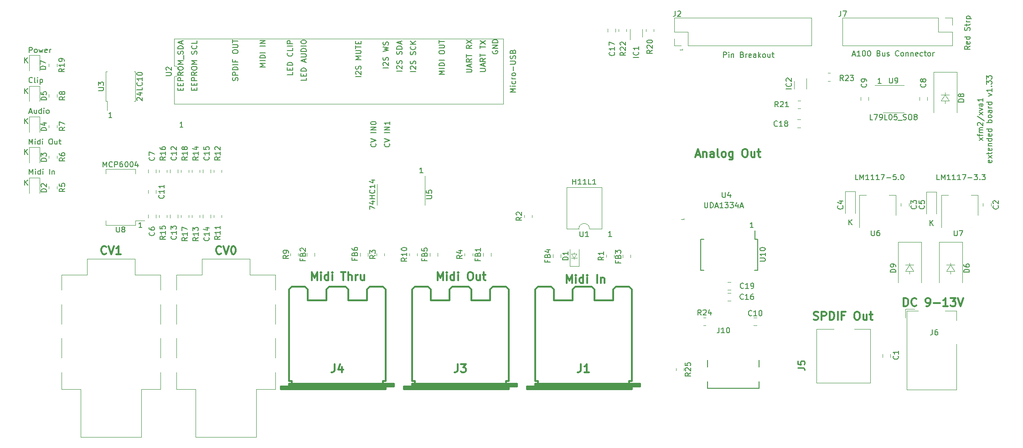
<source format=gbr>
%TF.GenerationSoftware,KiCad,Pcbnew,(5.1.10)-1*%
%TF.CreationDate,2021-10-02T17:00:18+02:00*%
%TF.ProjectId,xfm2,78666d32-2e6b-4696-9361-645f70636258,rev?*%
%TF.SameCoordinates,Original*%
%TF.FileFunction,Legend,Top*%
%TF.FilePolarity,Positive*%
%FSLAX46Y46*%
G04 Gerber Fmt 4.6, Leading zero omitted, Abs format (unit mm)*
G04 Created by KiCad (PCBNEW (5.1.10)-1) date 2021-10-02 17:00:18*
%MOMM*%
%LPD*%
G01*
G04 APERTURE LIST*
%ADD10C,0.120000*%
%ADD11C,0.150000*%
%ADD12C,0.300000*%
%ADD13C,0.050000*%
%ADD14C,0.100000*%
%ADD15C,0.304800*%
%ADD16C,0.200000*%
%ADD17C,0.254000*%
G04 APERTURE END LIST*
D10*
X163703000Y-130175000D02*
X163703000Y-130429000D01*
X163703000Y-129413000D02*
X163703000Y-129159000D01*
X163703000Y-130175000D02*
X163576000Y-130175000D01*
X164211000Y-129413000D02*
X163703000Y-130175000D01*
X163195000Y-129413000D02*
X164211000Y-129413000D01*
X163703000Y-130175000D02*
X163195000Y-129413000D01*
X163195000Y-130175000D02*
X164338000Y-130175000D01*
D11*
X229862095Y-124150380D02*
X229862095Y-123150380D01*
X230433523Y-124150380D02*
X230004952Y-123578952D01*
X230433523Y-123150380D02*
X229862095Y-123721809D01*
X214749095Y-124023380D02*
X214749095Y-123023380D01*
X215320523Y-124023380D02*
X214891952Y-123451952D01*
X215320523Y-123023380D02*
X214749095Y-123594809D01*
X61714095Y-116657380D02*
X61714095Y-115657380D01*
X62285523Y-116657380D02*
X61856952Y-116085952D01*
X62285523Y-115657380D02*
X61714095Y-116228809D01*
X61714095Y-110942380D02*
X61714095Y-109942380D01*
X62285523Y-110942380D02*
X61856952Y-110370952D01*
X62285523Y-109942380D02*
X61714095Y-110513809D01*
X61714095Y-105227380D02*
X61714095Y-104227380D01*
X62285523Y-105227380D02*
X61856952Y-104655952D01*
X62285523Y-104227380D02*
X61714095Y-104798809D01*
X61714095Y-99639380D02*
X61714095Y-98639380D01*
X62285523Y-99639380D02*
X61856952Y-99067952D01*
X62285523Y-98639380D02*
X61714095Y-99210809D01*
X61714095Y-93924380D02*
X61714095Y-92924380D01*
X62285523Y-93924380D02*
X61856952Y-93352952D01*
X62285523Y-92924380D02*
X61714095Y-93495809D01*
X220757714Y-97734380D02*
X220186285Y-97734380D01*
X220472000Y-97734380D02*
X220472000Y-96734380D01*
X220376761Y-96877238D01*
X220281523Y-96972476D01*
X220186285Y-97020095D01*
X197008714Y-124531380D02*
X196437285Y-124531380D01*
X196723000Y-124531380D02*
X196723000Y-123531380D01*
X196627761Y-123674238D01*
X196532523Y-123769476D01*
X196437285Y-123817095D01*
D10*
X226060000Y-133096000D02*
X226060000Y-132588000D01*
X226060000Y-131064000D02*
X226060000Y-131445000D01*
X225298000Y-131445000D02*
X226822000Y-131445000D01*
X226060000Y-131445000D02*
X225298000Y-132588000D01*
X226822000Y-132588000D02*
X226060000Y-131445000D01*
X225298000Y-132588000D02*
X226822000Y-132588000D01*
X233680000Y-131064000D02*
X233680000Y-131445000D01*
X232918000Y-131445000D02*
X234442000Y-131445000D01*
X234442000Y-132588000D02*
X233680000Y-132588000D01*
X233680000Y-131445000D02*
X234442000Y-132588000D01*
X232918000Y-132588000D02*
X233680000Y-131445000D01*
X233680000Y-132588000D02*
X232918000Y-132588000D01*
X233680000Y-133096000D02*
X233680000Y-132588000D01*
X232664000Y-99441000D02*
X232664000Y-99822000D01*
X233426000Y-99822000D02*
X232664000Y-99822000D01*
X231902000Y-99822000D02*
X233426000Y-99822000D01*
X233426000Y-100965000D02*
X232664000Y-100965000D01*
X232664000Y-99822000D02*
X233426000Y-100965000D01*
X231902000Y-100965000D02*
X232664000Y-99822000D01*
X232664000Y-100965000D02*
X231902000Y-100965000D01*
X232664000Y-101473000D02*
X232664000Y-100965000D01*
D11*
X91090714Y-105862380D02*
X90519285Y-105862380D01*
X90805000Y-105862380D02*
X90805000Y-104862380D01*
X90709761Y-105005238D01*
X90614523Y-105100476D01*
X90519285Y-105148095D01*
X62539809Y-92019380D02*
X62539809Y-91019380D01*
X62920761Y-91019380D01*
X63016000Y-91067000D01*
X63063619Y-91114619D01*
X63111238Y-91209857D01*
X63111238Y-91352714D01*
X63063619Y-91447952D01*
X63016000Y-91495571D01*
X62920761Y-91543190D01*
X62539809Y-91543190D01*
X63682666Y-92019380D02*
X63587428Y-91971761D01*
X63539809Y-91924142D01*
X63492190Y-91828904D01*
X63492190Y-91543190D01*
X63539809Y-91447952D01*
X63587428Y-91400333D01*
X63682666Y-91352714D01*
X63825523Y-91352714D01*
X63920761Y-91400333D01*
X63968380Y-91447952D01*
X64016000Y-91543190D01*
X64016000Y-91828904D01*
X63968380Y-91924142D01*
X63920761Y-91971761D01*
X63825523Y-92019380D01*
X63682666Y-92019380D01*
X64349333Y-91352714D02*
X64539809Y-92019380D01*
X64730285Y-91543190D01*
X64920761Y-92019380D01*
X65111238Y-91352714D01*
X65873142Y-91971761D02*
X65777904Y-92019380D01*
X65587428Y-92019380D01*
X65492190Y-91971761D01*
X65444571Y-91876523D01*
X65444571Y-91495571D01*
X65492190Y-91400333D01*
X65587428Y-91352714D01*
X65777904Y-91352714D01*
X65873142Y-91400333D01*
X65920761Y-91495571D01*
X65920761Y-91590809D01*
X65444571Y-91686047D01*
X66349333Y-92019380D02*
X66349333Y-91352714D01*
X66349333Y-91543190D02*
X66396952Y-91447952D01*
X66444571Y-91400333D01*
X66539809Y-91352714D01*
X66635047Y-91352714D01*
D12*
X224949428Y-139108571D02*
X224949428Y-137608571D01*
X225306571Y-137608571D01*
X225520857Y-137680000D01*
X225663714Y-137822857D01*
X225735142Y-137965714D01*
X225806571Y-138251428D01*
X225806571Y-138465714D01*
X225735142Y-138751428D01*
X225663714Y-138894285D01*
X225520857Y-139037142D01*
X225306571Y-139108571D01*
X224949428Y-139108571D01*
X227306571Y-138965714D02*
X227235142Y-139037142D01*
X227020857Y-139108571D01*
X226878000Y-139108571D01*
X226663714Y-139037142D01*
X226520857Y-138894285D01*
X226449428Y-138751428D01*
X226378000Y-138465714D01*
X226378000Y-138251428D01*
X226449428Y-137965714D01*
X226520857Y-137822857D01*
X226663714Y-137680000D01*
X226878000Y-137608571D01*
X227020857Y-137608571D01*
X227235142Y-137680000D01*
X227306571Y-137751428D01*
X229163714Y-139108571D02*
X229449428Y-139108571D01*
X229592285Y-139037142D01*
X229663714Y-138965714D01*
X229806571Y-138751428D01*
X229878000Y-138465714D01*
X229878000Y-137894285D01*
X229806571Y-137751428D01*
X229735142Y-137680000D01*
X229592285Y-137608571D01*
X229306571Y-137608571D01*
X229163714Y-137680000D01*
X229092285Y-137751428D01*
X229020857Y-137894285D01*
X229020857Y-138251428D01*
X229092285Y-138394285D01*
X229163714Y-138465714D01*
X229306571Y-138537142D01*
X229592285Y-138537142D01*
X229735142Y-138465714D01*
X229806571Y-138394285D01*
X229878000Y-138251428D01*
X230520857Y-138537142D02*
X231663714Y-138537142D01*
X233163714Y-139108571D02*
X232306571Y-139108571D01*
X232735142Y-139108571D02*
X232735142Y-137608571D01*
X232592285Y-137822857D01*
X232449428Y-137965714D01*
X232306571Y-138037142D01*
X233663714Y-137608571D02*
X234592285Y-137608571D01*
X234092285Y-138180000D01*
X234306571Y-138180000D01*
X234449428Y-138251428D01*
X234520857Y-138322857D01*
X234592285Y-138465714D01*
X234592285Y-138822857D01*
X234520857Y-138965714D01*
X234449428Y-139037142D01*
X234306571Y-139108571D01*
X233878000Y-139108571D01*
X233735142Y-139037142D01*
X233663714Y-138965714D01*
X235020857Y-137608571D02*
X235520857Y-139108571D01*
X236020857Y-137608571D01*
X208221142Y-141577142D02*
X208435428Y-141648571D01*
X208792571Y-141648571D01*
X208935428Y-141577142D01*
X209006857Y-141505714D01*
X209078285Y-141362857D01*
X209078285Y-141220000D01*
X209006857Y-141077142D01*
X208935428Y-141005714D01*
X208792571Y-140934285D01*
X208506857Y-140862857D01*
X208364000Y-140791428D01*
X208292571Y-140720000D01*
X208221142Y-140577142D01*
X208221142Y-140434285D01*
X208292571Y-140291428D01*
X208364000Y-140220000D01*
X208506857Y-140148571D01*
X208864000Y-140148571D01*
X209078285Y-140220000D01*
X209721142Y-141648571D02*
X209721142Y-140148571D01*
X210292571Y-140148571D01*
X210435428Y-140220000D01*
X210506857Y-140291428D01*
X210578285Y-140434285D01*
X210578285Y-140648571D01*
X210506857Y-140791428D01*
X210435428Y-140862857D01*
X210292571Y-140934285D01*
X209721142Y-140934285D01*
X211221142Y-141648571D02*
X211221142Y-140148571D01*
X211578285Y-140148571D01*
X211792571Y-140220000D01*
X211935428Y-140362857D01*
X212006857Y-140505714D01*
X212078285Y-140791428D01*
X212078285Y-141005714D01*
X212006857Y-141291428D01*
X211935428Y-141434285D01*
X211792571Y-141577142D01*
X211578285Y-141648571D01*
X211221142Y-141648571D01*
X212721142Y-141648571D02*
X212721142Y-140148571D01*
X213935428Y-140862857D02*
X213435428Y-140862857D01*
X213435428Y-141648571D02*
X213435428Y-140148571D01*
X214149714Y-140148571D01*
X216149714Y-140148571D02*
X216435428Y-140148571D01*
X216578285Y-140220000D01*
X216721142Y-140362857D01*
X216792571Y-140648571D01*
X216792571Y-141148571D01*
X216721142Y-141434285D01*
X216578285Y-141577142D01*
X216435428Y-141648571D01*
X216149714Y-141648571D01*
X216006857Y-141577142D01*
X215864000Y-141434285D01*
X215792571Y-141148571D01*
X215792571Y-140648571D01*
X215864000Y-140362857D01*
X216006857Y-140220000D01*
X216149714Y-140148571D01*
X218078285Y-140648571D02*
X218078285Y-141648571D01*
X217435428Y-140648571D02*
X217435428Y-141434285D01*
X217506857Y-141577142D01*
X217649714Y-141648571D01*
X217864000Y-141648571D01*
X218006857Y-141577142D01*
X218078285Y-141505714D01*
X218578285Y-140648571D02*
X219149714Y-140648571D01*
X218792571Y-140148571D02*
X218792571Y-141434285D01*
X218864000Y-141577142D01*
X219006857Y-141648571D01*
X219149714Y-141648571D01*
X186349428Y-110994000D02*
X187063714Y-110994000D01*
X186206571Y-111422571D02*
X186706571Y-109922571D01*
X187206571Y-111422571D01*
X187706571Y-110422571D02*
X187706571Y-111422571D01*
X187706571Y-110565428D02*
X187778000Y-110494000D01*
X187920857Y-110422571D01*
X188135142Y-110422571D01*
X188278000Y-110494000D01*
X188349428Y-110636857D01*
X188349428Y-111422571D01*
X189706571Y-111422571D02*
X189706571Y-110636857D01*
X189635142Y-110494000D01*
X189492285Y-110422571D01*
X189206571Y-110422571D01*
X189063714Y-110494000D01*
X189706571Y-111351142D02*
X189563714Y-111422571D01*
X189206571Y-111422571D01*
X189063714Y-111351142D01*
X188992285Y-111208285D01*
X188992285Y-111065428D01*
X189063714Y-110922571D01*
X189206571Y-110851142D01*
X189563714Y-110851142D01*
X189706571Y-110779714D01*
X190635142Y-111422571D02*
X190492285Y-111351142D01*
X190420857Y-111208285D01*
X190420857Y-109922571D01*
X191420857Y-111422571D02*
X191278000Y-111351142D01*
X191206571Y-111279714D01*
X191135142Y-111136857D01*
X191135142Y-110708285D01*
X191206571Y-110565428D01*
X191278000Y-110494000D01*
X191420857Y-110422571D01*
X191635142Y-110422571D01*
X191778000Y-110494000D01*
X191849428Y-110565428D01*
X191920857Y-110708285D01*
X191920857Y-111136857D01*
X191849428Y-111279714D01*
X191778000Y-111351142D01*
X191635142Y-111422571D01*
X191420857Y-111422571D01*
X193206571Y-110422571D02*
X193206571Y-111636857D01*
X193135142Y-111779714D01*
X193063714Y-111851142D01*
X192920857Y-111922571D01*
X192706571Y-111922571D01*
X192563714Y-111851142D01*
X193206571Y-111351142D02*
X193063714Y-111422571D01*
X192778000Y-111422571D01*
X192635142Y-111351142D01*
X192563714Y-111279714D01*
X192492285Y-111136857D01*
X192492285Y-110708285D01*
X192563714Y-110565428D01*
X192635142Y-110494000D01*
X192778000Y-110422571D01*
X193063714Y-110422571D01*
X193206571Y-110494000D01*
X195349428Y-109922571D02*
X195635142Y-109922571D01*
X195778000Y-109994000D01*
X195920857Y-110136857D01*
X195992285Y-110422571D01*
X195992285Y-110922571D01*
X195920857Y-111208285D01*
X195778000Y-111351142D01*
X195635142Y-111422571D01*
X195349428Y-111422571D01*
X195206571Y-111351142D01*
X195063714Y-111208285D01*
X194992285Y-110922571D01*
X194992285Y-110422571D01*
X195063714Y-110136857D01*
X195206571Y-109994000D01*
X195349428Y-109922571D01*
X197278000Y-110422571D02*
X197278000Y-111422571D01*
X196635142Y-110422571D02*
X196635142Y-111208285D01*
X196706571Y-111351142D01*
X196849428Y-111422571D01*
X197063714Y-111422571D01*
X197206571Y-111351142D01*
X197278000Y-111279714D01*
X197778000Y-110422571D02*
X198349428Y-110422571D01*
X197992285Y-109922571D02*
X197992285Y-111208285D01*
X198063714Y-111351142D01*
X198206571Y-111422571D01*
X198349428Y-111422571D01*
D11*
X237243880Y-90804690D02*
X236767690Y-91138023D01*
X237243880Y-91376119D02*
X236243880Y-91376119D01*
X236243880Y-90995166D01*
X236291500Y-90899928D01*
X236339119Y-90852309D01*
X236434357Y-90804690D01*
X236577214Y-90804690D01*
X236672452Y-90852309D01*
X236720071Y-90899928D01*
X236767690Y-90995166D01*
X236767690Y-91376119D01*
X237196261Y-89995166D02*
X237243880Y-90090404D01*
X237243880Y-90280880D01*
X237196261Y-90376119D01*
X237101023Y-90423738D01*
X236720071Y-90423738D01*
X236624833Y-90376119D01*
X236577214Y-90280880D01*
X236577214Y-90090404D01*
X236624833Y-89995166D01*
X236720071Y-89947547D01*
X236815309Y-89947547D01*
X236910547Y-90423738D01*
X237243880Y-89090404D02*
X236243880Y-89090404D01*
X237196261Y-89090404D02*
X237243880Y-89185642D01*
X237243880Y-89376119D01*
X237196261Y-89471357D01*
X237148642Y-89518976D01*
X237053404Y-89566595D01*
X236767690Y-89566595D01*
X236672452Y-89518976D01*
X236624833Y-89471357D01*
X236577214Y-89376119D01*
X236577214Y-89185642D01*
X236624833Y-89090404D01*
X237196261Y-87899928D02*
X237243880Y-87757071D01*
X237243880Y-87518976D01*
X237196261Y-87423738D01*
X237148642Y-87376119D01*
X237053404Y-87328500D01*
X236958166Y-87328500D01*
X236862928Y-87376119D01*
X236815309Y-87423738D01*
X236767690Y-87518976D01*
X236720071Y-87709452D01*
X236672452Y-87804690D01*
X236624833Y-87852309D01*
X236529595Y-87899928D01*
X236434357Y-87899928D01*
X236339119Y-87852309D01*
X236291500Y-87804690D01*
X236243880Y-87709452D01*
X236243880Y-87471357D01*
X236291500Y-87328500D01*
X236577214Y-87042785D02*
X236577214Y-86661833D01*
X236243880Y-86899928D02*
X237101023Y-86899928D01*
X237196261Y-86852309D01*
X237243880Y-86757071D01*
X237243880Y-86661833D01*
X237243880Y-86328500D02*
X236577214Y-86328500D01*
X236767690Y-86328500D02*
X236672452Y-86280880D01*
X236624833Y-86233261D01*
X236577214Y-86138023D01*
X236577214Y-86042785D01*
X236577214Y-85709452D02*
X237577214Y-85709452D01*
X236624833Y-85709452D02*
X236577214Y-85614214D01*
X236577214Y-85423738D01*
X236624833Y-85328500D01*
X236672452Y-85280880D01*
X236767690Y-85233261D01*
X237053404Y-85233261D01*
X237148642Y-85280880D01*
X237196261Y-85328500D01*
X237243880Y-85423738D01*
X237243880Y-85614214D01*
X237196261Y-85709452D01*
D13*
X183868190Y-91297142D02*
X183868190Y-91582857D01*
X183868190Y-91440000D02*
X183368190Y-91440000D01*
X183439619Y-91487619D01*
X183487238Y-91535238D01*
X183511047Y-91582857D01*
X184122190Y-122793142D02*
X184122190Y-123078857D01*
X184122190Y-122936000D02*
X183622190Y-122936000D01*
X183693619Y-122983619D01*
X183741238Y-123031238D01*
X183765047Y-123078857D01*
D11*
X170719714Y-126182380D02*
X170148285Y-126182380D01*
X170434000Y-126182380D02*
X170434000Y-125182380D01*
X170338761Y-125325238D01*
X170243523Y-125420476D01*
X170148285Y-125468095D01*
X77882714Y-104084380D02*
X77311285Y-104084380D01*
X77597000Y-104084380D02*
X77597000Y-103084380D01*
X77501761Y-103227238D01*
X77406523Y-103322476D01*
X77311285Y-103370095D01*
X83470714Y-124531380D02*
X82899285Y-124531380D01*
X83185000Y-124531380D02*
X83185000Y-123531380D01*
X83089761Y-123674238D01*
X82994523Y-123769476D01*
X82899285Y-123817095D01*
X135667714Y-114371380D02*
X135096285Y-114371380D01*
X135382000Y-114371380D02*
X135382000Y-113371380D01*
X135286761Y-113514238D01*
X135191523Y-113609476D01*
X135096285Y-113657095D01*
D12*
X162362000Y-134790571D02*
X162362000Y-133290571D01*
X162862000Y-134362000D01*
X163362000Y-133290571D01*
X163362000Y-134790571D01*
X164076285Y-134790571D02*
X164076285Y-133790571D01*
X164076285Y-133290571D02*
X164004857Y-133362000D01*
X164076285Y-133433428D01*
X164147714Y-133362000D01*
X164076285Y-133290571D01*
X164076285Y-133433428D01*
X165433428Y-134790571D02*
X165433428Y-133290571D01*
X165433428Y-134719142D02*
X165290571Y-134790571D01*
X165004857Y-134790571D01*
X164862000Y-134719142D01*
X164790571Y-134647714D01*
X164719142Y-134504857D01*
X164719142Y-134076285D01*
X164790571Y-133933428D01*
X164862000Y-133862000D01*
X165004857Y-133790571D01*
X165290571Y-133790571D01*
X165433428Y-133862000D01*
X166147714Y-134790571D02*
X166147714Y-133790571D01*
X166147714Y-133290571D02*
X166076285Y-133362000D01*
X166147714Y-133433428D01*
X166219142Y-133362000D01*
X166147714Y-133290571D01*
X166147714Y-133433428D01*
X168004857Y-134790571D02*
X168004857Y-133290571D01*
X168719142Y-133790571D02*
X168719142Y-134790571D01*
X168719142Y-133933428D02*
X168790571Y-133862000D01*
X168933428Y-133790571D01*
X169147714Y-133790571D01*
X169290571Y-133862000D01*
X169362000Y-134004857D01*
X169362000Y-134790571D01*
X138390857Y-134282571D02*
X138390857Y-132782571D01*
X138890857Y-133854000D01*
X139390857Y-132782571D01*
X139390857Y-134282571D01*
X140105142Y-134282571D02*
X140105142Y-133282571D01*
X140105142Y-132782571D02*
X140033714Y-132854000D01*
X140105142Y-132925428D01*
X140176571Y-132854000D01*
X140105142Y-132782571D01*
X140105142Y-132925428D01*
X141462285Y-134282571D02*
X141462285Y-132782571D01*
X141462285Y-134211142D02*
X141319428Y-134282571D01*
X141033714Y-134282571D01*
X140890857Y-134211142D01*
X140819428Y-134139714D01*
X140748000Y-133996857D01*
X140748000Y-133568285D01*
X140819428Y-133425428D01*
X140890857Y-133354000D01*
X141033714Y-133282571D01*
X141319428Y-133282571D01*
X141462285Y-133354000D01*
X142176571Y-134282571D02*
X142176571Y-133282571D01*
X142176571Y-132782571D02*
X142105142Y-132854000D01*
X142176571Y-132925428D01*
X142248000Y-132854000D01*
X142176571Y-132782571D01*
X142176571Y-132925428D01*
X144319428Y-132782571D02*
X144605142Y-132782571D01*
X144748000Y-132854000D01*
X144890857Y-132996857D01*
X144962285Y-133282571D01*
X144962285Y-133782571D01*
X144890857Y-134068285D01*
X144748000Y-134211142D01*
X144605142Y-134282571D01*
X144319428Y-134282571D01*
X144176571Y-134211142D01*
X144033714Y-134068285D01*
X143962285Y-133782571D01*
X143962285Y-133282571D01*
X144033714Y-132996857D01*
X144176571Y-132854000D01*
X144319428Y-132782571D01*
X146248000Y-133282571D02*
X146248000Y-134282571D01*
X145605142Y-133282571D02*
X145605142Y-134068285D01*
X145676571Y-134211142D01*
X145819428Y-134282571D01*
X146033714Y-134282571D01*
X146176571Y-134211142D01*
X146248000Y-134139714D01*
X146748000Y-133282571D02*
X147319428Y-133282571D01*
X146962285Y-132782571D02*
X146962285Y-134068285D01*
X147033714Y-134211142D01*
X147176571Y-134282571D01*
X147319428Y-134282571D01*
X115030857Y-134282571D02*
X115030857Y-132782571D01*
X115530857Y-133854000D01*
X116030857Y-132782571D01*
X116030857Y-134282571D01*
X116745142Y-134282571D02*
X116745142Y-133282571D01*
X116745142Y-132782571D02*
X116673714Y-132854000D01*
X116745142Y-132925428D01*
X116816571Y-132854000D01*
X116745142Y-132782571D01*
X116745142Y-132925428D01*
X118102285Y-134282571D02*
X118102285Y-132782571D01*
X118102285Y-134211142D02*
X117959428Y-134282571D01*
X117673714Y-134282571D01*
X117530857Y-134211142D01*
X117459428Y-134139714D01*
X117388000Y-133996857D01*
X117388000Y-133568285D01*
X117459428Y-133425428D01*
X117530857Y-133354000D01*
X117673714Y-133282571D01*
X117959428Y-133282571D01*
X118102285Y-133354000D01*
X118816571Y-134282571D02*
X118816571Y-133282571D01*
X118816571Y-132782571D02*
X118745142Y-132854000D01*
X118816571Y-132925428D01*
X118888000Y-132854000D01*
X118816571Y-132782571D01*
X118816571Y-132925428D01*
X120459428Y-132782571D02*
X121316571Y-132782571D01*
X120888000Y-134282571D02*
X120888000Y-132782571D01*
X121816571Y-134282571D02*
X121816571Y-132782571D01*
X122459428Y-134282571D02*
X122459428Y-133496857D01*
X122388000Y-133354000D01*
X122245142Y-133282571D01*
X122030857Y-133282571D01*
X121888000Y-133354000D01*
X121816571Y-133425428D01*
X123173714Y-134282571D02*
X123173714Y-133282571D01*
X123173714Y-133568285D02*
X123245142Y-133425428D01*
X123316571Y-133354000D01*
X123459428Y-133282571D01*
X123602285Y-133282571D01*
X124745142Y-133282571D02*
X124745142Y-134282571D01*
X124102285Y-133282571D02*
X124102285Y-134068285D01*
X124173714Y-134211142D01*
X124316571Y-134282571D01*
X124530857Y-134282571D01*
X124673714Y-134211142D01*
X124745142Y-134139714D01*
D11*
X215464380Y-92368666D02*
X215940571Y-92368666D01*
X215369142Y-92654380D02*
X215702476Y-91654380D01*
X216035809Y-92654380D01*
X216892952Y-92654380D02*
X216321523Y-92654380D01*
X216607238Y-92654380D02*
X216607238Y-91654380D01*
X216512000Y-91797238D01*
X216416761Y-91892476D01*
X216321523Y-91940095D01*
X217512000Y-91654380D02*
X217607238Y-91654380D01*
X217702476Y-91702000D01*
X217750095Y-91749619D01*
X217797714Y-91844857D01*
X217845333Y-92035333D01*
X217845333Y-92273428D01*
X217797714Y-92463904D01*
X217750095Y-92559142D01*
X217702476Y-92606761D01*
X217607238Y-92654380D01*
X217512000Y-92654380D01*
X217416761Y-92606761D01*
X217369142Y-92559142D01*
X217321523Y-92463904D01*
X217273904Y-92273428D01*
X217273904Y-92035333D01*
X217321523Y-91844857D01*
X217369142Y-91749619D01*
X217416761Y-91702000D01*
X217512000Y-91654380D01*
X218464380Y-91654380D02*
X218559619Y-91654380D01*
X218654857Y-91702000D01*
X218702476Y-91749619D01*
X218750095Y-91844857D01*
X218797714Y-92035333D01*
X218797714Y-92273428D01*
X218750095Y-92463904D01*
X218702476Y-92559142D01*
X218654857Y-92606761D01*
X218559619Y-92654380D01*
X218464380Y-92654380D01*
X218369142Y-92606761D01*
X218321523Y-92559142D01*
X218273904Y-92463904D01*
X218226285Y-92273428D01*
X218226285Y-92035333D01*
X218273904Y-91844857D01*
X218321523Y-91749619D01*
X218369142Y-91702000D01*
X218464380Y-91654380D01*
X220321523Y-92130571D02*
X220464380Y-92178190D01*
X220512000Y-92225809D01*
X220559619Y-92321047D01*
X220559619Y-92463904D01*
X220512000Y-92559142D01*
X220464380Y-92606761D01*
X220369142Y-92654380D01*
X219988190Y-92654380D01*
X219988190Y-91654380D01*
X220321523Y-91654380D01*
X220416761Y-91702000D01*
X220464380Y-91749619D01*
X220512000Y-91844857D01*
X220512000Y-91940095D01*
X220464380Y-92035333D01*
X220416761Y-92082952D01*
X220321523Y-92130571D01*
X219988190Y-92130571D01*
X221416761Y-91987714D02*
X221416761Y-92654380D01*
X220988190Y-91987714D02*
X220988190Y-92511523D01*
X221035809Y-92606761D01*
X221131047Y-92654380D01*
X221273904Y-92654380D01*
X221369142Y-92606761D01*
X221416761Y-92559142D01*
X221845333Y-92606761D02*
X221940571Y-92654380D01*
X222131047Y-92654380D01*
X222226285Y-92606761D01*
X222273904Y-92511523D01*
X222273904Y-92463904D01*
X222226285Y-92368666D01*
X222131047Y-92321047D01*
X221988190Y-92321047D01*
X221892952Y-92273428D01*
X221845333Y-92178190D01*
X221845333Y-92130571D01*
X221892952Y-92035333D01*
X221988190Y-91987714D01*
X222131047Y-91987714D01*
X222226285Y-92035333D01*
X224035809Y-92559142D02*
X223988190Y-92606761D01*
X223845333Y-92654380D01*
X223750095Y-92654380D01*
X223607238Y-92606761D01*
X223512000Y-92511523D01*
X223464380Y-92416285D01*
X223416761Y-92225809D01*
X223416761Y-92082952D01*
X223464380Y-91892476D01*
X223512000Y-91797238D01*
X223607238Y-91702000D01*
X223750095Y-91654380D01*
X223845333Y-91654380D01*
X223988190Y-91702000D01*
X224035809Y-91749619D01*
X224607238Y-92654380D02*
X224512000Y-92606761D01*
X224464380Y-92559142D01*
X224416761Y-92463904D01*
X224416761Y-92178190D01*
X224464380Y-92082952D01*
X224512000Y-92035333D01*
X224607238Y-91987714D01*
X224750095Y-91987714D01*
X224845333Y-92035333D01*
X224892952Y-92082952D01*
X224940571Y-92178190D01*
X224940571Y-92463904D01*
X224892952Y-92559142D01*
X224845333Y-92606761D01*
X224750095Y-92654380D01*
X224607238Y-92654380D01*
X225369142Y-91987714D02*
X225369142Y-92654380D01*
X225369142Y-92082952D02*
X225416761Y-92035333D01*
X225512000Y-91987714D01*
X225654857Y-91987714D01*
X225750095Y-92035333D01*
X225797714Y-92130571D01*
X225797714Y-92654380D01*
X226273904Y-91987714D02*
X226273904Y-92654380D01*
X226273904Y-92082952D02*
X226321523Y-92035333D01*
X226416761Y-91987714D01*
X226559619Y-91987714D01*
X226654857Y-92035333D01*
X226702476Y-92130571D01*
X226702476Y-92654380D01*
X227559619Y-92606761D02*
X227464380Y-92654380D01*
X227273904Y-92654380D01*
X227178666Y-92606761D01*
X227131047Y-92511523D01*
X227131047Y-92130571D01*
X227178666Y-92035333D01*
X227273904Y-91987714D01*
X227464380Y-91987714D01*
X227559619Y-92035333D01*
X227607238Y-92130571D01*
X227607238Y-92225809D01*
X227131047Y-92321047D01*
X228464380Y-92606761D02*
X228369142Y-92654380D01*
X228178666Y-92654380D01*
X228083428Y-92606761D01*
X228035809Y-92559142D01*
X227988190Y-92463904D01*
X227988190Y-92178190D01*
X228035809Y-92082952D01*
X228083428Y-92035333D01*
X228178666Y-91987714D01*
X228369142Y-91987714D01*
X228464380Y-92035333D01*
X228750095Y-91987714D02*
X229131047Y-91987714D01*
X228892952Y-91654380D02*
X228892952Y-92511523D01*
X228940571Y-92606761D01*
X229035809Y-92654380D01*
X229131047Y-92654380D01*
X229607238Y-92654380D02*
X229512000Y-92606761D01*
X229464380Y-92559142D01*
X229416761Y-92463904D01*
X229416761Y-92178190D01*
X229464380Y-92082952D01*
X229512000Y-92035333D01*
X229607238Y-91987714D01*
X229750095Y-91987714D01*
X229845333Y-92035333D01*
X229892952Y-92082952D01*
X229940571Y-92178190D01*
X229940571Y-92463904D01*
X229892952Y-92559142D01*
X229845333Y-92606761D01*
X229750095Y-92654380D01*
X229607238Y-92654380D01*
X230369142Y-92654380D02*
X230369142Y-91987714D01*
X230369142Y-92178190D02*
X230416761Y-92082952D01*
X230464380Y-92035333D01*
X230559619Y-91987714D01*
X230654857Y-91987714D01*
X191468952Y-92908380D02*
X191468952Y-91908380D01*
X191849904Y-91908380D01*
X191945142Y-91956000D01*
X191992761Y-92003619D01*
X192040380Y-92098857D01*
X192040380Y-92241714D01*
X191992761Y-92336952D01*
X191945142Y-92384571D01*
X191849904Y-92432190D01*
X191468952Y-92432190D01*
X192468952Y-92908380D02*
X192468952Y-92241714D01*
X192468952Y-91908380D02*
X192421333Y-91956000D01*
X192468952Y-92003619D01*
X192516571Y-91956000D01*
X192468952Y-91908380D01*
X192468952Y-92003619D01*
X192945142Y-92241714D02*
X192945142Y-92908380D01*
X192945142Y-92336952D02*
X192992761Y-92289333D01*
X193088000Y-92241714D01*
X193230857Y-92241714D01*
X193326095Y-92289333D01*
X193373714Y-92384571D01*
X193373714Y-92908380D01*
X194945142Y-92384571D02*
X195088000Y-92432190D01*
X195135619Y-92479809D01*
X195183238Y-92575047D01*
X195183238Y-92717904D01*
X195135619Y-92813142D01*
X195088000Y-92860761D01*
X194992761Y-92908380D01*
X194611809Y-92908380D01*
X194611809Y-91908380D01*
X194945142Y-91908380D01*
X195040380Y-91956000D01*
X195088000Y-92003619D01*
X195135619Y-92098857D01*
X195135619Y-92194095D01*
X195088000Y-92289333D01*
X195040380Y-92336952D01*
X194945142Y-92384571D01*
X194611809Y-92384571D01*
X195611809Y-92908380D02*
X195611809Y-92241714D01*
X195611809Y-92432190D02*
X195659428Y-92336952D01*
X195707047Y-92289333D01*
X195802285Y-92241714D01*
X195897523Y-92241714D01*
X196611809Y-92860761D02*
X196516571Y-92908380D01*
X196326095Y-92908380D01*
X196230857Y-92860761D01*
X196183238Y-92765523D01*
X196183238Y-92384571D01*
X196230857Y-92289333D01*
X196326095Y-92241714D01*
X196516571Y-92241714D01*
X196611809Y-92289333D01*
X196659428Y-92384571D01*
X196659428Y-92479809D01*
X196183238Y-92575047D01*
X197516571Y-92908380D02*
X197516571Y-92384571D01*
X197468952Y-92289333D01*
X197373714Y-92241714D01*
X197183238Y-92241714D01*
X197088000Y-92289333D01*
X197516571Y-92860761D02*
X197421333Y-92908380D01*
X197183238Y-92908380D01*
X197088000Y-92860761D01*
X197040380Y-92765523D01*
X197040380Y-92670285D01*
X197088000Y-92575047D01*
X197183238Y-92527428D01*
X197421333Y-92527428D01*
X197516571Y-92479809D01*
X197992761Y-92908380D02*
X197992761Y-91908380D01*
X198088000Y-92527428D02*
X198373714Y-92908380D01*
X198373714Y-92241714D02*
X197992761Y-92622666D01*
X198945142Y-92908380D02*
X198849904Y-92860761D01*
X198802285Y-92813142D01*
X198754666Y-92717904D01*
X198754666Y-92432190D01*
X198802285Y-92336952D01*
X198849904Y-92289333D01*
X198945142Y-92241714D01*
X199088000Y-92241714D01*
X199183238Y-92289333D01*
X199230857Y-92336952D01*
X199278476Y-92432190D01*
X199278476Y-92717904D01*
X199230857Y-92813142D01*
X199183238Y-92860761D01*
X199088000Y-92908380D01*
X198945142Y-92908380D01*
X200135619Y-92241714D02*
X200135619Y-92908380D01*
X199707047Y-92241714D02*
X199707047Y-92765523D01*
X199754666Y-92860761D01*
X199849904Y-92908380D01*
X199992761Y-92908380D01*
X200088000Y-92860761D01*
X200135619Y-92813142D01*
X200468952Y-92241714D02*
X200849904Y-92241714D01*
X200611809Y-91908380D02*
X200611809Y-92765523D01*
X200659428Y-92860761D01*
X200754666Y-92908380D01*
X200849904Y-92908380D01*
D12*
X76831142Y-129313714D02*
X76759714Y-129385142D01*
X76545428Y-129456571D01*
X76402571Y-129456571D01*
X76188285Y-129385142D01*
X76045428Y-129242285D01*
X75974000Y-129099428D01*
X75902571Y-128813714D01*
X75902571Y-128599428D01*
X75974000Y-128313714D01*
X76045428Y-128170857D01*
X76188285Y-128028000D01*
X76402571Y-127956571D01*
X76545428Y-127956571D01*
X76759714Y-128028000D01*
X76831142Y-128099428D01*
X77259714Y-127956571D02*
X77759714Y-129456571D01*
X78259714Y-127956571D01*
X79545428Y-129456571D02*
X78688285Y-129456571D01*
X79116857Y-129456571D02*
X79116857Y-127956571D01*
X78974000Y-128170857D01*
X78831142Y-128313714D01*
X78688285Y-128385142D01*
X98167142Y-129313714D02*
X98095714Y-129385142D01*
X97881428Y-129456571D01*
X97738571Y-129456571D01*
X97524285Y-129385142D01*
X97381428Y-129242285D01*
X97310000Y-129099428D01*
X97238571Y-128813714D01*
X97238571Y-128599428D01*
X97310000Y-128313714D01*
X97381428Y-128170857D01*
X97524285Y-128028000D01*
X97738571Y-127956571D01*
X97881428Y-127956571D01*
X98095714Y-128028000D01*
X98167142Y-128099428D01*
X98595714Y-127956571D02*
X99095714Y-129456571D01*
X99595714Y-127956571D01*
X100381428Y-127956571D02*
X100524285Y-127956571D01*
X100667142Y-128028000D01*
X100738571Y-128099428D01*
X100810000Y-128242285D01*
X100881428Y-128528000D01*
X100881428Y-128885142D01*
X100810000Y-129170857D01*
X100738571Y-129313714D01*
X100667142Y-129385142D01*
X100524285Y-129456571D01*
X100381428Y-129456571D01*
X100238571Y-129385142D01*
X100167142Y-129313714D01*
X100095714Y-129170857D01*
X100024285Y-128885142D01*
X100024285Y-128528000D01*
X100095714Y-128242285D01*
X100167142Y-128099428D01*
X100238571Y-128028000D01*
X100381428Y-127956571D01*
D11*
X106370380Y-94654380D02*
X105370380Y-94654380D01*
X106084666Y-94321047D01*
X105370380Y-93987714D01*
X106370380Y-93987714D01*
X106370380Y-93511523D02*
X105370380Y-93511523D01*
X106370380Y-93035333D02*
X105370380Y-93035333D01*
X105370380Y-92797238D01*
X105418000Y-92654380D01*
X105513238Y-92559142D01*
X105608476Y-92511523D01*
X105798952Y-92463904D01*
X105941809Y-92463904D01*
X106132285Y-92511523D01*
X106227523Y-92559142D01*
X106322761Y-92654380D01*
X106370380Y-92797238D01*
X106370380Y-93035333D01*
X106370380Y-92035333D02*
X105370380Y-92035333D01*
X106370380Y-90797238D02*
X105370380Y-90797238D01*
X106370380Y-90321047D02*
X105370380Y-90321047D01*
X106370380Y-89749619D01*
X105370380Y-89749619D01*
X126849142Y-108926095D02*
X126896761Y-108973714D01*
X126944380Y-109116571D01*
X126944380Y-109211809D01*
X126896761Y-109354666D01*
X126801523Y-109449904D01*
X126706285Y-109497523D01*
X126515809Y-109545142D01*
X126372952Y-109545142D01*
X126182476Y-109497523D01*
X126087238Y-109449904D01*
X125992000Y-109354666D01*
X125944380Y-109211809D01*
X125944380Y-109116571D01*
X125992000Y-108973714D01*
X126039619Y-108926095D01*
X125944380Y-108640380D02*
X126944380Y-108307047D01*
X125944380Y-107973714D01*
X126944380Y-106878476D02*
X125944380Y-106878476D01*
X126944380Y-106402285D02*
X125944380Y-106402285D01*
X126944380Y-105830857D01*
X125944380Y-105830857D01*
X125944380Y-105164190D02*
X125944380Y-105068952D01*
X125992000Y-104973714D01*
X126039619Y-104926095D01*
X126134857Y-104878476D01*
X126325333Y-104830857D01*
X126563428Y-104830857D01*
X126753904Y-104878476D01*
X126849142Y-104926095D01*
X126896761Y-104973714D01*
X126944380Y-105068952D01*
X126944380Y-105164190D01*
X126896761Y-105259428D01*
X126849142Y-105307047D01*
X126753904Y-105354666D01*
X126563428Y-105402285D01*
X126325333Y-105402285D01*
X126134857Y-105354666D01*
X126039619Y-105307047D01*
X125992000Y-105259428D01*
X125944380Y-105164190D01*
X129389142Y-108926095D02*
X129436761Y-108973714D01*
X129484380Y-109116571D01*
X129484380Y-109211809D01*
X129436761Y-109354666D01*
X129341523Y-109449904D01*
X129246285Y-109497523D01*
X129055809Y-109545142D01*
X128912952Y-109545142D01*
X128722476Y-109497523D01*
X128627238Y-109449904D01*
X128532000Y-109354666D01*
X128484380Y-109211809D01*
X128484380Y-109116571D01*
X128532000Y-108973714D01*
X128579619Y-108926095D01*
X128484380Y-108640380D02*
X129484380Y-108307047D01*
X128484380Y-107973714D01*
X129484380Y-106878476D02*
X128484380Y-106878476D01*
X129484380Y-106402285D02*
X128484380Y-106402285D01*
X129484380Y-105830857D01*
X128484380Y-105830857D01*
X129484380Y-104830857D02*
X129484380Y-105402285D01*
X129484380Y-105116571D02*
X128484380Y-105116571D01*
X128627238Y-105211809D01*
X128722476Y-105307047D01*
X128770095Y-105402285D01*
X148598000Y-91693904D02*
X148550380Y-91789142D01*
X148550380Y-91932000D01*
X148598000Y-92074857D01*
X148693238Y-92170095D01*
X148788476Y-92217714D01*
X148978952Y-92265333D01*
X149121809Y-92265333D01*
X149312285Y-92217714D01*
X149407523Y-92170095D01*
X149502761Y-92074857D01*
X149550380Y-91932000D01*
X149550380Y-91836761D01*
X149502761Y-91693904D01*
X149455142Y-91646285D01*
X149121809Y-91646285D01*
X149121809Y-91836761D01*
X149550380Y-91217714D02*
X148550380Y-91217714D01*
X149550380Y-90646285D01*
X148550380Y-90646285D01*
X149550380Y-90170095D02*
X148550380Y-90170095D01*
X148550380Y-89932000D01*
X148598000Y-89789142D01*
X148693238Y-89693904D01*
X148788476Y-89646285D01*
X148978952Y-89598666D01*
X149121809Y-89598666D01*
X149312285Y-89646285D01*
X149407523Y-89693904D01*
X149502761Y-89789142D01*
X149550380Y-89932000D01*
X149550380Y-90170095D01*
X143724380Y-95662380D02*
X144533904Y-95662380D01*
X144629142Y-95614761D01*
X144676761Y-95567142D01*
X144724380Y-95471904D01*
X144724380Y-95281428D01*
X144676761Y-95186190D01*
X144629142Y-95138571D01*
X144533904Y-95090952D01*
X143724380Y-95090952D01*
X144438666Y-94662380D02*
X144438666Y-94186190D01*
X144724380Y-94757619D02*
X143724380Y-94424285D01*
X144724380Y-94090952D01*
X144724380Y-93186190D02*
X144248190Y-93519523D01*
X144724380Y-93757619D02*
X143724380Y-93757619D01*
X143724380Y-93376666D01*
X143772000Y-93281428D01*
X143819619Y-93233809D01*
X143914857Y-93186190D01*
X144057714Y-93186190D01*
X144152952Y-93233809D01*
X144200571Y-93281428D01*
X144248190Y-93376666D01*
X144248190Y-93757619D01*
X143724380Y-92900476D02*
X143724380Y-92329047D01*
X144724380Y-92614761D02*
X143724380Y-92614761D01*
X144724380Y-90662380D02*
X144248190Y-90995714D01*
X144724380Y-91233809D02*
X143724380Y-91233809D01*
X143724380Y-90852857D01*
X143772000Y-90757619D01*
X143819619Y-90710000D01*
X143914857Y-90662380D01*
X144057714Y-90662380D01*
X144152952Y-90710000D01*
X144200571Y-90757619D01*
X144248190Y-90852857D01*
X144248190Y-91233809D01*
X143724380Y-90329047D02*
X144724380Y-89662380D01*
X143724380Y-89662380D02*
X144724380Y-90329047D01*
X146264380Y-95543333D02*
X147073904Y-95543333D01*
X147169142Y-95495714D01*
X147216761Y-95448095D01*
X147264380Y-95352857D01*
X147264380Y-95162380D01*
X147216761Y-95067142D01*
X147169142Y-95019523D01*
X147073904Y-94971904D01*
X146264380Y-94971904D01*
X146978666Y-94543333D02*
X146978666Y-94067142D01*
X147264380Y-94638571D02*
X146264380Y-94305238D01*
X147264380Y-93971904D01*
X147264380Y-93067142D02*
X146788190Y-93400476D01*
X147264380Y-93638571D02*
X146264380Y-93638571D01*
X146264380Y-93257619D01*
X146312000Y-93162380D01*
X146359619Y-93114761D01*
X146454857Y-93067142D01*
X146597714Y-93067142D01*
X146692952Y-93114761D01*
X146740571Y-93162380D01*
X146788190Y-93257619D01*
X146788190Y-93638571D01*
X146264380Y-92781428D02*
X146264380Y-92210000D01*
X147264380Y-92495714D02*
X146264380Y-92495714D01*
X146264380Y-91257619D02*
X146264380Y-90686190D01*
X147264380Y-90971904D02*
X146264380Y-90971904D01*
X146264380Y-90448095D02*
X147264380Y-89781428D01*
X146264380Y-89781428D02*
X147264380Y-90448095D01*
X139644380Y-96083047D02*
X138644380Y-96083047D01*
X139358666Y-95749714D01*
X138644380Y-95416380D01*
X139644380Y-95416380D01*
X139644380Y-94940190D02*
X138644380Y-94940190D01*
X139644380Y-94464000D02*
X138644380Y-94464000D01*
X138644380Y-94225904D01*
X138692000Y-94083047D01*
X138787238Y-93987809D01*
X138882476Y-93940190D01*
X139072952Y-93892571D01*
X139215809Y-93892571D01*
X139406285Y-93940190D01*
X139501523Y-93987809D01*
X139596761Y-94083047D01*
X139644380Y-94225904D01*
X139644380Y-94464000D01*
X139644380Y-93464000D02*
X138644380Y-93464000D01*
X138644380Y-92035428D02*
X138644380Y-91844952D01*
X138692000Y-91749714D01*
X138787238Y-91654476D01*
X138977714Y-91606857D01*
X139311047Y-91606857D01*
X139501523Y-91654476D01*
X139596761Y-91749714D01*
X139644380Y-91844952D01*
X139644380Y-92035428D01*
X139596761Y-92130666D01*
X139501523Y-92225904D01*
X139311047Y-92273523D01*
X138977714Y-92273523D01*
X138787238Y-92225904D01*
X138692000Y-92130666D01*
X138644380Y-92035428D01*
X138644380Y-91178285D02*
X139453904Y-91178285D01*
X139549142Y-91130666D01*
X139596761Y-91083047D01*
X139644380Y-90987809D01*
X139644380Y-90797333D01*
X139596761Y-90702095D01*
X139549142Y-90654476D01*
X139453904Y-90606857D01*
X138644380Y-90606857D01*
X138644380Y-90273523D02*
X138644380Y-89702095D01*
X139644380Y-89987809D02*
X138644380Y-89987809D01*
X134310380Y-95519523D02*
X133310380Y-95519523D01*
X133405619Y-95090952D02*
X133358000Y-95043333D01*
X133310380Y-94948095D01*
X133310380Y-94710000D01*
X133358000Y-94614761D01*
X133405619Y-94567142D01*
X133500857Y-94519523D01*
X133596095Y-94519523D01*
X133738952Y-94567142D01*
X134310380Y-95138571D01*
X134310380Y-94519523D01*
X134262761Y-94138571D02*
X134310380Y-93995714D01*
X134310380Y-93757619D01*
X134262761Y-93662380D01*
X134215142Y-93614761D01*
X134119904Y-93567142D01*
X134024666Y-93567142D01*
X133929428Y-93614761D01*
X133881809Y-93662380D01*
X133834190Y-93757619D01*
X133786571Y-93948095D01*
X133738952Y-94043333D01*
X133691333Y-94090952D01*
X133596095Y-94138571D01*
X133500857Y-94138571D01*
X133405619Y-94090952D01*
X133358000Y-94043333D01*
X133310380Y-93948095D01*
X133310380Y-93710000D01*
X133358000Y-93567142D01*
X134262761Y-92424285D02*
X134310380Y-92281428D01*
X134310380Y-92043333D01*
X134262761Y-91948095D01*
X134215142Y-91900476D01*
X134119904Y-91852857D01*
X134024666Y-91852857D01*
X133929428Y-91900476D01*
X133881809Y-91948095D01*
X133834190Y-92043333D01*
X133786571Y-92233809D01*
X133738952Y-92329047D01*
X133691333Y-92376666D01*
X133596095Y-92424285D01*
X133500857Y-92424285D01*
X133405619Y-92376666D01*
X133358000Y-92329047D01*
X133310380Y-92233809D01*
X133310380Y-91995714D01*
X133358000Y-91852857D01*
X134215142Y-90852857D02*
X134262761Y-90900476D01*
X134310380Y-91043333D01*
X134310380Y-91138571D01*
X134262761Y-91281428D01*
X134167523Y-91376666D01*
X134072285Y-91424285D01*
X133881809Y-91471904D01*
X133738952Y-91471904D01*
X133548476Y-91424285D01*
X133453238Y-91376666D01*
X133358000Y-91281428D01*
X133310380Y-91138571D01*
X133310380Y-91043333D01*
X133358000Y-90900476D01*
X133405619Y-90852857D01*
X134310380Y-90424285D02*
X133310380Y-90424285D01*
X134310380Y-89852857D02*
X133738952Y-90281428D01*
X133310380Y-89852857D02*
X133881809Y-90424285D01*
X131770380Y-95448095D02*
X130770380Y-95448095D01*
X130865619Y-95019523D02*
X130818000Y-94971904D01*
X130770380Y-94876666D01*
X130770380Y-94638571D01*
X130818000Y-94543333D01*
X130865619Y-94495714D01*
X130960857Y-94448095D01*
X131056095Y-94448095D01*
X131198952Y-94495714D01*
X131770380Y-95067142D01*
X131770380Y-94448095D01*
X131722761Y-94067142D02*
X131770380Y-93924285D01*
X131770380Y-93686190D01*
X131722761Y-93590952D01*
X131675142Y-93543333D01*
X131579904Y-93495714D01*
X131484666Y-93495714D01*
X131389428Y-93543333D01*
X131341809Y-93590952D01*
X131294190Y-93686190D01*
X131246571Y-93876666D01*
X131198952Y-93971904D01*
X131151333Y-94019523D01*
X131056095Y-94067142D01*
X130960857Y-94067142D01*
X130865619Y-94019523D01*
X130818000Y-93971904D01*
X130770380Y-93876666D01*
X130770380Y-93638571D01*
X130818000Y-93495714D01*
X131722761Y-92352857D02*
X131770380Y-92210000D01*
X131770380Y-91971904D01*
X131722761Y-91876666D01*
X131675142Y-91829047D01*
X131579904Y-91781428D01*
X131484666Y-91781428D01*
X131389428Y-91829047D01*
X131341809Y-91876666D01*
X131294190Y-91971904D01*
X131246571Y-92162380D01*
X131198952Y-92257619D01*
X131151333Y-92305238D01*
X131056095Y-92352857D01*
X130960857Y-92352857D01*
X130865619Y-92305238D01*
X130818000Y-92257619D01*
X130770380Y-92162380D01*
X130770380Y-91924285D01*
X130818000Y-91781428D01*
X131770380Y-91352857D02*
X130770380Y-91352857D01*
X130770380Y-91114761D01*
X130818000Y-90971904D01*
X130913238Y-90876666D01*
X131008476Y-90829047D01*
X131198952Y-90781428D01*
X131341809Y-90781428D01*
X131532285Y-90829047D01*
X131627523Y-90876666D01*
X131722761Y-90971904D01*
X131770380Y-91114761D01*
X131770380Y-91352857D01*
X131484666Y-90400476D02*
X131484666Y-89924285D01*
X131770380Y-90495714D02*
X130770380Y-90162380D01*
X131770380Y-89829047D01*
X129230380Y-94836952D02*
X128230380Y-94836952D01*
X128325619Y-94408380D02*
X128278000Y-94360761D01*
X128230380Y-94265523D01*
X128230380Y-94027428D01*
X128278000Y-93932190D01*
X128325619Y-93884571D01*
X128420857Y-93836952D01*
X128516095Y-93836952D01*
X128658952Y-93884571D01*
X129230380Y-94456000D01*
X129230380Y-93836952D01*
X129182761Y-93456000D02*
X129230380Y-93313142D01*
X129230380Y-93075047D01*
X129182761Y-92979809D01*
X129135142Y-92932190D01*
X129039904Y-92884571D01*
X128944666Y-92884571D01*
X128849428Y-92932190D01*
X128801809Y-92979809D01*
X128754190Y-93075047D01*
X128706571Y-93265523D01*
X128658952Y-93360761D01*
X128611333Y-93408380D01*
X128516095Y-93456000D01*
X128420857Y-93456000D01*
X128325619Y-93408380D01*
X128278000Y-93360761D01*
X128230380Y-93265523D01*
X128230380Y-93027428D01*
X128278000Y-92884571D01*
X128230380Y-91789333D02*
X129230380Y-91551238D01*
X128516095Y-91360761D01*
X129230380Y-91170285D01*
X128230380Y-90932190D01*
X129182761Y-90598857D02*
X129230380Y-90456000D01*
X129230380Y-90217904D01*
X129182761Y-90122666D01*
X129135142Y-90075047D01*
X129039904Y-90027428D01*
X128944666Y-90027428D01*
X128849428Y-90075047D01*
X128801809Y-90122666D01*
X128754190Y-90217904D01*
X128706571Y-90408380D01*
X128658952Y-90503619D01*
X128611333Y-90551238D01*
X128516095Y-90598857D01*
X128420857Y-90598857D01*
X128325619Y-90551238D01*
X128278000Y-90503619D01*
X128230380Y-90408380D01*
X128230380Y-90170285D01*
X128278000Y-90027428D01*
X124150380Y-96479904D02*
X123150380Y-96479904D01*
X123245619Y-96051333D02*
X123198000Y-96003714D01*
X123150380Y-95908476D01*
X123150380Y-95670380D01*
X123198000Y-95575142D01*
X123245619Y-95527523D01*
X123340857Y-95479904D01*
X123436095Y-95479904D01*
X123578952Y-95527523D01*
X124150380Y-96098952D01*
X124150380Y-95479904D01*
X124102761Y-95098952D02*
X124150380Y-94956095D01*
X124150380Y-94718000D01*
X124102761Y-94622761D01*
X124055142Y-94575142D01*
X123959904Y-94527523D01*
X123864666Y-94527523D01*
X123769428Y-94575142D01*
X123721809Y-94622761D01*
X123674190Y-94718000D01*
X123626571Y-94908476D01*
X123578952Y-95003714D01*
X123531333Y-95051333D01*
X123436095Y-95098952D01*
X123340857Y-95098952D01*
X123245619Y-95051333D01*
X123198000Y-95003714D01*
X123150380Y-94908476D01*
X123150380Y-94670380D01*
X123198000Y-94527523D01*
X124150380Y-93337047D02*
X123150380Y-93337047D01*
X123864666Y-93003714D01*
X123150380Y-92670380D01*
X124150380Y-92670380D01*
X123150380Y-92194190D02*
X123959904Y-92194190D01*
X124055142Y-92146571D01*
X124102761Y-92098952D01*
X124150380Y-92003714D01*
X124150380Y-91813238D01*
X124102761Y-91718000D01*
X124055142Y-91670380D01*
X123959904Y-91622761D01*
X123150380Y-91622761D01*
X123150380Y-91289428D02*
X123150380Y-90718000D01*
X124150380Y-91003714D02*
X123150380Y-91003714D01*
X123626571Y-90384666D02*
X123626571Y-90051333D01*
X124150380Y-89908476D02*
X124150380Y-90384666D01*
X123150380Y-90384666D01*
X123150380Y-89908476D01*
X113990380Y-96710095D02*
X113990380Y-97186285D01*
X112990380Y-97186285D01*
X113466571Y-96376761D02*
X113466571Y-96043428D01*
X113990380Y-95900571D02*
X113990380Y-96376761D01*
X112990380Y-96376761D01*
X112990380Y-95900571D01*
X113990380Y-95472000D02*
X112990380Y-95472000D01*
X112990380Y-95233904D01*
X113038000Y-95091047D01*
X113133238Y-94995809D01*
X113228476Y-94948190D01*
X113418952Y-94900571D01*
X113561809Y-94900571D01*
X113752285Y-94948190D01*
X113847523Y-94995809D01*
X113942761Y-95091047D01*
X113990380Y-95233904D01*
X113990380Y-95472000D01*
X113704666Y-93757714D02*
X113704666Y-93281523D01*
X113990380Y-93852952D02*
X112990380Y-93519619D01*
X113990380Y-93186285D01*
X112990380Y-92852952D02*
X113799904Y-92852952D01*
X113895142Y-92805333D01*
X113942761Y-92757714D01*
X113990380Y-92662476D01*
X113990380Y-92472000D01*
X113942761Y-92376761D01*
X113895142Y-92329142D01*
X113799904Y-92281523D01*
X112990380Y-92281523D01*
X113990380Y-91805333D02*
X112990380Y-91805333D01*
X112990380Y-91567238D01*
X113038000Y-91424380D01*
X113133238Y-91329142D01*
X113228476Y-91281523D01*
X113418952Y-91233904D01*
X113561809Y-91233904D01*
X113752285Y-91281523D01*
X113847523Y-91329142D01*
X113942761Y-91424380D01*
X113990380Y-91567238D01*
X113990380Y-91805333D01*
X113990380Y-90805333D02*
X112990380Y-90805333D01*
X112990380Y-90138666D02*
X112990380Y-89948190D01*
X113038000Y-89852952D01*
X113133238Y-89757714D01*
X113323714Y-89710095D01*
X113657047Y-89710095D01*
X113847523Y-89757714D01*
X113942761Y-89852952D01*
X113990380Y-89948190D01*
X113990380Y-90138666D01*
X113942761Y-90233904D01*
X113847523Y-90329142D01*
X113657047Y-90376761D01*
X113323714Y-90376761D01*
X113133238Y-90329142D01*
X113038000Y-90233904D01*
X112990380Y-90138666D01*
X111450380Y-95630666D02*
X111450380Y-96106857D01*
X110450380Y-96106857D01*
X110926571Y-95297333D02*
X110926571Y-94964000D01*
X111450380Y-94821142D02*
X111450380Y-95297333D01*
X110450380Y-95297333D01*
X110450380Y-94821142D01*
X111450380Y-94392571D02*
X110450380Y-94392571D01*
X110450380Y-94154476D01*
X110498000Y-94011619D01*
X110593238Y-93916380D01*
X110688476Y-93868761D01*
X110878952Y-93821142D01*
X111021809Y-93821142D01*
X111212285Y-93868761D01*
X111307523Y-93916380D01*
X111402761Y-94011619D01*
X111450380Y-94154476D01*
X111450380Y-94392571D01*
X111355142Y-92059238D02*
X111402761Y-92106857D01*
X111450380Y-92249714D01*
X111450380Y-92344952D01*
X111402761Y-92487809D01*
X111307523Y-92583047D01*
X111212285Y-92630666D01*
X111021809Y-92678285D01*
X110878952Y-92678285D01*
X110688476Y-92630666D01*
X110593238Y-92583047D01*
X110498000Y-92487809D01*
X110450380Y-92344952D01*
X110450380Y-92249714D01*
X110498000Y-92106857D01*
X110545619Y-92059238D01*
X111450380Y-91154476D02*
X111450380Y-91630666D01*
X110450380Y-91630666D01*
X111450380Y-90821142D02*
X110450380Y-90821142D01*
X111450380Y-90344952D02*
X110450380Y-90344952D01*
X110450380Y-89964000D01*
X110498000Y-89868761D01*
X110545619Y-89821142D01*
X110640857Y-89773523D01*
X110783714Y-89773523D01*
X110878952Y-89821142D01*
X110926571Y-89868761D01*
X110974190Y-89964000D01*
X110974190Y-90344952D01*
X101242761Y-97233904D02*
X101290380Y-97091047D01*
X101290380Y-96852952D01*
X101242761Y-96757714D01*
X101195142Y-96710095D01*
X101099904Y-96662476D01*
X101004666Y-96662476D01*
X100909428Y-96710095D01*
X100861809Y-96757714D01*
X100814190Y-96852952D01*
X100766571Y-97043428D01*
X100718952Y-97138666D01*
X100671333Y-97186285D01*
X100576095Y-97233904D01*
X100480857Y-97233904D01*
X100385619Y-97186285D01*
X100338000Y-97138666D01*
X100290380Y-97043428D01*
X100290380Y-96805333D01*
X100338000Y-96662476D01*
X101290380Y-96233904D02*
X100290380Y-96233904D01*
X100290380Y-95852952D01*
X100338000Y-95757714D01*
X100385619Y-95710095D01*
X100480857Y-95662476D01*
X100623714Y-95662476D01*
X100718952Y-95710095D01*
X100766571Y-95757714D01*
X100814190Y-95852952D01*
X100814190Y-96233904D01*
X101290380Y-95233904D02*
X100290380Y-95233904D01*
X100290380Y-94995809D01*
X100338000Y-94852952D01*
X100433238Y-94757714D01*
X100528476Y-94710095D01*
X100718952Y-94662476D01*
X100861809Y-94662476D01*
X101052285Y-94710095D01*
X101147523Y-94757714D01*
X101242761Y-94852952D01*
X101290380Y-94995809D01*
X101290380Y-95233904D01*
X101290380Y-94233904D02*
X100290380Y-94233904D01*
X100766571Y-93424380D02*
X100766571Y-93757714D01*
X101290380Y-93757714D02*
X100290380Y-93757714D01*
X100290380Y-93281523D01*
X100290380Y-91948190D02*
X100290380Y-91757714D01*
X100338000Y-91662476D01*
X100433238Y-91567238D01*
X100623714Y-91519619D01*
X100957047Y-91519619D01*
X101147523Y-91567238D01*
X101242761Y-91662476D01*
X101290380Y-91757714D01*
X101290380Y-91948190D01*
X101242761Y-92043428D01*
X101147523Y-92138666D01*
X100957047Y-92186285D01*
X100623714Y-92186285D01*
X100433238Y-92138666D01*
X100338000Y-92043428D01*
X100290380Y-91948190D01*
X100290380Y-91091047D02*
X101099904Y-91091047D01*
X101195142Y-91043428D01*
X101242761Y-90995809D01*
X101290380Y-90900571D01*
X101290380Y-90710095D01*
X101242761Y-90614857D01*
X101195142Y-90567238D01*
X101099904Y-90519619D01*
X100290380Y-90519619D01*
X100290380Y-90186285D02*
X100290380Y-89614857D01*
X101290380Y-89900571D02*
X100290380Y-89900571D01*
X93146571Y-99011809D02*
X93146571Y-98678476D01*
X93670380Y-98535619D02*
X93670380Y-99011809D01*
X92670380Y-99011809D01*
X92670380Y-98535619D01*
X93146571Y-98107047D02*
X93146571Y-97773714D01*
X93670380Y-97630857D02*
X93670380Y-98107047D01*
X92670380Y-98107047D01*
X92670380Y-97630857D01*
X93670380Y-97202285D02*
X92670380Y-97202285D01*
X92670380Y-96821333D01*
X92718000Y-96726095D01*
X92765619Y-96678476D01*
X92860857Y-96630857D01*
X93003714Y-96630857D01*
X93098952Y-96678476D01*
X93146571Y-96726095D01*
X93194190Y-96821333D01*
X93194190Y-97202285D01*
X93670380Y-95630857D02*
X93194190Y-95964190D01*
X93670380Y-96202285D02*
X92670380Y-96202285D01*
X92670380Y-95821333D01*
X92718000Y-95726095D01*
X92765619Y-95678476D01*
X92860857Y-95630857D01*
X93003714Y-95630857D01*
X93098952Y-95678476D01*
X93146571Y-95726095D01*
X93194190Y-95821333D01*
X93194190Y-96202285D01*
X92670380Y-95011809D02*
X92670380Y-94821333D01*
X92718000Y-94726095D01*
X92813238Y-94630857D01*
X93003714Y-94583238D01*
X93337047Y-94583238D01*
X93527523Y-94630857D01*
X93622761Y-94726095D01*
X93670380Y-94821333D01*
X93670380Y-95011809D01*
X93622761Y-95107047D01*
X93527523Y-95202285D01*
X93337047Y-95249904D01*
X93003714Y-95249904D01*
X92813238Y-95202285D01*
X92718000Y-95107047D01*
X92670380Y-95011809D01*
X93670380Y-94154666D02*
X92670380Y-94154666D01*
X93384666Y-93821333D01*
X92670380Y-93488000D01*
X93670380Y-93488000D01*
X93622761Y-92297523D02*
X93670380Y-92154666D01*
X93670380Y-91916571D01*
X93622761Y-91821333D01*
X93575142Y-91773714D01*
X93479904Y-91726095D01*
X93384666Y-91726095D01*
X93289428Y-91773714D01*
X93241809Y-91821333D01*
X93194190Y-91916571D01*
X93146571Y-92107047D01*
X93098952Y-92202285D01*
X93051333Y-92249904D01*
X92956095Y-92297523D01*
X92860857Y-92297523D01*
X92765619Y-92249904D01*
X92718000Y-92202285D01*
X92670380Y-92107047D01*
X92670380Y-91868952D01*
X92718000Y-91726095D01*
X93575142Y-90726095D02*
X93622761Y-90773714D01*
X93670380Y-90916571D01*
X93670380Y-91011809D01*
X93622761Y-91154666D01*
X93527523Y-91249904D01*
X93432285Y-91297523D01*
X93241809Y-91345142D01*
X93098952Y-91345142D01*
X92908476Y-91297523D01*
X92813238Y-91249904D01*
X92718000Y-91154666D01*
X92670380Y-91011809D01*
X92670380Y-90916571D01*
X92718000Y-90773714D01*
X92765619Y-90726095D01*
X93670380Y-89821333D02*
X93670380Y-90297523D01*
X92670380Y-90297523D01*
X90606571Y-99035619D02*
X90606571Y-98702285D01*
X91130380Y-98559428D02*
X91130380Y-99035619D01*
X90130380Y-99035619D01*
X90130380Y-98559428D01*
X90606571Y-98130857D02*
X90606571Y-97797523D01*
X91130380Y-97654666D02*
X91130380Y-98130857D01*
X90130380Y-98130857D01*
X90130380Y-97654666D01*
X91130380Y-97226095D02*
X90130380Y-97226095D01*
X90130380Y-96845142D01*
X90178000Y-96749904D01*
X90225619Y-96702285D01*
X90320857Y-96654666D01*
X90463714Y-96654666D01*
X90558952Y-96702285D01*
X90606571Y-96749904D01*
X90654190Y-96845142D01*
X90654190Y-97226095D01*
X91130380Y-95654666D02*
X90654190Y-95988000D01*
X91130380Y-96226095D02*
X90130380Y-96226095D01*
X90130380Y-95845142D01*
X90178000Y-95749904D01*
X90225619Y-95702285D01*
X90320857Y-95654666D01*
X90463714Y-95654666D01*
X90558952Y-95702285D01*
X90606571Y-95749904D01*
X90654190Y-95845142D01*
X90654190Y-96226095D01*
X90130380Y-95035619D02*
X90130380Y-94845142D01*
X90178000Y-94749904D01*
X90273238Y-94654666D01*
X90463714Y-94607047D01*
X90797047Y-94607047D01*
X90987523Y-94654666D01*
X91082761Y-94749904D01*
X91130380Y-94845142D01*
X91130380Y-95035619D01*
X91082761Y-95130857D01*
X90987523Y-95226095D01*
X90797047Y-95273714D01*
X90463714Y-95273714D01*
X90273238Y-95226095D01*
X90178000Y-95130857D01*
X90130380Y-95035619D01*
X91130380Y-94178476D02*
X90130380Y-94178476D01*
X90844666Y-93845142D01*
X90130380Y-93511809D01*
X91130380Y-93511809D01*
X91225619Y-93273714D02*
X91225619Y-92511809D01*
X91082761Y-92321333D02*
X91130380Y-92178476D01*
X91130380Y-91940380D01*
X91082761Y-91845142D01*
X91035142Y-91797523D01*
X90939904Y-91749904D01*
X90844666Y-91749904D01*
X90749428Y-91797523D01*
X90701809Y-91845142D01*
X90654190Y-91940380D01*
X90606571Y-92130857D01*
X90558952Y-92226095D01*
X90511333Y-92273714D01*
X90416095Y-92321333D01*
X90320857Y-92321333D01*
X90225619Y-92273714D01*
X90178000Y-92226095D01*
X90130380Y-92130857D01*
X90130380Y-91892761D01*
X90178000Y-91749904D01*
X91130380Y-91321333D02*
X90130380Y-91321333D01*
X90130380Y-91083238D01*
X90178000Y-90940380D01*
X90273238Y-90845142D01*
X90368476Y-90797523D01*
X90558952Y-90749904D01*
X90701809Y-90749904D01*
X90892285Y-90797523D01*
X90987523Y-90845142D01*
X91082761Y-90940380D01*
X91130380Y-91083238D01*
X91130380Y-91321333D01*
X90844666Y-90368952D02*
X90844666Y-89892761D01*
X91130380Y-90464190D02*
X90130380Y-90130857D01*
X91130380Y-89797523D01*
X239657380Y-108322571D02*
X238990714Y-107798761D01*
X238990714Y-108322571D02*
X239657380Y-107798761D01*
X238990714Y-107560666D02*
X238990714Y-107179714D01*
X239657380Y-107417809D02*
X238800238Y-107417809D01*
X238705000Y-107370190D01*
X238657380Y-107274952D01*
X238657380Y-107179714D01*
X239657380Y-106846380D02*
X238990714Y-106846380D01*
X239085952Y-106846380D02*
X239038333Y-106798761D01*
X238990714Y-106703523D01*
X238990714Y-106560666D01*
X239038333Y-106465428D01*
X239133571Y-106417809D01*
X239657380Y-106417809D01*
X239133571Y-106417809D02*
X239038333Y-106370190D01*
X238990714Y-106274952D01*
X238990714Y-106132095D01*
X239038333Y-106036857D01*
X239133571Y-105989238D01*
X239657380Y-105989238D01*
X238752619Y-105560666D02*
X238705000Y-105513047D01*
X238657380Y-105417809D01*
X238657380Y-105179714D01*
X238705000Y-105084476D01*
X238752619Y-105036857D01*
X238847857Y-104989238D01*
X238943095Y-104989238D01*
X239085952Y-105036857D01*
X239657380Y-105608285D01*
X239657380Y-104989238D01*
X238609761Y-103846380D02*
X239895476Y-104703523D01*
X239657380Y-103608285D02*
X238990714Y-103084476D01*
X238990714Y-103608285D02*
X239657380Y-103084476D01*
X238990714Y-102798761D02*
X239657380Y-102560666D01*
X238990714Y-102322571D01*
X239657380Y-101513047D02*
X239133571Y-101513047D01*
X239038333Y-101560666D01*
X238990714Y-101655904D01*
X238990714Y-101846380D01*
X239038333Y-101941619D01*
X239609761Y-101513047D02*
X239657380Y-101608285D01*
X239657380Y-101846380D01*
X239609761Y-101941619D01*
X239514523Y-101989238D01*
X239419285Y-101989238D01*
X239324047Y-101941619D01*
X239276428Y-101846380D01*
X239276428Y-101608285D01*
X239228809Y-101513047D01*
X239657380Y-100513047D02*
X239657380Y-101084476D01*
X239657380Y-100798761D02*
X238657380Y-100798761D01*
X238800238Y-100894000D01*
X238895476Y-100989238D01*
X238943095Y-101084476D01*
X241259761Y-112036857D02*
X241307380Y-112132095D01*
X241307380Y-112322571D01*
X241259761Y-112417809D01*
X241164523Y-112465428D01*
X240783571Y-112465428D01*
X240688333Y-112417809D01*
X240640714Y-112322571D01*
X240640714Y-112132095D01*
X240688333Y-112036857D01*
X240783571Y-111989238D01*
X240878809Y-111989238D01*
X240974047Y-112465428D01*
X241307380Y-111655904D02*
X240640714Y-111132095D01*
X240640714Y-111655904D02*
X241307380Y-111132095D01*
X240640714Y-110894000D02*
X240640714Y-110513047D01*
X240307380Y-110751142D02*
X241164523Y-110751142D01*
X241259761Y-110703523D01*
X241307380Y-110608285D01*
X241307380Y-110513047D01*
X241259761Y-109798761D02*
X241307380Y-109894000D01*
X241307380Y-110084476D01*
X241259761Y-110179714D01*
X241164523Y-110227333D01*
X240783571Y-110227333D01*
X240688333Y-110179714D01*
X240640714Y-110084476D01*
X240640714Y-109894000D01*
X240688333Y-109798761D01*
X240783571Y-109751142D01*
X240878809Y-109751142D01*
X240974047Y-110227333D01*
X240640714Y-109322571D02*
X241307380Y-109322571D01*
X240735952Y-109322571D02*
X240688333Y-109274952D01*
X240640714Y-109179714D01*
X240640714Y-109036857D01*
X240688333Y-108941619D01*
X240783571Y-108894000D01*
X241307380Y-108894000D01*
X241307380Y-107989238D02*
X240307380Y-107989238D01*
X241259761Y-107989238D02*
X241307380Y-108084476D01*
X241307380Y-108274952D01*
X241259761Y-108370190D01*
X241212142Y-108417809D01*
X241116904Y-108465428D01*
X240831190Y-108465428D01*
X240735952Y-108417809D01*
X240688333Y-108370190D01*
X240640714Y-108274952D01*
X240640714Y-108084476D01*
X240688333Y-107989238D01*
X241259761Y-107132095D02*
X241307380Y-107227333D01*
X241307380Y-107417809D01*
X241259761Y-107513047D01*
X241164523Y-107560666D01*
X240783571Y-107560666D01*
X240688333Y-107513047D01*
X240640714Y-107417809D01*
X240640714Y-107227333D01*
X240688333Y-107132095D01*
X240783571Y-107084476D01*
X240878809Y-107084476D01*
X240974047Y-107560666D01*
X241307380Y-106227333D02*
X240307380Y-106227333D01*
X241259761Y-106227333D02*
X241307380Y-106322571D01*
X241307380Y-106513047D01*
X241259761Y-106608285D01*
X241212142Y-106655904D01*
X241116904Y-106703523D01*
X240831190Y-106703523D01*
X240735952Y-106655904D01*
X240688333Y-106608285D01*
X240640714Y-106513047D01*
X240640714Y-106322571D01*
X240688333Y-106227333D01*
X241307380Y-104989238D02*
X240307380Y-104989238D01*
X240688333Y-104989238D02*
X240640714Y-104894000D01*
X240640714Y-104703523D01*
X240688333Y-104608285D01*
X240735952Y-104560666D01*
X240831190Y-104513047D01*
X241116904Y-104513047D01*
X241212142Y-104560666D01*
X241259761Y-104608285D01*
X241307380Y-104703523D01*
X241307380Y-104894000D01*
X241259761Y-104989238D01*
X241307380Y-103941619D02*
X241259761Y-104036857D01*
X241212142Y-104084476D01*
X241116904Y-104132095D01*
X240831190Y-104132095D01*
X240735952Y-104084476D01*
X240688333Y-104036857D01*
X240640714Y-103941619D01*
X240640714Y-103798761D01*
X240688333Y-103703523D01*
X240735952Y-103655904D01*
X240831190Y-103608285D01*
X241116904Y-103608285D01*
X241212142Y-103655904D01*
X241259761Y-103703523D01*
X241307380Y-103798761D01*
X241307380Y-103941619D01*
X241307380Y-102751142D02*
X240783571Y-102751142D01*
X240688333Y-102798761D01*
X240640714Y-102894000D01*
X240640714Y-103084476D01*
X240688333Y-103179714D01*
X241259761Y-102751142D02*
X241307380Y-102846380D01*
X241307380Y-103084476D01*
X241259761Y-103179714D01*
X241164523Y-103227333D01*
X241069285Y-103227333D01*
X240974047Y-103179714D01*
X240926428Y-103084476D01*
X240926428Y-102846380D01*
X240878809Y-102751142D01*
X241307380Y-102274952D02*
X240640714Y-102274952D01*
X240831190Y-102274952D02*
X240735952Y-102227333D01*
X240688333Y-102179714D01*
X240640714Y-102084476D01*
X240640714Y-101989238D01*
X241307380Y-101227333D02*
X240307380Y-101227333D01*
X241259761Y-101227333D02*
X241307380Y-101322571D01*
X241307380Y-101513047D01*
X241259761Y-101608285D01*
X241212142Y-101655904D01*
X241116904Y-101703523D01*
X240831190Y-101703523D01*
X240735952Y-101655904D01*
X240688333Y-101608285D01*
X240640714Y-101513047D01*
X240640714Y-101322571D01*
X240688333Y-101227333D01*
X240640714Y-100084476D02*
X241307380Y-99846380D01*
X240640714Y-99608285D01*
X241307380Y-98703523D02*
X241307380Y-99274952D01*
X241307380Y-98989238D02*
X240307380Y-98989238D01*
X240450238Y-99084476D01*
X240545476Y-99179714D01*
X240593095Y-99274952D01*
X241212142Y-98274952D02*
X241259761Y-98227333D01*
X241307380Y-98274952D01*
X241259761Y-98322571D01*
X241212142Y-98274952D01*
X241307380Y-98274952D01*
X240307380Y-97894000D02*
X240307380Y-97274952D01*
X240688333Y-97608285D01*
X240688333Y-97465428D01*
X240735952Y-97370190D01*
X240783571Y-97322571D01*
X240878809Y-97274952D01*
X241116904Y-97274952D01*
X241212142Y-97322571D01*
X241259761Y-97370190D01*
X241307380Y-97465428D01*
X241307380Y-97751142D01*
X241259761Y-97846380D01*
X241212142Y-97894000D01*
X240307380Y-96941619D02*
X240307380Y-96322571D01*
X240688333Y-96655904D01*
X240688333Y-96513047D01*
X240735952Y-96417809D01*
X240783571Y-96370190D01*
X240878809Y-96322571D01*
X241116904Y-96322571D01*
X241212142Y-96370190D01*
X241259761Y-96417809D01*
X241307380Y-96513047D01*
X241307380Y-96798761D01*
X241259761Y-96894000D01*
X241212142Y-96941619D01*
X152852380Y-99384952D02*
X151852380Y-99384952D01*
X152566666Y-99051619D01*
X151852380Y-98718285D01*
X152852380Y-98718285D01*
X152852380Y-98242095D02*
X152185714Y-98242095D01*
X151852380Y-98242095D02*
X151900000Y-98289714D01*
X151947619Y-98242095D01*
X151900000Y-98194476D01*
X151852380Y-98242095D01*
X151947619Y-98242095D01*
X152804761Y-97337333D02*
X152852380Y-97432571D01*
X152852380Y-97623047D01*
X152804761Y-97718285D01*
X152757142Y-97765904D01*
X152661904Y-97813523D01*
X152376190Y-97813523D01*
X152280952Y-97765904D01*
X152233333Y-97718285D01*
X152185714Y-97623047D01*
X152185714Y-97432571D01*
X152233333Y-97337333D01*
X152852380Y-96908761D02*
X152185714Y-96908761D01*
X152376190Y-96908761D02*
X152280952Y-96861142D01*
X152233333Y-96813523D01*
X152185714Y-96718285D01*
X152185714Y-96623047D01*
X152852380Y-96146857D02*
X152804761Y-96242095D01*
X152757142Y-96289714D01*
X152661904Y-96337333D01*
X152376190Y-96337333D01*
X152280952Y-96289714D01*
X152233333Y-96242095D01*
X152185714Y-96146857D01*
X152185714Y-96004000D01*
X152233333Y-95908761D01*
X152280952Y-95861142D01*
X152376190Y-95813523D01*
X152661904Y-95813523D01*
X152757142Y-95861142D01*
X152804761Y-95908761D01*
X152852380Y-96004000D01*
X152852380Y-96146857D01*
X152471428Y-95384952D02*
X152471428Y-94623047D01*
X151852380Y-94146857D02*
X152661904Y-94146857D01*
X152757142Y-94099238D01*
X152804761Y-94051619D01*
X152852380Y-93956380D01*
X152852380Y-93765904D01*
X152804761Y-93670666D01*
X152757142Y-93623047D01*
X152661904Y-93575428D01*
X151852380Y-93575428D01*
X152804761Y-93146857D02*
X152852380Y-93004000D01*
X152852380Y-92765904D01*
X152804761Y-92670666D01*
X152757142Y-92623047D01*
X152661904Y-92575428D01*
X152566666Y-92575428D01*
X152471428Y-92623047D01*
X152423809Y-92670666D01*
X152376190Y-92765904D01*
X152328571Y-92956380D01*
X152280952Y-93051619D01*
X152233333Y-93099238D01*
X152138095Y-93146857D01*
X152042857Y-93146857D01*
X151947619Y-93099238D01*
X151900000Y-93051619D01*
X151852380Y-92956380D01*
X151852380Y-92718285D01*
X151900000Y-92575428D01*
X152328571Y-91813523D02*
X152376190Y-91670666D01*
X152423809Y-91623047D01*
X152519047Y-91575428D01*
X152661904Y-91575428D01*
X152757142Y-91623047D01*
X152804761Y-91670666D01*
X152852380Y-91765904D01*
X152852380Y-92146857D01*
X151852380Y-92146857D01*
X151852380Y-91813523D01*
X151900000Y-91718285D01*
X151947619Y-91670666D01*
X152042857Y-91623047D01*
X152138095Y-91623047D01*
X152233333Y-91670666D01*
X152280952Y-91718285D01*
X152328571Y-91813523D01*
X152328571Y-92146857D01*
X62563666Y-114625380D02*
X62563666Y-113625380D01*
X62897000Y-114339666D01*
X63230333Y-113625380D01*
X63230333Y-114625380D01*
X63706523Y-114625380D02*
X63706523Y-113958714D01*
X63706523Y-113625380D02*
X63658904Y-113673000D01*
X63706523Y-113720619D01*
X63754142Y-113673000D01*
X63706523Y-113625380D01*
X63706523Y-113720619D01*
X64611285Y-114625380D02*
X64611285Y-113625380D01*
X64611285Y-114577761D02*
X64516047Y-114625380D01*
X64325571Y-114625380D01*
X64230333Y-114577761D01*
X64182714Y-114530142D01*
X64135095Y-114434904D01*
X64135095Y-114149190D01*
X64182714Y-114053952D01*
X64230333Y-114006333D01*
X64325571Y-113958714D01*
X64516047Y-113958714D01*
X64611285Y-114006333D01*
X65087476Y-114625380D02*
X65087476Y-113958714D01*
X65087476Y-113625380D02*
X65039857Y-113673000D01*
X65087476Y-113720619D01*
X65135095Y-113673000D01*
X65087476Y-113625380D01*
X65087476Y-113720619D01*
X66325571Y-114625380D02*
X66325571Y-113625380D01*
X66801761Y-113958714D02*
X66801761Y-114625380D01*
X66801761Y-114053952D02*
X66849380Y-114006333D01*
X66944619Y-113958714D01*
X67087476Y-113958714D01*
X67182714Y-114006333D01*
X67230333Y-114101571D01*
X67230333Y-114625380D01*
X62500238Y-109037380D02*
X62500238Y-108037380D01*
X62833571Y-108751666D01*
X63166904Y-108037380D01*
X63166904Y-109037380D01*
X63643095Y-109037380D02*
X63643095Y-108370714D01*
X63643095Y-108037380D02*
X63595476Y-108085000D01*
X63643095Y-108132619D01*
X63690714Y-108085000D01*
X63643095Y-108037380D01*
X63643095Y-108132619D01*
X64547857Y-109037380D02*
X64547857Y-108037380D01*
X64547857Y-108989761D02*
X64452619Y-109037380D01*
X64262142Y-109037380D01*
X64166904Y-108989761D01*
X64119285Y-108942142D01*
X64071666Y-108846904D01*
X64071666Y-108561190D01*
X64119285Y-108465952D01*
X64166904Y-108418333D01*
X64262142Y-108370714D01*
X64452619Y-108370714D01*
X64547857Y-108418333D01*
X65024047Y-109037380D02*
X65024047Y-108370714D01*
X65024047Y-108037380D02*
X64976428Y-108085000D01*
X65024047Y-108132619D01*
X65071666Y-108085000D01*
X65024047Y-108037380D01*
X65024047Y-108132619D01*
X66452619Y-108037380D02*
X66643095Y-108037380D01*
X66738333Y-108085000D01*
X66833571Y-108180238D01*
X66881190Y-108370714D01*
X66881190Y-108704047D01*
X66833571Y-108894523D01*
X66738333Y-108989761D01*
X66643095Y-109037380D01*
X66452619Y-109037380D01*
X66357380Y-108989761D01*
X66262142Y-108894523D01*
X66214523Y-108704047D01*
X66214523Y-108370714D01*
X66262142Y-108180238D01*
X66357380Y-108085000D01*
X66452619Y-108037380D01*
X67738333Y-108370714D02*
X67738333Y-109037380D01*
X67309761Y-108370714D02*
X67309761Y-108894523D01*
X67357380Y-108989761D01*
X67452619Y-109037380D01*
X67595476Y-109037380D01*
X67690714Y-108989761D01*
X67738333Y-108942142D01*
X68071666Y-108370714D02*
X68452619Y-108370714D01*
X68214523Y-108037380D02*
X68214523Y-108894523D01*
X68262142Y-108989761D01*
X68357380Y-109037380D01*
X68452619Y-109037380D01*
X62555666Y-103036666D02*
X63031857Y-103036666D01*
X62460428Y-103322380D02*
X62793761Y-102322380D01*
X63127095Y-103322380D01*
X63889000Y-102655714D02*
X63889000Y-103322380D01*
X63460428Y-102655714D02*
X63460428Y-103179523D01*
X63508047Y-103274761D01*
X63603285Y-103322380D01*
X63746142Y-103322380D01*
X63841380Y-103274761D01*
X63889000Y-103227142D01*
X64793761Y-103322380D02*
X64793761Y-102322380D01*
X64793761Y-103274761D02*
X64698523Y-103322380D01*
X64508047Y-103322380D01*
X64412809Y-103274761D01*
X64365190Y-103227142D01*
X64317571Y-103131904D01*
X64317571Y-102846190D01*
X64365190Y-102750952D01*
X64412809Y-102703333D01*
X64508047Y-102655714D01*
X64698523Y-102655714D01*
X64793761Y-102703333D01*
X65269952Y-103322380D02*
X65269952Y-102655714D01*
X65269952Y-102322380D02*
X65222333Y-102370000D01*
X65269952Y-102417619D01*
X65317571Y-102370000D01*
X65269952Y-102322380D01*
X65269952Y-102417619D01*
X65889000Y-103322380D02*
X65793761Y-103274761D01*
X65746142Y-103227142D01*
X65698523Y-103131904D01*
X65698523Y-102846190D01*
X65746142Y-102750952D01*
X65793761Y-102703333D01*
X65889000Y-102655714D01*
X66031857Y-102655714D01*
X66127095Y-102703333D01*
X66174714Y-102750952D01*
X66222333Y-102846190D01*
X66222333Y-103131904D01*
X66174714Y-103227142D01*
X66127095Y-103274761D01*
X66031857Y-103322380D01*
X65889000Y-103322380D01*
X63111142Y-97512142D02*
X63063523Y-97559761D01*
X62920666Y-97607380D01*
X62825428Y-97607380D01*
X62682571Y-97559761D01*
X62587333Y-97464523D01*
X62539714Y-97369285D01*
X62492095Y-97178809D01*
X62492095Y-97035952D01*
X62539714Y-96845476D01*
X62587333Y-96750238D01*
X62682571Y-96655000D01*
X62825428Y-96607380D01*
X62920666Y-96607380D01*
X63063523Y-96655000D01*
X63111142Y-96702619D01*
X63682571Y-97607380D02*
X63587333Y-97559761D01*
X63539714Y-97464523D01*
X63539714Y-96607380D01*
X64063523Y-97607380D02*
X64063523Y-96940714D01*
X64063523Y-96607380D02*
X64015904Y-96655000D01*
X64063523Y-96702619D01*
X64111142Y-96655000D01*
X64063523Y-96607380D01*
X64063523Y-96702619D01*
X64539714Y-96940714D02*
X64539714Y-97940714D01*
X64539714Y-96988333D02*
X64634952Y-96940714D01*
X64825428Y-96940714D01*
X64920666Y-96988333D01*
X64968285Y-97035952D01*
X65015904Y-97131190D01*
X65015904Y-97416904D01*
X64968285Y-97512142D01*
X64920666Y-97559761D01*
X64825428Y-97607380D01*
X64634952Y-97607380D01*
X64539714Y-97559761D01*
D14*
%TO.C,J5*%
X208741000Y-143352000D02*
X208741000Y-153352000D01*
X208741000Y-153352000D02*
X208741000Y-153352000D01*
X208741000Y-153352000D02*
X208741000Y-143352000D01*
X208741000Y-143352000D02*
X208741000Y-143352000D01*
X218741000Y-153352000D02*
X218741000Y-143352000D01*
X218741000Y-143352000D02*
X218741000Y-143352000D01*
X218741000Y-143352000D02*
X218741000Y-153352000D01*
X218741000Y-153352000D02*
X218741000Y-153352000D01*
X211991000Y-143352000D02*
X211991000Y-143352000D01*
X211991000Y-143352000D02*
X208741000Y-143352000D01*
X208741000Y-143352000D02*
X208741000Y-143352000D01*
X208741000Y-143352000D02*
X211991000Y-143352000D01*
X208741000Y-153352000D02*
X208741000Y-153352000D01*
X208741000Y-153352000D02*
X218741000Y-153352000D01*
X218741000Y-153352000D02*
X218741000Y-153352000D01*
X218741000Y-153352000D02*
X208741000Y-153352000D01*
X218741000Y-143352000D02*
X218741000Y-143352000D01*
X218741000Y-143352000D02*
X215741000Y-143352000D01*
X215741000Y-143352000D02*
X215741000Y-143352000D01*
X215741000Y-143352000D02*
X218741000Y-143352000D01*
D10*
%TO.C,J2*%
X182312000Y-90738000D02*
X182312000Y-89408000D01*
X183642000Y-90738000D02*
X182312000Y-90738000D01*
X182312000Y-88138000D02*
X182312000Y-85538000D01*
X184912000Y-88138000D02*
X182312000Y-88138000D01*
X184912000Y-90738000D02*
X184912000Y-88138000D01*
X182312000Y-85538000D02*
X207832000Y-85538000D01*
X184912000Y-90738000D02*
X207832000Y-90738000D01*
X207832000Y-90738000D02*
X207832000Y-85538000D01*
%TO.C,U3*%
X82249500Y-98298000D02*
X82249500Y-95550500D01*
X82249500Y-95550500D02*
X81967000Y-95550500D01*
X82249500Y-98298000D02*
X82249500Y-101045500D01*
X82249500Y-101045500D02*
X81967000Y-101045500D01*
X76754500Y-98298000D02*
X76754500Y-95550500D01*
X76754500Y-95550500D02*
X77037000Y-95550500D01*
X76754500Y-98298000D02*
X76754500Y-101045500D01*
X76754500Y-101045500D02*
X77037000Y-101045500D01*
X77037000Y-101045500D02*
X77037000Y-102698000D01*
%TO.C,C1*%
X221007000Y-148597252D02*
X221007000Y-148074748D01*
X222477000Y-148597252D02*
X222477000Y-148074748D01*
%TO.C,D2*%
X62540000Y-115279000D02*
X62540000Y-118139000D01*
X64460000Y-115279000D02*
X62540000Y-115279000D01*
X64460000Y-118139000D02*
X64460000Y-115279000D01*
%TO.C,D3*%
X64460000Y-112451332D02*
X64460000Y-109591332D01*
X64460000Y-109591332D02*
X62540000Y-109591332D01*
X62540000Y-109591332D02*
X62540000Y-112451332D01*
%TO.C,D4*%
X64460000Y-106763666D02*
X64460000Y-103903666D01*
X64460000Y-103903666D02*
X62540000Y-103903666D01*
X62540000Y-103903666D02*
X62540000Y-106763666D01*
%TO.C,D5*%
X62540000Y-98216000D02*
X62540000Y-101076000D01*
X64460000Y-98216000D02*
X62540000Y-98216000D01*
X64460000Y-101076000D02*
X64460000Y-98216000D01*
D15*
%TO.C,J1*%
X156481780Y-153784300D02*
X175981360Y-153784300D01*
X174480220Y-154033220D02*
X156481780Y-154033220D01*
X154980640Y-154284680D02*
X174480220Y-154284680D01*
X156481780Y-136034780D02*
X156481780Y-153035000D01*
X156481780Y-136034780D02*
X156982160Y-135534400D01*
X156982160Y-135534400D02*
X159481520Y-135534400D01*
X159481520Y-135534400D02*
X159981900Y-136034780D01*
X159981900Y-136034780D02*
X159981900Y-138033760D01*
X159981900Y-138033760D02*
X163482020Y-138033760D01*
X174480220Y-136034780D02*
X174480220Y-153035000D01*
X174480220Y-136034780D02*
X173979840Y-135534400D01*
X173979840Y-135534400D02*
X171980860Y-135534400D01*
X171980860Y-135534400D02*
X171480480Y-135534400D01*
X171480480Y-135534400D02*
X170980100Y-136034780D01*
X170980100Y-136034780D02*
X170980100Y-138033760D01*
X170980100Y-138033760D02*
X167479980Y-138033760D01*
X163979860Y-135534400D02*
X163482020Y-136034780D01*
X163482020Y-136034780D02*
X163482020Y-138033760D01*
X163979860Y-135534400D02*
X166982140Y-135534400D01*
X166982140Y-135534400D02*
X167479980Y-136034780D01*
X167479980Y-136034780D02*
X167479980Y-138033760D01*
X175981360Y-154033220D02*
X174480220Y-154033220D01*
X174480220Y-154033220D02*
X174480220Y-154533600D01*
X174480220Y-154533600D02*
X154980640Y-154533600D01*
X154980640Y-154033220D02*
X156481780Y-154033220D01*
X156481780Y-154033220D02*
X156481780Y-153532840D01*
X156481780Y-153532840D02*
X175981360Y-153532840D01*
X174480220Y-153035000D02*
X173979840Y-153035000D01*
X156481780Y-153035000D02*
X156982160Y-153035000D01*
X173979840Y-153532840D02*
X173979840Y-153035000D01*
X156982160Y-153035000D02*
X156982160Y-153532840D01*
X154980640Y-154533600D02*
X154980640Y-154033220D01*
X175981360Y-153532840D02*
X175981360Y-154033220D01*
%TO.C,J3*%
X153121360Y-153532840D02*
X153121360Y-154033220D01*
X132120640Y-154533600D02*
X132120640Y-154033220D01*
X134122160Y-153035000D02*
X134122160Y-153532840D01*
X151119840Y-153532840D02*
X151119840Y-153035000D01*
X133621780Y-153035000D02*
X134122160Y-153035000D01*
X151620220Y-153035000D02*
X151119840Y-153035000D01*
X133621780Y-153532840D02*
X153121360Y-153532840D01*
X133621780Y-154033220D02*
X133621780Y-153532840D01*
X132120640Y-154033220D02*
X133621780Y-154033220D01*
X151620220Y-154533600D02*
X132120640Y-154533600D01*
X151620220Y-154033220D02*
X151620220Y-154533600D01*
X153121360Y-154033220D02*
X151620220Y-154033220D01*
X144619980Y-136034780D02*
X144619980Y-138033760D01*
X144122140Y-135534400D02*
X144619980Y-136034780D01*
X141119860Y-135534400D02*
X144122140Y-135534400D01*
X140622020Y-136034780D02*
X140622020Y-138033760D01*
X141119860Y-135534400D02*
X140622020Y-136034780D01*
X148120100Y-138033760D02*
X144619980Y-138033760D01*
X148120100Y-136034780D02*
X148120100Y-138033760D01*
X148620480Y-135534400D02*
X148120100Y-136034780D01*
X149120860Y-135534400D02*
X148620480Y-135534400D01*
X151119840Y-135534400D02*
X149120860Y-135534400D01*
X151620220Y-136034780D02*
X151119840Y-135534400D01*
X151620220Y-136034780D02*
X151620220Y-153035000D01*
X137121900Y-138033760D02*
X140622020Y-138033760D01*
X137121900Y-136034780D02*
X137121900Y-138033760D01*
X136621520Y-135534400D02*
X137121900Y-136034780D01*
X134122160Y-135534400D02*
X136621520Y-135534400D01*
X133621780Y-136034780D02*
X134122160Y-135534400D01*
X133621780Y-136034780D02*
X133621780Y-153035000D01*
X132120640Y-154284680D02*
X151620220Y-154284680D01*
X151620220Y-154033220D02*
X133621780Y-154033220D01*
X133621780Y-153784300D02*
X153121360Y-153784300D01*
%TO.C,J4*%
X110761780Y-153784300D02*
X130261360Y-153784300D01*
X128760220Y-154033220D02*
X110761780Y-154033220D01*
X109260640Y-154284680D02*
X128760220Y-154284680D01*
X110761780Y-136034780D02*
X110761780Y-153035000D01*
X110761780Y-136034780D02*
X111262160Y-135534400D01*
X111262160Y-135534400D02*
X113761520Y-135534400D01*
X113761520Y-135534400D02*
X114261900Y-136034780D01*
X114261900Y-136034780D02*
X114261900Y-138033760D01*
X114261900Y-138033760D02*
X117762020Y-138033760D01*
X128760220Y-136034780D02*
X128760220Y-153035000D01*
X128760220Y-136034780D02*
X128259840Y-135534400D01*
X128259840Y-135534400D02*
X126260860Y-135534400D01*
X126260860Y-135534400D02*
X125760480Y-135534400D01*
X125760480Y-135534400D02*
X125260100Y-136034780D01*
X125260100Y-136034780D02*
X125260100Y-138033760D01*
X125260100Y-138033760D02*
X121759980Y-138033760D01*
X118259860Y-135534400D02*
X117762020Y-136034780D01*
X117762020Y-136034780D02*
X117762020Y-138033760D01*
X118259860Y-135534400D02*
X121262140Y-135534400D01*
X121262140Y-135534400D02*
X121759980Y-136034780D01*
X121759980Y-136034780D02*
X121759980Y-138033760D01*
X130261360Y-154033220D02*
X128760220Y-154033220D01*
X128760220Y-154033220D02*
X128760220Y-154533600D01*
X128760220Y-154533600D02*
X109260640Y-154533600D01*
X109260640Y-154033220D02*
X110761780Y-154033220D01*
X110761780Y-154033220D02*
X110761780Y-153532840D01*
X110761780Y-153532840D02*
X130261360Y-153532840D01*
X128760220Y-153035000D02*
X128259840Y-153035000D01*
X110761780Y-153035000D02*
X111262160Y-153035000D01*
X128259840Y-153532840D02*
X128259840Y-153035000D01*
X111262160Y-153035000D02*
X111262160Y-153532840D01*
X109260640Y-154533600D02*
X109260640Y-154033220D01*
X130261360Y-153532840D02*
X130261360Y-154033220D01*
D10*
%TO.C,U2*%
X89475000Y-96504000D02*
X89475000Y-101564000D01*
X89475000Y-101564000D02*
X150555000Y-101564000D01*
X150555000Y-101564000D02*
X150555000Y-89444000D01*
X150555000Y-89444000D02*
X89475000Y-89444000D01*
X89475000Y-89444000D02*
X89475000Y-94504000D01*
X89475000Y-94504000D02*
G75*
G02*
X89475000Y-96504000I0J-1000000D01*
G01*
%TO.C,R1*%
X169699000Y-130021064D02*
X169699000Y-129566936D01*
X171169000Y-130021064D02*
X171169000Y-129566936D01*
%TO.C,R2*%
X155929000Y-122655064D02*
X155929000Y-122200936D01*
X154459000Y-122655064D02*
X154459000Y-122200936D01*
%TO.C,R3*%
X128497000Y-129737064D02*
X128497000Y-129282936D01*
X127027000Y-129737064D02*
X127027000Y-129282936D01*
%TO.C,R4*%
X144880000Y-129282936D02*
X144880000Y-129737064D01*
X143410000Y-129282936D02*
X143410000Y-129737064D01*
%TO.C,R5*%
X66194000Y-117321064D02*
X66194000Y-116866936D01*
X67664000Y-117321064D02*
X67664000Y-116866936D01*
%TO.C,R6*%
X67664000Y-111633396D02*
X67664000Y-111179268D01*
X66194000Y-111633396D02*
X66194000Y-111179268D01*
%TO.C,R7*%
X66194000Y-105945730D02*
X66194000Y-105491602D01*
X67664000Y-105945730D02*
X67664000Y-105491602D01*
%TO.C,R8*%
X67664000Y-100258064D02*
X67664000Y-99803936D01*
X66194000Y-100258064D02*
X66194000Y-99803936D01*
%TO.C,FB1*%
X148309000Y-129801252D02*
X148309000Y-129278748D01*
X146839000Y-129801252D02*
X146839000Y-129278748D01*
%TO.C,FB2*%
X114073000Y-129801252D02*
X114073000Y-129278748D01*
X115543000Y-129801252D02*
X115543000Y-129278748D01*
%TO.C,FB3*%
X172747000Y-130076752D02*
X172747000Y-129554248D01*
X174217000Y-130076752D02*
X174217000Y-129554248D01*
%TO.C,FB4*%
X161263000Y-130055252D02*
X161263000Y-129532748D01*
X159793000Y-130055252D02*
X159793000Y-129532748D01*
%TO.C,FB5*%
X138403000Y-129278748D02*
X138403000Y-129801252D01*
X136933000Y-129278748D02*
X136933000Y-129801252D01*
%TO.C,FB6*%
X123979000Y-129278748D02*
X123979000Y-129801252D01*
X125449000Y-129278748D02*
X125449000Y-129801252D01*
%TO.C,R9*%
X111025000Y-129282936D02*
X111025000Y-129737064D01*
X112495000Y-129282936D02*
X112495000Y-129737064D01*
%TO.C,R10*%
X133123000Y-129737064D02*
X133123000Y-129282936D01*
X134593000Y-129737064D02*
X134593000Y-129282936D01*
%TO.C,U5*%
X136007000Y-118364000D02*
X136007000Y-114914000D01*
X136007000Y-118364000D02*
X136007000Y-120314000D01*
X127137000Y-118364000D02*
X127137000Y-116414000D01*
X127137000Y-118364000D02*
X127137000Y-120314000D01*
%TO.C,U1*%
X166608000Y-124774000D02*
X168843000Y-124774000D01*
X168843000Y-124774000D02*
X168843000Y-117034000D01*
X168843000Y-117034000D02*
X162373000Y-117034000D01*
X162373000Y-117034000D02*
X162373000Y-124774000D01*
X162373000Y-124774000D02*
X164608000Y-124774000D01*
X164608000Y-124774000D02*
G75*
G02*
X166608000Y-124774000I1000000J0D01*
G01*
%TO.C,C2*%
X241146000Y-120027748D02*
X241146000Y-120550252D01*
X239676000Y-120027748D02*
X239676000Y-120550252D01*
%TO.C,C3*%
X224436000Y-120007748D02*
X224436000Y-120530252D01*
X225906000Y-120007748D02*
X225906000Y-120530252D01*
%TO.C,C6*%
X84609000Y-122689252D02*
X84609000Y-122166748D01*
X86079000Y-122689252D02*
X86079000Y-122166748D01*
%TO.C,C7*%
X84609000Y-113784748D02*
X84609000Y-114307252D01*
X86079000Y-113784748D02*
X86079000Y-114307252D01*
%TO.C,J6*%
X234724000Y-146170000D02*
X234724000Y-154670000D01*
X234724000Y-154670000D02*
X225524000Y-154670000D01*
X225524000Y-154670000D02*
X225524000Y-139970000D01*
X232624000Y-139970000D02*
X234724000Y-139970000D01*
X234724000Y-139970000D02*
X234724000Y-141770000D01*
X226924000Y-139670000D02*
X225224000Y-139670000D01*
X225224000Y-139670000D02*
X225224000Y-141270000D01*
X225524000Y-139970000D02*
X227624000Y-139970000D01*
%TO.C,J7*%
X213554000Y-85538000D02*
X213554000Y-90738000D01*
X231394000Y-85538000D02*
X213554000Y-85538000D01*
X233994000Y-90738000D02*
X213554000Y-90738000D01*
X231394000Y-85538000D02*
X231394000Y-88138000D01*
X231394000Y-88138000D02*
X233994000Y-88138000D01*
X233994000Y-88138000D02*
X233994000Y-90738000D01*
X232664000Y-85538000D02*
X233994000Y-85538000D01*
X233994000Y-85538000D02*
X233994000Y-86868000D01*
%TO.C,R11*%
X98271000Y-122200936D02*
X98271000Y-122655064D01*
X96801000Y-122200936D02*
X96801000Y-122655064D01*
%TO.C,R12*%
X98271000Y-113818936D02*
X98271000Y-114273064D01*
X96801000Y-113818936D02*
X96801000Y-114273064D01*
%TO.C,R13*%
X92737000Y-122200936D02*
X92737000Y-122655064D01*
X94207000Y-122200936D02*
X94207000Y-122655064D01*
%TO.C,R14*%
X92737000Y-113818936D02*
X92737000Y-114273064D01*
X94207000Y-113818936D02*
X94207000Y-114273064D01*
%TO.C,R15*%
X86641000Y-122655064D02*
X86641000Y-122200936D01*
X88111000Y-122655064D02*
X88111000Y-122200936D01*
%TO.C,R16*%
X86641000Y-113818936D02*
X86641000Y-114273064D01*
X88111000Y-113818936D02*
X88111000Y-114273064D01*
%TO.C,R17*%
X92175000Y-122655064D02*
X92175000Y-122200936D01*
X90705000Y-122655064D02*
X90705000Y-122200936D01*
%TO.C,R18*%
X90705000Y-114273064D02*
X90705000Y-113818936D01*
X92175000Y-114273064D02*
X92175000Y-113818936D01*
%TO.C,U6*%
X223501000Y-118486000D02*
X222241000Y-118486000D01*
X216681000Y-118486000D02*
X217941000Y-118486000D01*
X223501000Y-122246000D02*
X223501000Y-118486000D01*
X216681000Y-124496000D02*
X216681000Y-118486000D01*
%TO.C,U7*%
X231921000Y-124496000D02*
X231921000Y-118486000D01*
X238741000Y-122246000D02*
X238741000Y-118486000D01*
X231921000Y-118486000D02*
X233181000Y-118486000D01*
X238741000Y-118486000D02*
X237481000Y-118486000D01*
%TO.C,U8*%
X79502000Y-113662000D02*
X76742000Y-113662000D01*
X76742000Y-113662000D02*
X76742000Y-114502000D01*
X79502000Y-113662000D02*
X82262000Y-113662000D01*
X82262000Y-113662000D02*
X82262000Y-114502000D01*
X79502000Y-124082000D02*
X76742000Y-124082000D01*
X76742000Y-124082000D02*
X76742000Y-123242000D01*
X79502000Y-124082000D02*
X82262000Y-124082000D01*
X82262000Y-124082000D02*
X82262000Y-123242000D01*
X82262000Y-123242000D02*
X83952000Y-123242000D01*
%TO.C,D1*%
X162916500Y-131694000D02*
X162916500Y-128544000D01*
X164616500Y-131694000D02*
X164616500Y-128544000D01*
X162916500Y-131694000D02*
X164616500Y-131694000D01*
%TO.C,C4*%
X215946000Y-121909000D02*
X215946000Y-117824000D01*
X215946000Y-117824000D02*
X214076000Y-117824000D01*
X214076000Y-117824000D02*
X214076000Y-121909000D01*
%TO.C,C5*%
X229189000Y-117911000D02*
X229189000Y-121996000D01*
X231059000Y-117911000D02*
X229189000Y-117911000D01*
X231059000Y-121996000D02*
X231059000Y-117911000D01*
%TO.C,U9*%
X223054001Y-98082001D02*
X219604001Y-98082001D01*
X223054001Y-98082001D02*
X225004001Y-98082001D01*
X223054001Y-103202001D02*
X221104001Y-103202001D01*
X223054001Y-103202001D02*
X225004001Y-103202001D01*
%TO.C,D7*%
X64460000Y-95361000D02*
X64460000Y-92501000D01*
X64460000Y-92501000D02*
X62540000Y-92501000D01*
X62540000Y-92501000D02*
X62540000Y-95361000D01*
%TO.C,R19*%
X66194000Y-94588064D02*
X66194000Y-94133936D01*
X67664000Y-94588064D02*
X67664000Y-94133936D01*
%TO.C,J8*%
X104693000Y-154584000D02*
X104693000Y-163434000D01*
X93453000Y-163434000D02*
X104693000Y-163434000D01*
X93453000Y-154584000D02*
X93453000Y-163434000D01*
X94603000Y-130344000D02*
X94603000Y-133344000D01*
X89853000Y-154584000D02*
X93453000Y-154584000D01*
X108293000Y-154584000D02*
X108293000Y-151464000D01*
X89853000Y-154584000D02*
X89853000Y-151464000D01*
X89853000Y-136064000D02*
X89853000Y-133344000D01*
X89853000Y-142414000D02*
X89853000Y-138814000D01*
X89853000Y-148714000D02*
X89853000Y-145114000D01*
X108293000Y-145114000D02*
X108293000Y-148714000D01*
X108293000Y-138814000D02*
X108293000Y-142414000D01*
X108293000Y-133344000D02*
X108293000Y-136064000D01*
X89853000Y-133344000D02*
X94603000Y-133344000D01*
X94643000Y-130344000D02*
X103543000Y-130344000D01*
X103543000Y-130344000D02*
X103543000Y-133344000D01*
X103543000Y-133344000D02*
X108293000Y-133344000D01*
X104693000Y-154584000D02*
X108293000Y-154584000D01*
%TO.C,J9*%
X83357000Y-154584000D02*
X86957000Y-154584000D01*
X82207000Y-133344000D02*
X86957000Y-133344000D01*
X82207000Y-130344000D02*
X82207000Y-133344000D01*
X73307000Y-130344000D02*
X82207000Y-130344000D01*
X68517000Y-133344000D02*
X73267000Y-133344000D01*
X86957000Y-133344000D02*
X86957000Y-136064000D01*
X86957000Y-138814000D02*
X86957000Y-142414000D01*
X86957000Y-145114000D02*
X86957000Y-148714000D01*
X68517000Y-148714000D02*
X68517000Y-145114000D01*
X68517000Y-142414000D02*
X68517000Y-138814000D01*
X68517000Y-136064000D02*
X68517000Y-133344000D01*
X68517000Y-154584000D02*
X68517000Y-151464000D01*
X86957000Y-154584000D02*
X86957000Y-151464000D01*
X68517000Y-154584000D02*
X72117000Y-154584000D01*
X73267000Y-130344000D02*
X73267000Y-133344000D01*
X72117000Y-154584000D02*
X72117000Y-163434000D01*
X72117000Y-163434000D02*
X83357000Y-163434000D01*
X83357000Y-154584000D02*
X83357000Y-163434000D01*
%TO.C,C11*%
X84609000Y-118117252D02*
X84609000Y-117594748D01*
X86079000Y-118117252D02*
X86079000Y-117594748D01*
%TO.C,C12*%
X88673000Y-114307252D02*
X88673000Y-113784748D01*
X90143000Y-114307252D02*
X90143000Y-113784748D01*
%TO.C,C13*%
X90143000Y-122689252D02*
X90143000Y-122166748D01*
X88673000Y-122689252D02*
X88673000Y-122166748D01*
%TO.C,C8*%
X229335000Y-100322748D02*
X229335000Y-100845252D01*
X227865000Y-100322748D02*
X227865000Y-100845252D01*
%TO.C,C9*%
X218413000Y-100322748D02*
X218413000Y-100845252D01*
X216943000Y-100322748D02*
X216943000Y-100845252D01*
%TO.C,C14*%
X94769000Y-122166748D02*
X94769000Y-122689252D01*
X96239000Y-122166748D02*
X96239000Y-122689252D01*
%TO.C,C15*%
X96239000Y-114307252D02*
X96239000Y-113784748D01*
X94769000Y-114307252D02*
X94769000Y-113784748D01*
%TO.C,R20*%
X177065000Y-88111064D02*
X177065000Y-87656936D01*
X178535000Y-88111064D02*
X178535000Y-87656936D01*
%TO.C,R21*%
X205309736Y-102436600D02*
X205763864Y-102436600D01*
X205309736Y-100966600D02*
X205763864Y-100966600D01*
%TO.C,C17*%
X169953000Y-87622748D02*
X169953000Y-88145252D01*
X171423000Y-87622748D02*
X171423000Y-88145252D01*
%TO.C,C18*%
X205747252Y-105941800D02*
X205224748Y-105941800D01*
X205747252Y-104471800D02*
X205224748Y-104471800D01*
%TO.C,R22*%
X171985000Y-87656936D02*
X171985000Y-88111064D01*
X173455000Y-87656936D02*
X173455000Y-88111064D01*
%TO.C,R23*%
X211301064Y-97305800D02*
X210846936Y-97305800D01*
X211301064Y-95835800D02*
X210846936Y-95835800D01*
%TO.C,D6*%
X235830000Y-127230000D02*
X231530000Y-127230000D01*
X231530000Y-127230000D02*
X231530000Y-134780000D01*
X235830000Y-127230000D02*
X235830000Y-134780000D01*
%TO.C,D9*%
X228210000Y-127230000D02*
X228210000Y-134780000D01*
X223910000Y-127230000D02*
X223910000Y-134780000D01*
X228210000Y-127230000D02*
X223910000Y-127230000D01*
%TO.C,D8*%
X234814000Y-95586000D02*
X230514000Y-95586000D01*
X230514000Y-95586000D02*
X230514000Y-103136000D01*
X234814000Y-95586000D02*
X234814000Y-103136000D01*
%TO.C,C10*%
X197619252Y-141251000D02*
X197096748Y-141251000D01*
X197619252Y-142721000D02*
X197096748Y-142721000D01*
%TO.C,C16*%
X192270748Y-138149000D02*
X192793252Y-138149000D01*
X192270748Y-136679000D02*
X192793252Y-136679000D01*
%TO.C,C19*%
X192270748Y-134647000D02*
X192793252Y-134647000D01*
X192270748Y-136117000D02*
X192793252Y-136117000D01*
%TO.C,R24*%
X187732936Y-141251000D02*
X188187064Y-141251000D01*
X187732936Y-142721000D02*
X188187064Y-142721000D01*
%TO.C,R25*%
X184123000Y-151103064D02*
X184123000Y-150648936D01*
X182653000Y-151103064D02*
X182653000Y-150648936D01*
D11*
%TO.C,U10*%
X197282000Y-126665000D02*
X197282000Y-125065000D01*
X187207000Y-126665000D02*
X187207000Y-132415000D01*
X197857000Y-126665000D02*
X197857000Y-132415000D01*
X187207000Y-126665000D02*
X187857000Y-126665000D01*
X187207000Y-132415000D02*
X187857000Y-132415000D01*
X197857000Y-132415000D02*
X197207000Y-132415000D01*
X197857000Y-126665000D02*
X197282000Y-126665000D01*
D10*
%TO.C,IC1*%
X174100000Y-87692000D02*
X174100000Y-89592000D01*
X176420000Y-89092000D02*
X176420000Y-87692000D01*
%TO.C,IC2*%
X204580000Y-97344000D02*
X204580000Y-98744000D01*
X206900000Y-98744000D02*
X206900000Y-96844000D01*
D16*
%TO.C,J10*%
X198084000Y-149115000D02*
X198084000Y-150365000D01*
X188504000Y-149115000D02*
X188504000Y-150365000D01*
X198084000Y-154365000D02*
X198084000Y-153085000D01*
X188504000Y-154365000D02*
X198084000Y-154365000D01*
X188504000Y-153085000D02*
X188504000Y-154365000D01*
%TO.C,J5*%
D17*
X205298523Y-150537333D02*
X206205666Y-150537333D01*
X206387095Y-150597809D01*
X206508047Y-150718761D01*
X206568523Y-150900190D01*
X206568523Y-151021142D01*
X205298523Y-149327809D02*
X205298523Y-149932571D01*
X205903285Y-149993047D01*
X205842809Y-149932571D01*
X205782333Y-149811619D01*
X205782333Y-149509238D01*
X205842809Y-149388285D01*
X205903285Y-149327809D01*
X206024238Y-149267333D01*
X206326619Y-149267333D01*
X206447571Y-149327809D01*
X206508047Y-149388285D01*
X206568523Y-149509238D01*
X206568523Y-149811619D01*
X206508047Y-149932571D01*
X206447571Y-149993047D01*
%TO.C,U4*%
D11*
X191262095Y-117943380D02*
X191262095Y-118752904D01*
X191309714Y-118848142D01*
X191357333Y-118895761D01*
X191452571Y-118943380D01*
X191643047Y-118943380D01*
X191738285Y-118895761D01*
X191785904Y-118848142D01*
X191833523Y-118752904D01*
X191833523Y-117943380D01*
X192738285Y-118276714D02*
X192738285Y-118943380D01*
X192500190Y-117895761D02*
X192262095Y-118610047D01*
X192881142Y-118610047D01*
X187968380Y-119848380D02*
X187968380Y-120657904D01*
X188016000Y-120753142D01*
X188063619Y-120800761D01*
X188158857Y-120848380D01*
X188349333Y-120848380D01*
X188444571Y-120800761D01*
X188492190Y-120753142D01*
X188539809Y-120657904D01*
X188539809Y-119848380D01*
X189016000Y-120848380D02*
X189016000Y-119848380D01*
X189254095Y-119848380D01*
X189396952Y-119896000D01*
X189492190Y-119991238D01*
X189539809Y-120086476D01*
X189587428Y-120276952D01*
X189587428Y-120419809D01*
X189539809Y-120610285D01*
X189492190Y-120705523D01*
X189396952Y-120800761D01*
X189254095Y-120848380D01*
X189016000Y-120848380D01*
X189968380Y-120562666D02*
X190444571Y-120562666D01*
X189873142Y-120848380D02*
X190206476Y-119848380D01*
X190539809Y-120848380D01*
X191396952Y-120848380D02*
X190825523Y-120848380D01*
X191111238Y-120848380D02*
X191111238Y-119848380D01*
X191016000Y-119991238D01*
X190920761Y-120086476D01*
X190825523Y-120134095D01*
X191730285Y-119848380D02*
X192349333Y-119848380D01*
X192016000Y-120229333D01*
X192158857Y-120229333D01*
X192254095Y-120276952D01*
X192301714Y-120324571D01*
X192349333Y-120419809D01*
X192349333Y-120657904D01*
X192301714Y-120753142D01*
X192254095Y-120800761D01*
X192158857Y-120848380D01*
X191873142Y-120848380D01*
X191777904Y-120800761D01*
X191730285Y-120753142D01*
X192682666Y-119848380D02*
X193301714Y-119848380D01*
X192968380Y-120229333D01*
X193111238Y-120229333D01*
X193206476Y-120276952D01*
X193254095Y-120324571D01*
X193301714Y-120419809D01*
X193301714Y-120657904D01*
X193254095Y-120753142D01*
X193206476Y-120800761D01*
X193111238Y-120848380D01*
X192825523Y-120848380D01*
X192730285Y-120800761D01*
X192682666Y-120753142D01*
X194158857Y-120181714D02*
X194158857Y-120848380D01*
X193920761Y-119800761D02*
X193682666Y-120515047D01*
X194301714Y-120515047D01*
X194635047Y-120562666D02*
X195111238Y-120562666D01*
X194539809Y-120848380D02*
X194873142Y-119848380D01*
X195206476Y-120848380D01*
%TO.C,J2*%
X182546666Y-84288380D02*
X182546666Y-85002666D01*
X182499047Y-85145523D01*
X182403809Y-85240761D01*
X182260952Y-85288380D01*
X182165714Y-85288380D01*
X182975238Y-84383619D02*
X183022857Y-84336000D01*
X183118095Y-84288380D01*
X183356190Y-84288380D01*
X183451428Y-84336000D01*
X183499047Y-84383619D01*
X183546666Y-84478857D01*
X183546666Y-84574095D01*
X183499047Y-84716952D01*
X182927619Y-85288380D01*
X183546666Y-85288380D01*
%TO.C,U3*%
X75364380Y-99059904D02*
X76173904Y-99059904D01*
X76269142Y-99012285D01*
X76316761Y-98964666D01*
X76364380Y-98869428D01*
X76364380Y-98678952D01*
X76316761Y-98583714D01*
X76269142Y-98536095D01*
X76173904Y-98488476D01*
X75364380Y-98488476D01*
X75364380Y-98107523D02*
X75364380Y-97488476D01*
X75745333Y-97821809D01*
X75745333Y-97678952D01*
X75792952Y-97583714D01*
X75840571Y-97536095D01*
X75935809Y-97488476D01*
X76173904Y-97488476D01*
X76269142Y-97536095D01*
X76316761Y-97583714D01*
X76364380Y-97678952D01*
X76364380Y-97964666D01*
X76316761Y-98059904D01*
X76269142Y-98107523D01*
X82639619Y-100917047D02*
X82592000Y-100869428D01*
X82544380Y-100774190D01*
X82544380Y-100536095D01*
X82592000Y-100440857D01*
X82639619Y-100393238D01*
X82734857Y-100345619D01*
X82830095Y-100345619D01*
X82972952Y-100393238D01*
X83544380Y-100964666D01*
X83544380Y-100345619D01*
X82877714Y-99488476D02*
X83544380Y-99488476D01*
X82496761Y-99726571D02*
X83211047Y-99964666D01*
X83211047Y-99345619D01*
X83544380Y-98488476D02*
X83544380Y-98964666D01*
X82544380Y-98964666D01*
X83449142Y-97583714D02*
X83496761Y-97631333D01*
X83544380Y-97774190D01*
X83544380Y-97869428D01*
X83496761Y-98012285D01*
X83401523Y-98107523D01*
X83306285Y-98155142D01*
X83115809Y-98202761D01*
X82972952Y-98202761D01*
X82782476Y-98155142D01*
X82687238Y-98107523D01*
X82592000Y-98012285D01*
X82544380Y-97869428D01*
X82544380Y-97774190D01*
X82592000Y-97631333D01*
X82639619Y-97583714D01*
X83544380Y-96631333D02*
X83544380Y-97202761D01*
X83544380Y-96917047D02*
X82544380Y-96917047D01*
X82687238Y-97012285D01*
X82782476Y-97107523D01*
X82830095Y-97202761D01*
X82544380Y-96012285D02*
X82544380Y-95917047D01*
X82592000Y-95821809D01*
X82639619Y-95774190D01*
X82734857Y-95726571D01*
X82925333Y-95678952D01*
X83163428Y-95678952D01*
X83353904Y-95726571D01*
X83449142Y-95774190D01*
X83496761Y-95821809D01*
X83544380Y-95917047D01*
X83544380Y-96012285D01*
X83496761Y-96107523D01*
X83449142Y-96155142D01*
X83353904Y-96202761D01*
X83163428Y-96250380D01*
X82925333Y-96250380D01*
X82734857Y-96202761D01*
X82639619Y-96155142D01*
X82592000Y-96107523D01*
X82544380Y-96012285D01*
%TO.C,C1*%
X223877142Y-148375666D02*
X223924761Y-148423285D01*
X223972380Y-148566142D01*
X223972380Y-148661380D01*
X223924761Y-148804238D01*
X223829523Y-148899476D01*
X223734285Y-148947095D01*
X223543809Y-148994714D01*
X223400952Y-148994714D01*
X223210476Y-148947095D01*
X223115238Y-148899476D01*
X223020000Y-148804238D01*
X222972380Y-148661380D01*
X222972380Y-148566142D01*
X223020000Y-148423285D01*
X223067619Y-148375666D01*
X223972380Y-147423285D02*
X223972380Y-147994714D01*
X223972380Y-147709000D02*
X222972380Y-147709000D01*
X223115238Y-147804238D01*
X223210476Y-147899476D01*
X223258095Y-147994714D01*
%TO.C,D2*%
X65730380Y-117877095D02*
X64730380Y-117877095D01*
X64730380Y-117639000D01*
X64778000Y-117496142D01*
X64873238Y-117400904D01*
X64968476Y-117353285D01*
X65158952Y-117305666D01*
X65301809Y-117305666D01*
X65492285Y-117353285D01*
X65587523Y-117400904D01*
X65682761Y-117496142D01*
X65730380Y-117639000D01*
X65730380Y-117877095D01*
X64825619Y-116924714D02*
X64778000Y-116877095D01*
X64730380Y-116781857D01*
X64730380Y-116543761D01*
X64778000Y-116448523D01*
X64825619Y-116400904D01*
X64920857Y-116353285D01*
X65016095Y-116353285D01*
X65158952Y-116400904D01*
X65730380Y-116972333D01*
X65730380Y-116353285D01*
%TO.C,D3*%
X65730380Y-112189427D02*
X64730380Y-112189427D01*
X64730380Y-111951332D01*
X64778000Y-111808474D01*
X64873238Y-111713236D01*
X64968476Y-111665617D01*
X65158952Y-111617998D01*
X65301809Y-111617998D01*
X65492285Y-111665617D01*
X65587523Y-111713236D01*
X65682761Y-111808474D01*
X65730380Y-111951332D01*
X65730380Y-112189427D01*
X64730380Y-111284665D02*
X64730380Y-110665617D01*
X65111333Y-110998951D01*
X65111333Y-110856093D01*
X65158952Y-110760855D01*
X65206571Y-110713236D01*
X65301809Y-110665617D01*
X65539904Y-110665617D01*
X65635142Y-110713236D01*
X65682761Y-110760855D01*
X65730380Y-110856093D01*
X65730380Y-111141808D01*
X65682761Y-111237046D01*
X65635142Y-111284665D01*
%TO.C,D4*%
X65730380Y-106501761D02*
X64730380Y-106501761D01*
X64730380Y-106263666D01*
X64778000Y-106120808D01*
X64873238Y-106025570D01*
X64968476Y-105977951D01*
X65158952Y-105930332D01*
X65301809Y-105930332D01*
X65492285Y-105977951D01*
X65587523Y-106025570D01*
X65682761Y-106120808D01*
X65730380Y-106263666D01*
X65730380Y-106501761D01*
X65063714Y-105073189D02*
X65730380Y-105073189D01*
X64682761Y-105311285D02*
X65397047Y-105549380D01*
X65397047Y-104930332D01*
%TO.C,D5*%
X65730380Y-100814095D02*
X64730380Y-100814095D01*
X64730380Y-100576000D01*
X64778000Y-100433142D01*
X64873238Y-100337904D01*
X64968476Y-100290285D01*
X65158952Y-100242666D01*
X65301809Y-100242666D01*
X65492285Y-100290285D01*
X65587523Y-100337904D01*
X65682761Y-100433142D01*
X65730380Y-100576000D01*
X65730380Y-100814095D01*
X64730380Y-99337904D02*
X64730380Y-99814095D01*
X65206571Y-99861714D01*
X65158952Y-99814095D01*
X65111333Y-99718857D01*
X65111333Y-99480761D01*
X65158952Y-99385523D01*
X65206571Y-99337904D01*
X65301809Y-99290285D01*
X65539904Y-99290285D01*
X65635142Y-99337904D01*
X65682761Y-99385523D01*
X65730380Y-99480761D01*
X65730380Y-99718857D01*
X65682761Y-99814095D01*
X65635142Y-99861714D01*
%TO.C,J1*%
D12*
X164981000Y-149927571D02*
X164981000Y-150999000D01*
X164909571Y-151213285D01*
X164766714Y-151356142D01*
X164552428Y-151427571D01*
X164409571Y-151427571D01*
X166481000Y-151427571D02*
X165623857Y-151427571D01*
X166052428Y-151427571D02*
X166052428Y-149927571D01*
X165909571Y-150141857D01*
X165766714Y-150284714D01*
X165623857Y-150356142D01*
%TO.C,J3*%
X142121000Y-149927571D02*
X142121000Y-150999000D01*
X142049571Y-151213285D01*
X141906714Y-151356142D01*
X141692428Y-151427571D01*
X141549571Y-151427571D01*
X142692428Y-149927571D02*
X143621000Y-149927571D01*
X143121000Y-150499000D01*
X143335285Y-150499000D01*
X143478142Y-150570428D01*
X143549571Y-150641857D01*
X143621000Y-150784714D01*
X143621000Y-151141857D01*
X143549571Y-151284714D01*
X143478142Y-151356142D01*
X143335285Y-151427571D01*
X142906714Y-151427571D01*
X142763857Y-151356142D01*
X142692428Y-151284714D01*
%TO.C,J4*%
X119261000Y-149927571D02*
X119261000Y-150999000D01*
X119189571Y-151213285D01*
X119046714Y-151356142D01*
X118832428Y-151427571D01*
X118689571Y-151427571D01*
X120618142Y-150427571D02*
X120618142Y-151427571D01*
X120261000Y-149856142D02*
X119903857Y-150927571D01*
X120832428Y-150927571D01*
%TO.C,U2*%
D11*
X87927380Y-96265904D02*
X88736904Y-96265904D01*
X88832142Y-96218285D01*
X88879761Y-96170666D01*
X88927380Y-96075428D01*
X88927380Y-95884952D01*
X88879761Y-95789714D01*
X88832142Y-95742095D01*
X88736904Y-95694476D01*
X87927380Y-95694476D01*
X88022619Y-95265904D02*
X87975000Y-95218285D01*
X87927380Y-95123047D01*
X87927380Y-94884952D01*
X87975000Y-94789714D01*
X88022619Y-94742095D01*
X88117857Y-94694476D01*
X88213095Y-94694476D01*
X88355952Y-94742095D01*
X88927380Y-95313523D01*
X88927380Y-94694476D01*
%TO.C,R1*%
X169236380Y-129960666D02*
X168760190Y-130294000D01*
X169236380Y-130532095D02*
X168236380Y-130532095D01*
X168236380Y-130151142D01*
X168284000Y-130055904D01*
X168331619Y-130008285D01*
X168426857Y-129960666D01*
X168569714Y-129960666D01*
X168664952Y-130008285D01*
X168712571Y-130055904D01*
X168760190Y-130151142D01*
X168760190Y-130532095D01*
X169236380Y-129008285D02*
X169236380Y-129579714D01*
X169236380Y-129294000D02*
X168236380Y-129294000D01*
X168379238Y-129389238D01*
X168474476Y-129484476D01*
X168522095Y-129579714D01*
%TO.C,R2*%
X153996380Y-122594666D02*
X153520190Y-122928000D01*
X153996380Y-123166095D02*
X152996380Y-123166095D01*
X152996380Y-122785142D01*
X153044000Y-122689904D01*
X153091619Y-122642285D01*
X153186857Y-122594666D01*
X153329714Y-122594666D01*
X153424952Y-122642285D01*
X153472571Y-122689904D01*
X153520190Y-122785142D01*
X153520190Y-123166095D01*
X153091619Y-122213714D02*
X153044000Y-122166095D01*
X152996380Y-122070857D01*
X152996380Y-121832761D01*
X153044000Y-121737523D01*
X153091619Y-121689904D01*
X153186857Y-121642285D01*
X153282095Y-121642285D01*
X153424952Y-121689904D01*
X153996380Y-122261333D01*
X153996380Y-121642285D01*
%TO.C,R3*%
X126817380Y-129676666D02*
X126341190Y-130010000D01*
X126817380Y-130248095D02*
X125817380Y-130248095D01*
X125817380Y-129867142D01*
X125865000Y-129771904D01*
X125912619Y-129724285D01*
X126007857Y-129676666D01*
X126150714Y-129676666D01*
X126245952Y-129724285D01*
X126293571Y-129771904D01*
X126341190Y-129867142D01*
X126341190Y-130248095D01*
X125817380Y-129343333D02*
X125817380Y-128724285D01*
X126198333Y-129057619D01*
X126198333Y-128914761D01*
X126245952Y-128819523D01*
X126293571Y-128771904D01*
X126388809Y-128724285D01*
X126626904Y-128724285D01*
X126722142Y-128771904D01*
X126769761Y-128819523D01*
X126817380Y-128914761D01*
X126817380Y-129200476D01*
X126769761Y-129295714D01*
X126722142Y-129343333D01*
%TO.C,R4*%
X142946380Y-129676666D02*
X142470190Y-130010000D01*
X142946380Y-130248095D02*
X141946380Y-130248095D01*
X141946380Y-129867142D01*
X141994000Y-129771904D01*
X142041619Y-129724285D01*
X142136857Y-129676666D01*
X142279714Y-129676666D01*
X142374952Y-129724285D01*
X142422571Y-129771904D01*
X142470190Y-129867142D01*
X142470190Y-130248095D01*
X142279714Y-128819523D02*
X142946380Y-128819523D01*
X141898761Y-129057619D02*
X142613047Y-129295714D01*
X142613047Y-128676666D01*
%TO.C,R5*%
X69159380Y-117260666D02*
X68683190Y-117594000D01*
X69159380Y-117832095D02*
X68159380Y-117832095D01*
X68159380Y-117451142D01*
X68207000Y-117355904D01*
X68254619Y-117308285D01*
X68349857Y-117260666D01*
X68492714Y-117260666D01*
X68587952Y-117308285D01*
X68635571Y-117355904D01*
X68683190Y-117451142D01*
X68683190Y-117832095D01*
X68159380Y-116355904D02*
X68159380Y-116832095D01*
X68635571Y-116879714D01*
X68587952Y-116832095D01*
X68540333Y-116736857D01*
X68540333Y-116498761D01*
X68587952Y-116403523D01*
X68635571Y-116355904D01*
X68730809Y-116308285D01*
X68968904Y-116308285D01*
X69064142Y-116355904D01*
X69111761Y-116403523D01*
X69159380Y-116498761D01*
X69159380Y-116736857D01*
X69111761Y-116832095D01*
X69064142Y-116879714D01*
%TO.C,R6*%
X69159380Y-111572998D02*
X68683190Y-111906332D01*
X69159380Y-112144427D02*
X68159380Y-112144427D01*
X68159380Y-111763474D01*
X68207000Y-111668236D01*
X68254619Y-111620617D01*
X68349857Y-111572998D01*
X68492714Y-111572998D01*
X68587952Y-111620617D01*
X68635571Y-111668236D01*
X68683190Y-111763474D01*
X68683190Y-112144427D01*
X68159380Y-110715855D02*
X68159380Y-110906332D01*
X68207000Y-111001570D01*
X68254619Y-111049189D01*
X68397476Y-111144427D01*
X68587952Y-111192046D01*
X68968904Y-111192046D01*
X69064142Y-111144427D01*
X69111761Y-111096808D01*
X69159380Y-111001570D01*
X69159380Y-110811093D01*
X69111761Y-110715855D01*
X69064142Y-110668236D01*
X68968904Y-110620617D01*
X68730809Y-110620617D01*
X68635571Y-110668236D01*
X68587952Y-110715855D01*
X68540333Y-110811093D01*
X68540333Y-111001570D01*
X68587952Y-111096808D01*
X68635571Y-111144427D01*
X68730809Y-111192046D01*
%TO.C,R7*%
X69159380Y-105885332D02*
X68683190Y-106218666D01*
X69159380Y-106456761D02*
X68159380Y-106456761D01*
X68159380Y-106075808D01*
X68207000Y-105980570D01*
X68254619Y-105932951D01*
X68349857Y-105885332D01*
X68492714Y-105885332D01*
X68587952Y-105932951D01*
X68635571Y-105980570D01*
X68683190Y-106075808D01*
X68683190Y-106456761D01*
X68159380Y-105551999D02*
X68159380Y-104885332D01*
X69159380Y-105313904D01*
%TO.C,R8*%
X69159380Y-100197666D02*
X68683190Y-100531000D01*
X69159380Y-100769095D02*
X68159380Y-100769095D01*
X68159380Y-100388142D01*
X68207000Y-100292904D01*
X68254619Y-100245285D01*
X68349857Y-100197666D01*
X68492714Y-100197666D01*
X68587952Y-100245285D01*
X68635571Y-100292904D01*
X68683190Y-100388142D01*
X68683190Y-100769095D01*
X68587952Y-99626238D02*
X68540333Y-99721476D01*
X68492714Y-99769095D01*
X68397476Y-99816714D01*
X68349857Y-99816714D01*
X68254619Y-99769095D01*
X68207000Y-99721476D01*
X68159380Y-99626238D01*
X68159380Y-99435761D01*
X68207000Y-99340523D01*
X68254619Y-99292904D01*
X68349857Y-99245285D01*
X68397476Y-99245285D01*
X68492714Y-99292904D01*
X68540333Y-99340523D01*
X68587952Y-99435761D01*
X68587952Y-99626238D01*
X68635571Y-99721476D01*
X68683190Y-99769095D01*
X68778428Y-99816714D01*
X68968904Y-99816714D01*
X69064142Y-99769095D01*
X69111761Y-99721476D01*
X69159380Y-99626238D01*
X69159380Y-99435761D01*
X69111761Y-99340523D01*
X69064142Y-99292904D01*
X68968904Y-99245285D01*
X68778428Y-99245285D01*
X68683190Y-99292904D01*
X68635571Y-99340523D01*
X68587952Y-99435761D01*
%TO.C,FB1*%
X145851571Y-130373333D02*
X145851571Y-130706666D01*
X146375380Y-130706666D02*
X145375380Y-130706666D01*
X145375380Y-130230476D01*
X145851571Y-129516190D02*
X145899190Y-129373333D01*
X145946809Y-129325714D01*
X146042047Y-129278095D01*
X146184904Y-129278095D01*
X146280142Y-129325714D01*
X146327761Y-129373333D01*
X146375380Y-129468571D01*
X146375380Y-129849523D01*
X145375380Y-129849523D01*
X145375380Y-129516190D01*
X145423000Y-129420952D01*
X145470619Y-129373333D01*
X145565857Y-129325714D01*
X145661095Y-129325714D01*
X145756333Y-129373333D01*
X145803952Y-129420952D01*
X145851571Y-129516190D01*
X145851571Y-129849523D01*
X146375380Y-128325714D02*
X146375380Y-128897142D01*
X146375380Y-128611428D02*
X145375380Y-128611428D01*
X145518238Y-128706666D01*
X145613476Y-128801904D01*
X145661095Y-128897142D01*
%TO.C,FB2*%
X113339571Y-130373333D02*
X113339571Y-130706666D01*
X113863380Y-130706666D02*
X112863380Y-130706666D01*
X112863380Y-130230476D01*
X113339571Y-129516190D02*
X113387190Y-129373333D01*
X113434809Y-129325714D01*
X113530047Y-129278095D01*
X113672904Y-129278095D01*
X113768142Y-129325714D01*
X113815761Y-129373333D01*
X113863380Y-129468571D01*
X113863380Y-129849523D01*
X112863380Y-129849523D01*
X112863380Y-129516190D01*
X112911000Y-129420952D01*
X112958619Y-129373333D01*
X113053857Y-129325714D01*
X113149095Y-129325714D01*
X113244333Y-129373333D01*
X113291952Y-129420952D01*
X113339571Y-129516190D01*
X113339571Y-129849523D01*
X112958619Y-128897142D02*
X112911000Y-128849523D01*
X112863380Y-128754285D01*
X112863380Y-128516190D01*
X112911000Y-128420952D01*
X112958619Y-128373333D01*
X113053857Y-128325714D01*
X113149095Y-128325714D01*
X113291952Y-128373333D01*
X113863380Y-128944761D01*
X113863380Y-128325714D01*
%TO.C,FB3*%
X171886571Y-130754333D02*
X171886571Y-131087666D01*
X172410380Y-131087666D02*
X171410380Y-131087666D01*
X171410380Y-130611476D01*
X171886571Y-129897190D02*
X171934190Y-129754333D01*
X171981809Y-129706714D01*
X172077047Y-129659095D01*
X172219904Y-129659095D01*
X172315142Y-129706714D01*
X172362761Y-129754333D01*
X172410380Y-129849571D01*
X172410380Y-130230523D01*
X171410380Y-130230523D01*
X171410380Y-129897190D01*
X171458000Y-129801952D01*
X171505619Y-129754333D01*
X171600857Y-129706714D01*
X171696095Y-129706714D01*
X171791333Y-129754333D01*
X171838952Y-129801952D01*
X171886571Y-129897190D01*
X171886571Y-130230523D01*
X171410380Y-129325761D02*
X171410380Y-128706714D01*
X171791333Y-129040047D01*
X171791333Y-128897190D01*
X171838952Y-128801952D01*
X171886571Y-128754333D01*
X171981809Y-128706714D01*
X172219904Y-128706714D01*
X172315142Y-128754333D01*
X172362761Y-128801952D01*
X172410380Y-128897190D01*
X172410380Y-129182904D01*
X172362761Y-129278142D01*
X172315142Y-129325761D01*
%TO.C,FB4*%
X158776571Y-130627333D02*
X158776571Y-130960666D01*
X159300380Y-130960666D02*
X158300380Y-130960666D01*
X158300380Y-130484476D01*
X158776571Y-129770190D02*
X158824190Y-129627333D01*
X158871809Y-129579714D01*
X158967047Y-129532095D01*
X159109904Y-129532095D01*
X159205142Y-129579714D01*
X159252761Y-129627333D01*
X159300380Y-129722571D01*
X159300380Y-130103523D01*
X158300380Y-130103523D01*
X158300380Y-129770190D01*
X158348000Y-129674952D01*
X158395619Y-129627333D01*
X158490857Y-129579714D01*
X158586095Y-129579714D01*
X158681333Y-129627333D01*
X158728952Y-129674952D01*
X158776571Y-129770190D01*
X158776571Y-130103523D01*
X158633714Y-128674952D02*
X159300380Y-128674952D01*
X158252761Y-128913047D02*
X158967047Y-129151142D01*
X158967047Y-128532095D01*
%TO.C,FB5*%
X135945571Y-130373333D02*
X135945571Y-130706666D01*
X136469380Y-130706666D02*
X135469380Y-130706666D01*
X135469380Y-130230476D01*
X135945571Y-129516190D02*
X135993190Y-129373333D01*
X136040809Y-129325714D01*
X136136047Y-129278095D01*
X136278904Y-129278095D01*
X136374142Y-129325714D01*
X136421761Y-129373333D01*
X136469380Y-129468571D01*
X136469380Y-129849523D01*
X135469380Y-129849523D01*
X135469380Y-129516190D01*
X135517000Y-129420952D01*
X135564619Y-129373333D01*
X135659857Y-129325714D01*
X135755095Y-129325714D01*
X135850333Y-129373333D01*
X135897952Y-129420952D01*
X135945571Y-129516190D01*
X135945571Y-129849523D01*
X135469380Y-128373333D02*
X135469380Y-128849523D01*
X135945571Y-128897142D01*
X135897952Y-128849523D01*
X135850333Y-128754285D01*
X135850333Y-128516190D01*
X135897952Y-128420952D01*
X135945571Y-128373333D01*
X136040809Y-128325714D01*
X136278904Y-128325714D01*
X136374142Y-128373333D01*
X136421761Y-128420952D01*
X136469380Y-128516190D01*
X136469380Y-128754285D01*
X136421761Y-128849523D01*
X136374142Y-128897142D01*
%TO.C,FB6*%
X122991571Y-130246333D02*
X122991571Y-130579666D01*
X123515380Y-130579666D02*
X122515380Y-130579666D01*
X122515380Y-130103476D01*
X122991571Y-129389190D02*
X123039190Y-129246333D01*
X123086809Y-129198714D01*
X123182047Y-129151095D01*
X123324904Y-129151095D01*
X123420142Y-129198714D01*
X123467761Y-129246333D01*
X123515380Y-129341571D01*
X123515380Y-129722523D01*
X122515380Y-129722523D01*
X122515380Y-129389190D01*
X122563000Y-129293952D01*
X122610619Y-129246333D01*
X122705857Y-129198714D01*
X122801095Y-129198714D01*
X122896333Y-129246333D01*
X122943952Y-129293952D01*
X122991571Y-129389190D01*
X122991571Y-129722523D01*
X122515380Y-128293952D02*
X122515380Y-128484428D01*
X122563000Y-128579666D01*
X122610619Y-128627285D01*
X122753476Y-128722523D01*
X122943952Y-128770142D01*
X123324904Y-128770142D01*
X123420142Y-128722523D01*
X123467761Y-128674904D01*
X123515380Y-128579666D01*
X123515380Y-128389190D01*
X123467761Y-128293952D01*
X123420142Y-128246333D01*
X123324904Y-128198714D01*
X123086809Y-128198714D01*
X122991571Y-128246333D01*
X122943952Y-128293952D01*
X122896333Y-128389190D01*
X122896333Y-128579666D01*
X122943952Y-128674904D01*
X122991571Y-128722523D01*
X123086809Y-128770142D01*
%TO.C,R9*%
X110688380Y-129676666D02*
X110212190Y-130010000D01*
X110688380Y-130248095D02*
X109688380Y-130248095D01*
X109688380Y-129867142D01*
X109736000Y-129771904D01*
X109783619Y-129724285D01*
X109878857Y-129676666D01*
X110021714Y-129676666D01*
X110116952Y-129724285D01*
X110164571Y-129771904D01*
X110212190Y-129867142D01*
X110212190Y-130248095D01*
X110688380Y-129200476D02*
X110688380Y-129010000D01*
X110640761Y-128914761D01*
X110593142Y-128867142D01*
X110450285Y-128771904D01*
X110259809Y-128724285D01*
X109878857Y-128724285D01*
X109783619Y-128771904D01*
X109736000Y-128819523D01*
X109688380Y-128914761D01*
X109688380Y-129105238D01*
X109736000Y-129200476D01*
X109783619Y-129248095D01*
X109878857Y-129295714D01*
X110116952Y-129295714D01*
X110212190Y-129248095D01*
X110259809Y-129200476D01*
X110307428Y-129105238D01*
X110307428Y-128914761D01*
X110259809Y-128819523D01*
X110212190Y-128771904D01*
X110116952Y-128724285D01*
%TO.C,R10*%
X132660380Y-130152857D02*
X132184190Y-130486190D01*
X132660380Y-130724285D02*
X131660380Y-130724285D01*
X131660380Y-130343333D01*
X131708000Y-130248095D01*
X131755619Y-130200476D01*
X131850857Y-130152857D01*
X131993714Y-130152857D01*
X132088952Y-130200476D01*
X132136571Y-130248095D01*
X132184190Y-130343333D01*
X132184190Y-130724285D01*
X132660380Y-129200476D02*
X132660380Y-129771904D01*
X132660380Y-129486190D02*
X131660380Y-129486190D01*
X131803238Y-129581428D01*
X131898476Y-129676666D01*
X131946095Y-129771904D01*
X131660380Y-128581428D02*
X131660380Y-128486190D01*
X131708000Y-128390952D01*
X131755619Y-128343333D01*
X131850857Y-128295714D01*
X132041333Y-128248095D01*
X132279428Y-128248095D01*
X132469904Y-128295714D01*
X132565142Y-128343333D01*
X132612761Y-128390952D01*
X132660380Y-128486190D01*
X132660380Y-128581428D01*
X132612761Y-128676666D01*
X132565142Y-128724285D01*
X132469904Y-128771904D01*
X132279428Y-128819523D01*
X132041333Y-128819523D01*
X131850857Y-128771904D01*
X131755619Y-128724285D01*
X131708000Y-128676666D01*
X131660380Y-128581428D01*
%TO.C,U5*%
X136304380Y-119125904D02*
X137113904Y-119125904D01*
X137209142Y-119078285D01*
X137256761Y-119030666D01*
X137304380Y-118935428D01*
X137304380Y-118744952D01*
X137256761Y-118649714D01*
X137209142Y-118602095D01*
X137113904Y-118554476D01*
X136304380Y-118554476D01*
X136304380Y-117602095D02*
X136304380Y-118078285D01*
X136780571Y-118125904D01*
X136732952Y-118078285D01*
X136685333Y-117983047D01*
X136685333Y-117744952D01*
X136732952Y-117649714D01*
X136780571Y-117602095D01*
X136875809Y-117554476D01*
X137113904Y-117554476D01*
X137209142Y-117602095D01*
X137256761Y-117649714D01*
X137304380Y-117744952D01*
X137304380Y-117983047D01*
X137256761Y-118078285D01*
X137209142Y-118125904D01*
X125744380Y-121149714D02*
X125744380Y-120483047D01*
X126744380Y-120911619D01*
X126077714Y-119673523D02*
X126744380Y-119673523D01*
X125696761Y-119911619D02*
X126411047Y-120149714D01*
X126411047Y-119530666D01*
X126744380Y-119149714D02*
X125744380Y-119149714D01*
X126220571Y-119149714D02*
X126220571Y-118578285D01*
X126744380Y-118578285D02*
X125744380Y-118578285D01*
X126649142Y-117530666D02*
X126696761Y-117578285D01*
X126744380Y-117721142D01*
X126744380Y-117816380D01*
X126696761Y-117959238D01*
X126601523Y-118054476D01*
X126506285Y-118102095D01*
X126315809Y-118149714D01*
X126172952Y-118149714D01*
X125982476Y-118102095D01*
X125887238Y-118054476D01*
X125792000Y-117959238D01*
X125744380Y-117816380D01*
X125744380Y-117721142D01*
X125792000Y-117578285D01*
X125839619Y-117530666D01*
X126744380Y-116578285D02*
X126744380Y-117149714D01*
X126744380Y-116864000D02*
X125744380Y-116864000D01*
X125887238Y-116959238D01*
X125982476Y-117054476D01*
X126030095Y-117149714D01*
X126077714Y-115721142D02*
X126744380Y-115721142D01*
X125696761Y-115959238D02*
X126411047Y-116197333D01*
X126411047Y-115578285D01*
%TO.C,U1*%
X164846095Y-125226380D02*
X164846095Y-126035904D01*
X164893714Y-126131142D01*
X164941333Y-126178761D01*
X165036571Y-126226380D01*
X165227047Y-126226380D01*
X165322285Y-126178761D01*
X165369904Y-126131142D01*
X165417523Y-126035904D01*
X165417523Y-125226380D01*
X166417523Y-126226380D02*
X165846095Y-126226380D01*
X166131809Y-126226380D02*
X166131809Y-125226380D01*
X166036571Y-125369238D01*
X165941333Y-125464476D01*
X165846095Y-125512095D01*
X163488952Y-116486380D02*
X163488952Y-115486380D01*
X163488952Y-115962571D02*
X164060380Y-115962571D01*
X164060380Y-116486380D02*
X164060380Y-115486380D01*
X165060380Y-116486380D02*
X164488952Y-116486380D01*
X164774666Y-116486380D02*
X164774666Y-115486380D01*
X164679428Y-115629238D01*
X164584190Y-115724476D01*
X164488952Y-115772095D01*
X166012761Y-116486380D02*
X165441333Y-116486380D01*
X165727047Y-116486380D02*
X165727047Y-115486380D01*
X165631809Y-115629238D01*
X165536571Y-115724476D01*
X165441333Y-115772095D01*
X166917523Y-116486380D02*
X166441333Y-116486380D01*
X166441333Y-115486380D01*
X167774666Y-116486380D02*
X167203238Y-116486380D01*
X167488952Y-116486380D02*
X167488952Y-115486380D01*
X167393714Y-115629238D01*
X167298476Y-115724476D01*
X167203238Y-115772095D01*
%TO.C,C2*%
X242448142Y-120455666D02*
X242495761Y-120503285D01*
X242543380Y-120646142D01*
X242543380Y-120741380D01*
X242495761Y-120884238D01*
X242400523Y-120979476D01*
X242305285Y-121027095D01*
X242114809Y-121074714D01*
X241971952Y-121074714D01*
X241781476Y-121027095D01*
X241686238Y-120979476D01*
X241591000Y-120884238D01*
X241543380Y-120741380D01*
X241543380Y-120646142D01*
X241591000Y-120503285D01*
X241638619Y-120455666D01*
X241638619Y-120074714D02*
X241591000Y-120027095D01*
X241543380Y-119931857D01*
X241543380Y-119693761D01*
X241591000Y-119598523D01*
X241638619Y-119550904D01*
X241733857Y-119503285D01*
X241829095Y-119503285D01*
X241971952Y-119550904D01*
X242543380Y-120122333D01*
X242543380Y-119503285D01*
%TO.C,C3*%
X227208142Y-120435666D02*
X227255761Y-120483285D01*
X227303380Y-120626142D01*
X227303380Y-120721380D01*
X227255761Y-120864238D01*
X227160523Y-120959476D01*
X227065285Y-121007095D01*
X226874809Y-121054714D01*
X226731952Y-121054714D01*
X226541476Y-121007095D01*
X226446238Y-120959476D01*
X226351000Y-120864238D01*
X226303380Y-120721380D01*
X226303380Y-120626142D01*
X226351000Y-120483285D01*
X226398619Y-120435666D01*
X226303380Y-120102333D02*
X226303380Y-119483285D01*
X226684333Y-119816619D01*
X226684333Y-119673761D01*
X226731952Y-119578523D01*
X226779571Y-119530904D01*
X226874809Y-119483285D01*
X227112904Y-119483285D01*
X227208142Y-119530904D01*
X227255761Y-119578523D01*
X227303380Y-119673761D01*
X227303380Y-119959476D01*
X227255761Y-120054714D01*
X227208142Y-120102333D01*
%TO.C,C6*%
X85701142Y-125388666D02*
X85748761Y-125436285D01*
X85796380Y-125579142D01*
X85796380Y-125674380D01*
X85748761Y-125817238D01*
X85653523Y-125912476D01*
X85558285Y-125960095D01*
X85367809Y-126007714D01*
X85224952Y-126007714D01*
X85034476Y-125960095D01*
X84939238Y-125912476D01*
X84844000Y-125817238D01*
X84796380Y-125674380D01*
X84796380Y-125579142D01*
X84844000Y-125436285D01*
X84891619Y-125388666D01*
X84796380Y-124531523D02*
X84796380Y-124722000D01*
X84844000Y-124817238D01*
X84891619Y-124864857D01*
X85034476Y-124960095D01*
X85224952Y-125007714D01*
X85605904Y-125007714D01*
X85701142Y-124960095D01*
X85748761Y-124912476D01*
X85796380Y-124817238D01*
X85796380Y-124626761D01*
X85748761Y-124531523D01*
X85701142Y-124483904D01*
X85605904Y-124436285D01*
X85367809Y-124436285D01*
X85272571Y-124483904D01*
X85224952Y-124531523D01*
X85177333Y-124626761D01*
X85177333Y-124817238D01*
X85224952Y-124912476D01*
X85272571Y-124960095D01*
X85367809Y-125007714D01*
%TO.C,C7*%
X85701142Y-111418666D02*
X85748761Y-111466285D01*
X85796380Y-111609142D01*
X85796380Y-111704380D01*
X85748761Y-111847238D01*
X85653523Y-111942476D01*
X85558285Y-111990095D01*
X85367809Y-112037714D01*
X85224952Y-112037714D01*
X85034476Y-111990095D01*
X84939238Y-111942476D01*
X84844000Y-111847238D01*
X84796380Y-111704380D01*
X84796380Y-111609142D01*
X84844000Y-111466285D01*
X84891619Y-111418666D01*
X84796380Y-111085333D02*
X84796380Y-110418666D01*
X85796380Y-110847238D01*
%TO.C,J6*%
X230298666Y-143470380D02*
X230298666Y-144184666D01*
X230251047Y-144327523D01*
X230155809Y-144422761D01*
X230012952Y-144470380D01*
X229917714Y-144470380D01*
X231203428Y-143470380D02*
X231012952Y-143470380D01*
X230917714Y-143518000D01*
X230870095Y-143565619D01*
X230774857Y-143708476D01*
X230727238Y-143898952D01*
X230727238Y-144279904D01*
X230774857Y-144375142D01*
X230822476Y-144422761D01*
X230917714Y-144470380D01*
X231108190Y-144470380D01*
X231203428Y-144422761D01*
X231251047Y-144375142D01*
X231298666Y-144279904D01*
X231298666Y-144041809D01*
X231251047Y-143946571D01*
X231203428Y-143898952D01*
X231108190Y-143851333D01*
X230917714Y-143851333D01*
X230822476Y-143898952D01*
X230774857Y-143946571D01*
X230727238Y-144041809D01*
%TO.C,J7*%
X213280666Y-84288380D02*
X213280666Y-85002666D01*
X213233047Y-85145523D01*
X213137809Y-85240761D01*
X212994952Y-85288380D01*
X212899714Y-85288380D01*
X213661619Y-84288380D02*
X214328285Y-84288380D01*
X213899714Y-85288380D01*
%TO.C,R11*%
X97988380Y-126118857D02*
X97512190Y-126452190D01*
X97988380Y-126690285D02*
X96988380Y-126690285D01*
X96988380Y-126309333D01*
X97036000Y-126214095D01*
X97083619Y-126166476D01*
X97178857Y-126118857D01*
X97321714Y-126118857D01*
X97416952Y-126166476D01*
X97464571Y-126214095D01*
X97512190Y-126309333D01*
X97512190Y-126690285D01*
X97988380Y-125166476D02*
X97988380Y-125737904D01*
X97988380Y-125452190D02*
X96988380Y-125452190D01*
X97131238Y-125547428D01*
X97226476Y-125642666D01*
X97274095Y-125737904D01*
X97988380Y-124214095D02*
X97988380Y-124785523D01*
X97988380Y-124499809D02*
X96988380Y-124499809D01*
X97131238Y-124595047D01*
X97226476Y-124690285D01*
X97274095Y-124785523D01*
%TO.C,R12*%
X97988380Y-111386857D02*
X97512190Y-111720190D01*
X97988380Y-111958285D02*
X96988380Y-111958285D01*
X96988380Y-111577333D01*
X97036000Y-111482095D01*
X97083619Y-111434476D01*
X97178857Y-111386857D01*
X97321714Y-111386857D01*
X97416952Y-111434476D01*
X97464571Y-111482095D01*
X97512190Y-111577333D01*
X97512190Y-111958285D01*
X97988380Y-110434476D02*
X97988380Y-111005904D01*
X97988380Y-110720190D02*
X96988380Y-110720190D01*
X97131238Y-110815428D01*
X97226476Y-110910666D01*
X97274095Y-111005904D01*
X97083619Y-110053523D02*
X97036000Y-110005904D01*
X96988380Y-109910666D01*
X96988380Y-109672571D01*
X97036000Y-109577333D01*
X97083619Y-109529714D01*
X97178857Y-109482095D01*
X97274095Y-109482095D01*
X97416952Y-109529714D01*
X97988380Y-110101142D01*
X97988380Y-109482095D01*
%TO.C,R13*%
X93924380Y-126372857D02*
X93448190Y-126706190D01*
X93924380Y-126944285D02*
X92924380Y-126944285D01*
X92924380Y-126563333D01*
X92972000Y-126468095D01*
X93019619Y-126420476D01*
X93114857Y-126372857D01*
X93257714Y-126372857D01*
X93352952Y-126420476D01*
X93400571Y-126468095D01*
X93448190Y-126563333D01*
X93448190Y-126944285D01*
X93924380Y-125420476D02*
X93924380Y-125991904D01*
X93924380Y-125706190D02*
X92924380Y-125706190D01*
X93067238Y-125801428D01*
X93162476Y-125896666D01*
X93210095Y-125991904D01*
X92924380Y-125087142D02*
X92924380Y-124468095D01*
X93305333Y-124801428D01*
X93305333Y-124658571D01*
X93352952Y-124563333D01*
X93400571Y-124515714D01*
X93495809Y-124468095D01*
X93733904Y-124468095D01*
X93829142Y-124515714D01*
X93876761Y-124563333D01*
X93924380Y-124658571D01*
X93924380Y-124944285D01*
X93876761Y-125039523D01*
X93829142Y-125087142D01*
%TO.C,R14*%
X93924380Y-111386857D02*
X93448190Y-111720190D01*
X93924380Y-111958285D02*
X92924380Y-111958285D01*
X92924380Y-111577333D01*
X92972000Y-111482095D01*
X93019619Y-111434476D01*
X93114857Y-111386857D01*
X93257714Y-111386857D01*
X93352952Y-111434476D01*
X93400571Y-111482095D01*
X93448190Y-111577333D01*
X93448190Y-111958285D01*
X93924380Y-110434476D02*
X93924380Y-111005904D01*
X93924380Y-110720190D02*
X92924380Y-110720190D01*
X93067238Y-110815428D01*
X93162476Y-110910666D01*
X93210095Y-111005904D01*
X93257714Y-109577333D02*
X93924380Y-109577333D01*
X92876761Y-109815428D02*
X93591047Y-110053523D01*
X93591047Y-109434476D01*
%TO.C,R15*%
X87828380Y-126118857D02*
X87352190Y-126452190D01*
X87828380Y-126690285D02*
X86828380Y-126690285D01*
X86828380Y-126309333D01*
X86876000Y-126214095D01*
X86923619Y-126166476D01*
X87018857Y-126118857D01*
X87161714Y-126118857D01*
X87256952Y-126166476D01*
X87304571Y-126214095D01*
X87352190Y-126309333D01*
X87352190Y-126690285D01*
X87828380Y-125166476D02*
X87828380Y-125737904D01*
X87828380Y-125452190D02*
X86828380Y-125452190D01*
X86971238Y-125547428D01*
X87066476Y-125642666D01*
X87114095Y-125737904D01*
X86828380Y-124261714D02*
X86828380Y-124737904D01*
X87304571Y-124785523D01*
X87256952Y-124737904D01*
X87209333Y-124642666D01*
X87209333Y-124404571D01*
X87256952Y-124309333D01*
X87304571Y-124261714D01*
X87399809Y-124214095D01*
X87637904Y-124214095D01*
X87733142Y-124261714D01*
X87780761Y-124309333D01*
X87828380Y-124404571D01*
X87828380Y-124642666D01*
X87780761Y-124737904D01*
X87733142Y-124785523D01*
%TO.C,R16*%
X87828380Y-111386857D02*
X87352190Y-111720190D01*
X87828380Y-111958285D02*
X86828380Y-111958285D01*
X86828380Y-111577333D01*
X86876000Y-111482095D01*
X86923619Y-111434476D01*
X87018857Y-111386857D01*
X87161714Y-111386857D01*
X87256952Y-111434476D01*
X87304571Y-111482095D01*
X87352190Y-111577333D01*
X87352190Y-111958285D01*
X87828380Y-110434476D02*
X87828380Y-111005904D01*
X87828380Y-110720190D02*
X86828380Y-110720190D01*
X86971238Y-110815428D01*
X87066476Y-110910666D01*
X87114095Y-111005904D01*
X86828380Y-109577333D02*
X86828380Y-109767809D01*
X86876000Y-109863047D01*
X86923619Y-109910666D01*
X87066476Y-110005904D01*
X87256952Y-110053523D01*
X87637904Y-110053523D01*
X87733142Y-110005904D01*
X87780761Y-109958285D01*
X87828380Y-109863047D01*
X87828380Y-109672571D01*
X87780761Y-109577333D01*
X87733142Y-109529714D01*
X87637904Y-109482095D01*
X87399809Y-109482095D01*
X87304571Y-109529714D01*
X87256952Y-109577333D01*
X87209333Y-109672571D01*
X87209333Y-109863047D01*
X87256952Y-109958285D01*
X87304571Y-110005904D01*
X87399809Y-110053523D01*
%TO.C,R17*%
X91892380Y-126372857D02*
X91416190Y-126706190D01*
X91892380Y-126944285D02*
X90892380Y-126944285D01*
X90892380Y-126563333D01*
X90940000Y-126468095D01*
X90987619Y-126420476D01*
X91082857Y-126372857D01*
X91225714Y-126372857D01*
X91320952Y-126420476D01*
X91368571Y-126468095D01*
X91416190Y-126563333D01*
X91416190Y-126944285D01*
X91892380Y-125420476D02*
X91892380Y-125991904D01*
X91892380Y-125706190D02*
X90892380Y-125706190D01*
X91035238Y-125801428D01*
X91130476Y-125896666D01*
X91178095Y-125991904D01*
X90892380Y-125087142D02*
X90892380Y-124420476D01*
X91892380Y-124849047D01*
%TO.C,R18*%
X91892380Y-111386857D02*
X91416190Y-111720190D01*
X91892380Y-111958285D02*
X90892380Y-111958285D01*
X90892380Y-111577333D01*
X90940000Y-111482095D01*
X90987619Y-111434476D01*
X91082857Y-111386857D01*
X91225714Y-111386857D01*
X91320952Y-111434476D01*
X91368571Y-111482095D01*
X91416190Y-111577333D01*
X91416190Y-111958285D01*
X91892380Y-110434476D02*
X91892380Y-111005904D01*
X91892380Y-110720190D02*
X90892380Y-110720190D01*
X91035238Y-110815428D01*
X91130476Y-110910666D01*
X91178095Y-111005904D01*
X91320952Y-109863047D02*
X91273333Y-109958285D01*
X91225714Y-110005904D01*
X91130476Y-110053523D01*
X91082857Y-110053523D01*
X90987619Y-110005904D01*
X90940000Y-109958285D01*
X90892380Y-109863047D01*
X90892380Y-109672571D01*
X90940000Y-109577333D01*
X90987619Y-109529714D01*
X91082857Y-109482095D01*
X91130476Y-109482095D01*
X91225714Y-109529714D01*
X91273333Y-109577333D01*
X91320952Y-109672571D01*
X91320952Y-109863047D01*
X91368571Y-109958285D01*
X91416190Y-110005904D01*
X91511428Y-110053523D01*
X91701904Y-110053523D01*
X91797142Y-110005904D01*
X91844761Y-109958285D01*
X91892380Y-109863047D01*
X91892380Y-109672571D01*
X91844761Y-109577333D01*
X91797142Y-109529714D01*
X91701904Y-109482095D01*
X91511428Y-109482095D01*
X91416190Y-109529714D01*
X91368571Y-109577333D01*
X91320952Y-109672571D01*
%TO.C,U6*%
X218948095Y-125055380D02*
X218948095Y-125864904D01*
X218995714Y-125960142D01*
X219043333Y-126007761D01*
X219138571Y-126055380D01*
X219329047Y-126055380D01*
X219424285Y-126007761D01*
X219471904Y-125960142D01*
X219519523Y-125864904D01*
X219519523Y-125055380D01*
X220424285Y-125055380D02*
X220233809Y-125055380D01*
X220138571Y-125103000D01*
X220090952Y-125150619D01*
X219995714Y-125293476D01*
X219948095Y-125483952D01*
X219948095Y-125864904D01*
X219995714Y-125960142D01*
X220043333Y-126007761D01*
X220138571Y-126055380D01*
X220329047Y-126055380D01*
X220424285Y-126007761D01*
X220471904Y-125960142D01*
X220519523Y-125864904D01*
X220519523Y-125626809D01*
X220471904Y-125531571D01*
X220424285Y-125483952D01*
X220329047Y-125436333D01*
X220138571Y-125436333D01*
X220043333Y-125483952D01*
X219995714Y-125531571D01*
X219948095Y-125626809D01*
X216495809Y-115641380D02*
X216019619Y-115641380D01*
X216019619Y-114641380D01*
X216829142Y-115641380D02*
X216829142Y-114641380D01*
X217162476Y-115355666D01*
X217495809Y-114641380D01*
X217495809Y-115641380D01*
X218495809Y-115641380D02*
X217924380Y-115641380D01*
X218210095Y-115641380D02*
X218210095Y-114641380D01*
X218114857Y-114784238D01*
X218019619Y-114879476D01*
X217924380Y-114927095D01*
X219448190Y-115641380D02*
X218876761Y-115641380D01*
X219162476Y-115641380D02*
X219162476Y-114641380D01*
X219067238Y-114784238D01*
X218972000Y-114879476D01*
X218876761Y-114927095D01*
X220400571Y-115641380D02*
X219829142Y-115641380D01*
X220114857Y-115641380D02*
X220114857Y-114641380D01*
X220019619Y-114784238D01*
X219924380Y-114879476D01*
X219829142Y-114927095D01*
X220733904Y-114641380D02*
X221400571Y-114641380D01*
X220972000Y-115641380D01*
X221781523Y-115260428D02*
X222543428Y-115260428D01*
X223495809Y-114641380D02*
X223019619Y-114641380D01*
X222972000Y-115117571D01*
X223019619Y-115069952D01*
X223114857Y-115022333D01*
X223352952Y-115022333D01*
X223448190Y-115069952D01*
X223495809Y-115117571D01*
X223543428Y-115212809D01*
X223543428Y-115450904D01*
X223495809Y-115546142D01*
X223448190Y-115593761D01*
X223352952Y-115641380D01*
X223114857Y-115641380D01*
X223019619Y-115593761D01*
X222972000Y-115546142D01*
X223972000Y-115546142D02*
X224019619Y-115593761D01*
X223972000Y-115641380D01*
X223924380Y-115593761D01*
X223972000Y-115546142D01*
X223972000Y-115641380D01*
X224638666Y-114641380D02*
X224733904Y-114641380D01*
X224829142Y-114689000D01*
X224876761Y-114736619D01*
X224924380Y-114831857D01*
X224972000Y-115022333D01*
X224972000Y-115260428D01*
X224924380Y-115450904D01*
X224876761Y-115546142D01*
X224829142Y-115593761D01*
X224733904Y-115641380D01*
X224638666Y-115641380D01*
X224543428Y-115593761D01*
X224495809Y-115546142D01*
X224448190Y-115450904D01*
X224400571Y-115260428D01*
X224400571Y-115022333D01*
X224448190Y-114831857D01*
X224495809Y-114736619D01*
X224543428Y-114689000D01*
X224638666Y-114641380D01*
%TO.C,U7*%
X234315095Y-125055380D02*
X234315095Y-125864904D01*
X234362714Y-125960142D01*
X234410333Y-126007761D01*
X234505571Y-126055380D01*
X234696047Y-126055380D01*
X234791285Y-126007761D01*
X234838904Y-125960142D01*
X234886523Y-125864904D01*
X234886523Y-125055380D01*
X235267476Y-125055380D02*
X235934142Y-125055380D01*
X235505571Y-126055380D01*
X231608809Y-115641380D02*
X231132619Y-115641380D01*
X231132619Y-114641380D01*
X231942142Y-115641380D02*
X231942142Y-114641380D01*
X232275476Y-115355666D01*
X232608809Y-114641380D01*
X232608809Y-115641380D01*
X233608809Y-115641380D02*
X233037380Y-115641380D01*
X233323095Y-115641380D02*
X233323095Y-114641380D01*
X233227857Y-114784238D01*
X233132619Y-114879476D01*
X233037380Y-114927095D01*
X234561190Y-115641380D02*
X233989761Y-115641380D01*
X234275476Y-115641380D02*
X234275476Y-114641380D01*
X234180238Y-114784238D01*
X234085000Y-114879476D01*
X233989761Y-114927095D01*
X235513571Y-115641380D02*
X234942142Y-115641380D01*
X235227857Y-115641380D02*
X235227857Y-114641380D01*
X235132619Y-114784238D01*
X235037380Y-114879476D01*
X234942142Y-114927095D01*
X235846904Y-114641380D02*
X236513571Y-114641380D01*
X236085000Y-115641380D01*
X236894523Y-115260428D02*
X237656428Y-115260428D01*
X238037380Y-114641380D02*
X238656428Y-114641380D01*
X238323095Y-115022333D01*
X238465952Y-115022333D01*
X238561190Y-115069952D01*
X238608809Y-115117571D01*
X238656428Y-115212809D01*
X238656428Y-115450904D01*
X238608809Y-115546142D01*
X238561190Y-115593761D01*
X238465952Y-115641380D01*
X238180238Y-115641380D01*
X238085000Y-115593761D01*
X238037380Y-115546142D01*
X239085000Y-115546142D02*
X239132619Y-115593761D01*
X239085000Y-115641380D01*
X239037380Y-115593761D01*
X239085000Y-115546142D01*
X239085000Y-115641380D01*
X239465952Y-114641380D02*
X240085000Y-114641380D01*
X239751666Y-115022333D01*
X239894523Y-115022333D01*
X239989761Y-115069952D01*
X240037380Y-115117571D01*
X240085000Y-115212809D01*
X240085000Y-115450904D01*
X240037380Y-115546142D01*
X239989761Y-115593761D01*
X239894523Y-115641380D01*
X239608809Y-115641380D01*
X239513571Y-115593761D01*
X239465952Y-115546142D01*
%TO.C,U8*%
X78740095Y-124374380D02*
X78740095Y-125183904D01*
X78787714Y-125279142D01*
X78835333Y-125326761D01*
X78930571Y-125374380D01*
X79121047Y-125374380D01*
X79216285Y-125326761D01*
X79263904Y-125279142D01*
X79311523Y-125183904D01*
X79311523Y-124374380D01*
X79930571Y-124802952D02*
X79835333Y-124755333D01*
X79787714Y-124707714D01*
X79740095Y-124612476D01*
X79740095Y-124564857D01*
X79787714Y-124469619D01*
X79835333Y-124422000D01*
X79930571Y-124374380D01*
X80121047Y-124374380D01*
X80216285Y-124422000D01*
X80263904Y-124469619D01*
X80311523Y-124564857D01*
X80311523Y-124612476D01*
X80263904Y-124707714D01*
X80216285Y-124755333D01*
X80121047Y-124802952D01*
X79930571Y-124802952D01*
X79835333Y-124850571D01*
X79787714Y-124898190D01*
X79740095Y-124993428D01*
X79740095Y-125183904D01*
X79787714Y-125279142D01*
X79835333Y-125326761D01*
X79930571Y-125374380D01*
X80121047Y-125374380D01*
X80216285Y-125326761D01*
X80263904Y-125279142D01*
X80311523Y-125183904D01*
X80311523Y-124993428D01*
X80263904Y-124898190D01*
X80216285Y-124850571D01*
X80121047Y-124802952D01*
X76263904Y-113274380D02*
X76263904Y-112274380D01*
X76597238Y-112988666D01*
X76930571Y-112274380D01*
X76930571Y-113274380D01*
X77978190Y-113179142D02*
X77930571Y-113226761D01*
X77787714Y-113274380D01*
X77692476Y-113274380D01*
X77549619Y-113226761D01*
X77454380Y-113131523D01*
X77406761Y-113036285D01*
X77359142Y-112845809D01*
X77359142Y-112702952D01*
X77406761Y-112512476D01*
X77454380Y-112417238D01*
X77549619Y-112322000D01*
X77692476Y-112274380D01*
X77787714Y-112274380D01*
X77930571Y-112322000D01*
X77978190Y-112369619D01*
X78406761Y-113274380D02*
X78406761Y-112274380D01*
X78787714Y-112274380D01*
X78882952Y-112322000D01*
X78930571Y-112369619D01*
X78978190Y-112464857D01*
X78978190Y-112607714D01*
X78930571Y-112702952D01*
X78882952Y-112750571D01*
X78787714Y-112798190D01*
X78406761Y-112798190D01*
X79835333Y-112274380D02*
X79644857Y-112274380D01*
X79549619Y-112322000D01*
X79502000Y-112369619D01*
X79406761Y-112512476D01*
X79359142Y-112702952D01*
X79359142Y-113083904D01*
X79406761Y-113179142D01*
X79454380Y-113226761D01*
X79549619Y-113274380D01*
X79740095Y-113274380D01*
X79835333Y-113226761D01*
X79882952Y-113179142D01*
X79930571Y-113083904D01*
X79930571Y-112845809D01*
X79882952Y-112750571D01*
X79835333Y-112702952D01*
X79740095Y-112655333D01*
X79549619Y-112655333D01*
X79454380Y-112702952D01*
X79406761Y-112750571D01*
X79359142Y-112845809D01*
X80549619Y-112274380D02*
X80644857Y-112274380D01*
X80740095Y-112322000D01*
X80787714Y-112369619D01*
X80835333Y-112464857D01*
X80882952Y-112655333D01*
X80882952Y-112893428D01*
X80835333Y-113083904D01*
X80787714Y-113179142D01*
X80740095Y-113226761D01*
X80644857Y-113274380D01*
X80549619Y-113274380D01*
X80454380Y-113226761D01*
X80406761Y-113179142D01*
X80359142Y-113083904D01*
X80311523Y-112893428D01*
X80311523Y-112655333D01*
X80359142Y-112464857D01*
X80406761Y-112369619D01*
X80454380Y-112322000D01*
X80549619Y-112274380D01*
X81502000Y-112274380D02*
X81597238Y-112274380D01*
X81692476Y-112322000D01*
X81740095Y-112369619D01*
X81787714Y-112464857D01*
X81835333Y-112655333D01*
X81835333Y-112893428D01*
X81787714Y-113083904D01*
X81740095Y-113179142D01*
X81692476Y-113226761D01*
X81597238Y-113274380D01*
X81502000Y-113274380D01*
X81406761Y-113226761D01*
X81359142Y-113179142D01*
X81311523Y-113083904D01*
X81263904Y-112893428D01*
X81263904Y-112655333D01*
X81311523Y-112464857D01*
X81359142Y-112369619D01*
X81406761Y-112322000D01*
X81502000Y-112274380D01*
X82692476Y-112607714D02*
X82692476Y-113274380D01*
X82454380Y-112226761D02*
X82216285Y-112941047D01*
X82835333Y-112941047D01*
%TO.C,D1*%
X162631380Y-130532095D02*
X161631380Y-130532095D01*
X161631380Y-130294000D01*
X161679000Y-130151142D01*
X161774238Y-130055904D01*
X161869476Y-130008285D01*
X162059952Y-129960666D01*
X162202809Y-129960666D01*
X162393285Y-130008285D01*
X162488523Y-130055904D01*
X162583761Y-130151142D01*
X162631380Y-130294000D01*
X162631380Y-130532095D01*
X162631380Y-129008285D02*
X162631380Y-129579714D01*
X162631380Y-129294000D02*
X161631380Y-129294000D01*
X161774238Y-129389238D01*
X161869476Y-129484476D01*
X161917095Y-129579714D01*
%TO.C,C4*%
X213590142Y-120475666D02*
X213637761Y-120523285D01*
X213685380Y-120666142D01*
X213685380Y-120761380D01*
X213637761Y-120904238D01*
X213542523Y-120999476D01*
X213447285Y-121047095D01*
X213256809Y-121094714D01*
X213113952Y-121094714D01*
X212923476Y-121047095D01*
X212828238Y-120999476D01*
X212733000Y-120904238D01*
X212685380Y-120761380D01*
X212685380Y-120666142D01*
X212733000Y-120523285D01*
X212780619Y-120475666D01*
X213018714Y-119618523D02*
X213685380Y-119618523D01*
X212637761Y-119856619D02*
X213352047Y-120094714D01*
X213352047Y-119475666D01*
%TO.C,C5*%
X228703142Y-120435666D02*
X228750761Y-120483285D01*
X228798380Y-120626142D01*
X228798380Y-120721380D01*
X228750761Y-120864238D01*
X228655523Y-120959476D01*
X228560285Y-121007095D01*
X228369809Y-121054714D01*
X228226952Y-121054714D01*
X228036476Y-121007095D01*
X227941238Y-120959476D01*
X227846000Y-120864238D01*
X227798380Y-120721380D01*
X227798380Y-120626142D01*
X227846000Y-120483285D01*
X227893619Y-120435666D01*
X227798380Y-119530904D02*
X227798380Y-120007095D01*
X228274571Y-120054714D01*
X228226952Y-120007095D01*
X228179333Y-119911857D01*
X228179333Y-119673761D01*
X228226952Y-119578523D01*
X228274571Y-119530904D01*
X228369809Y-119483285D01*
X228607904Y-119483285D01*
X228703142Y-119530904D01*
X228750761Y-119578523D01*
X228798380Y-119673761D01*
X228798380Y-119911857D01*
X228750761Y-120007095D01*
X228703142Y-120054714D01*
%TO.C,U9*%
X222292096Y-96694381D02*
X222292096Y-97503905D01*
X222339715Y-97599143D01*
X222387334Y-97646762D01*
X222482572Y-97694381D01*
X222673048Y-97694381D01*
X222768286Y-97646762D01*
X222815905Y-97599143D01*
X222863524Y-97503905D01*
X222863524Y-96694381D01*
X223387334Y-97694381D02*
X223577810Y-97694381D01*
X223673048Y-97646762D01*
X223720667Y-97599143D01*
X223815905Y-97456286D01*
X223863524Y-97265810D01*
X223863524Y-96884858D01*
X223815905Y-96789620D01*
X223768286Y-96742001D01*
X223673048Y-96694381D01*
X223482572Y-96694381D01*
X223387334Y-96742001D01*
X223339715Y-96789620D01*
X223292096Y-96884858D01*
X223292096Y-97122953D01*
X223339715Y-97218191D01*
X223387334Y-97265810D01*
X223482572Y-97313429D01*
X223673048Y-97313429D01*
X223768286Y-97265810D01*
X223815905Y-97218191D01*
X223863524Y-97122953D01*
X219196858Y-104494381D02*
X218720667Y-104494381D01*
X218720667Y-103494381D01*
X219434953Y-103494381D02*
X220101620Y-103494381D01*
X219673048Y-104494381D01*
X220530191Y-104494381D02*
X220720667Y-104494381D01*
X220815905Y-104446762D01*
X220863524Y-104399143D01*
X220958762Y-104256286D01*
X221006381Y-104065810D01*
X221006381Y-103684858D01*
X220958762Y-103589620D01*
X220911143Y-103542001D01*
X220815905Y-103494381D01*
X220625429Y-103494381D01*
X220530191Y-103542001D01*
X220482572Y-103589620D01*
X220434953Y-103684858D01*
X220434953Y-103922953D01*
X220482572Y-104018191D01*
X220530191Y-104065810D01*
X220625429Y-104113429D01*
X220815905Y-104113429D01*
X220911143Y-104065810D01*
X220958762Y-104018191D01*
X221006381Y-103922953D01*
X221911143Y-104494381D02*
X221434953Y-104494381D01*
X221434953Y-103494381D01*
X222434953Y-103494381D02*
X222530191Y-103494381D01*
X222625429Y-103542001D01*
X222673048Y-103589620D01*
X222720667Y-103684858D01*
X222768286Y-103875334D01*
X222768286Y-104113429D01*
X222720667Y-104303905D01*
X222673048Y-104399143D01*
X222625429Y-104446762D01*
X222530191Y-104494381D01*
X222434953Y-104494381D01*
X222339715Y-104446762D01*
X222292096Y-104399143D01*
X222244477Y-104303905D01*
X222196858Y-104113429D01*
X222196858Y-103875334D01*
X222244477Y-103684858D01*
X222292096Y-103589620D01*
X222339715Y-103542001D01*
X222434953Y-103494381D01*
X223673048Y-103494381D02*
X223196858Y-103494381D01*
X223149239Y-103970572D01*
X223196858Y-103922953D01*
X223292096Y-103875334D01*
X223530191Y-103875334D01*
X223625429Y-103922953D01*
X223673048Y-103970572D01*
X223720667Y-104065810D01*
X223720667Y-104303905D01*
X223673048Y-104399143D01*
X223625429Y-104446762D01*
X223530191Y-104494381D01*
X223292096Y-104494381D01*
X223196858Y-104446762D01*
X223149239Y-104399143D01*
X223911143Y-104589620D02*
X224673048Y-104589620D01*
X224863524Y-104446762D02*
X225006381Y-104494381D01*
X225244477Y-104494381D01*
X225339715Y-104446762D01*
X225387334Y-104399143D01*
X225434953Y-104303905D01*
X225434953Y-104208667D01*
X225387334Y-104113429D01*
X225339715Y-104065810D01*
X225244477Y-104018191D01*
X225054001Y-103970572D01*
X224958762Y-103922953D01*
X224911143Y-103875334D01*
X224863524Y-103780096D01*
X224863524Y-103684858D01*
X224911143Y-103589620D01*
X224958762Y-103542001D01*
X225054001Y-103494381D01*
X225292096Y-103494381D01*
X225434953Y-103542001D01*
X226054001Y-103494381D02*
X226244477Y-103494381D01*
X226339715Y-103542001D01*
X226434953Y-103637239D01*
X226482572Y-103827715D01*
X226482572Y-104161048D01*
X226434953Y-104351524D01*
X226339715Y-104446762D01*
X226244477Y-104494381D01*
X226054001Y-104494381D01*
X225958762Y-104446762D01*
X225863524Y-104351524D01*
X225815905Y-104161048D01*
X225815905Y-103827715D01*
X225863524Y-103637239D01*
X225958762Y-103542001D01*
X226054001Y-103494381D01*
X227054001Y-103922953D02*
X226958762Y-103875334D01*
X226911143Y-103827715D01*
X226863524Y-103732477D01*
X226863524Y-103684858D01*
X226911143Y-103589620D01*
X226958762Y-103542001D01*
X227054001Y-103494381D01*
X227244477Y-103494381D01*
X227339715Y-103542001D01*
X227387334Y-103589620D01*
X227434953Y-103684858D01*
X227434953Y-103732477D01*
X227387334Y-103827715D01*
X227339715Y-103875334D01*
X227244477Y-103922953D01*
X227054001Y-103922953D01*
X226958762Y-103970572D01*
X226911143Y-104018191D01*
X226863524Y-104113429D01*
X226863524Y-104303905D01*
X226911143Y-104399143D01*
X226958762Y-104446762D01*
X227054001Y-104494381D01*
X227244477Y-104494381D01*
X227339715Y-104446762D01*
X227387334Y-104399143D01*
X227434953Y-104303905D01*
X227434953Y-104113429D01*
X227387334Y-104018191D01*
X227339715Y-103970572D01*
X227244477Y-103922953D01*
%TO.C,D7*%
X65602380Y-95099095D02*
X64602380Y-95099095D01*
X64602380Y-94861000D01*
X64650000Y-94718142D01*
X64745238Y-94622904D01*
X64840476Y-94575285D01*
X65030952Y-94527666D01*
X65173809Y-94527666D01*
X65364285Y-94575285D01*
X65459523Y-94622904D01*
X65554761Y-94718142D01*
X65602380Y-94861000D01*
X65602380Y-95099095D01*
X64602380Y-94194333D02*
X64602380Y-93527666D01*
X65602380Y-93956238D01*
%TO.C,R19*%
X69032380Y-95003857D02*
X68556190Y-95337190D01*
X69032380Y-95575285D02*
X68032380Y-95575285D01*
X68032380Y-95194333D01*
X68080000Y-95099095D01*
X68127619Y-95051476D01*
X68222857Y-95003857D01*
X68365714Y-95003857D01*
X68460952Y-95051476D01*
X68508571Y-95099095D01*
X68556190Y-95194333D01*
X68556190Y-95575285D01*
X69032380Y-94051476D02*
X69032380Y-94622904D01*
X69032380Y-94337190D02*
X68032380Y-94337190D01*
X68175238Y-94432428D01*
X68270476Y-94527666D01*
X68318095Y-94622904D01*
X69032380Y-93575285D02*
X69032380Y-93384809D01*
X68984761Y-93289571D01*
X68937142Y-93241952D01*
X68794285Y-93146714D01*
X68603809Y-93099095D01*
X68222857Y-93099095D01*
X68127619Y-93146714D01*
X68080000Y-93194333D01*
X68032380Y-93289571D01*
X68032380Y-93480047D01*
X68080000Y-93575285D01*
X68127619Y-93622904D01*
X68222857Y-93670523D01*
X68460952Y-93670523D01*
X68556190Y-93622904D01*
X68603809Y-93575285D01*
X68651428Y-93480047D01*
X68651428Y-93289571D01*
X68603809Y-93194333D01*
X68556190Y-93146714D01*
X68460952Y-93099095D01*
%TO.C,C11*%
X87479142Y-118498857D02*
X87526761Y-118546476D01*
X87574380Y-118689333D01*
X87574380Y-118784571D01*
X87526761Y-118927428D01*
X87431523Y-119022666D01*
X87336285Y-119070285D01*
X87145809Y-119117904D01*
X87002952Y-119117904D01*
X86812476Y-119070285D01*
X86717238Y-119022666D01*
X86622000Y-118927428D01*
X86574380Y-118784571D01*
X86574380Y-118689333D01*
X86622000Y-118546476D01*
X86669619Y-118498857D01*
X87574380Y-117546476D02*
X87574380Y-118117904D01*
X87574380Y-117832190D02*
X86574380Y-117832190D01*
X86717238Y-117927428D01*
X86812476Y-118022666D01*
X86860095Y-118117904D01*
X87574380Y-116594095D02*
X87574380Y-117165523D01*
X87574380Y-116879809D02*
X86574380Y-116879809D01*
X86717238Y-116975047D01*
X86812476Y-117070285D01*
X86860095Y-117165523D01*
%TO.C,C12*%
X89765142Y-111386857D02*
X89812761Y-111434476D01*
X89860380Y-111577333D01*
X89860380Y-111672571D01*
X89812761Y-111815428D01*
X89717523Y-111910666D01*
X89622285Y-111958285D01*
X89431809Y-112005904D01*
X89288952Y-112005904D01*
X89098476Y-111958285D01*
X89003238Y-111910666D01*
X88908000Y-111815428D01*
X88860380Y-111672571D01*
X88860380Y-111577333D01*
X88908000Y-111434476D01*
X88955619Y-111386857D01*
X89860380Y-110434476D02*
X89860380Y-111005904D01*
X89860380Y-110720190D02*
X88860380Y-110720190D01*
X89003238Y-110815428D01*
X89098476Y-110910666D01*
X89146095Y-111005904D01*
X88955619Y-110053523D02*
X88908000Y-110005904D01*
X88860380Y-109910666D01*
X88860380Y-109672571D01*
X88908000Y-109577333D01*
X88955619Y-109529714D01*
X89050857Y-109482095D01*
X89146095Y-109482095D01*
X89288952Y-109529714D01*
X89860380Y-110101142D01*
X89860380Y-109482095D01*
%TO.C,C13*%
X89765142Y-126118857D02*
X89812761Y-126166476D01*
X89860380Y-126309333D01*
X89860380Y-126404571D01*
X89812761Y-126547428D01*
X89717523Y-126642666D01*
X89622285Y-126690285D01*
X89431809Y-126737904D01*
X89288952Y-126737904D01*
X89098476Y-126690285D01*
X89003238Y-126642666D01*
X88908000Y-126547428D01*
X88860380Y-126404571D01*
X88860380Y-126309333D01*
X88908000Y-126166476D01*
X88955619Y-126118857D01*
X89860380Y-125166476D02*
X89860380Y-125737904D01*
X89860380Y-125452190D02*
X88860380Y-125452190D01*
X89003238Y-125547428D01*
X89098476Y-125642666D01*
X89146095Y-125737904D01*
X88860380Y-124833142D02*
X88860380Y-124214095D01*
X89241333Y-124547428D01*
X89241333Y-124404571D01*
X89288952Y-124309333D01*
X89336571Y-124261714D01*
X89431809Y-124214095D01*
X89669904Y-124214095D01*
X89765142Y-124261714D01*
X89812761Y-124309333D01*
X89860380Y-124404571D01*
X89860380Y-124690285D01*
X89812761Y-124785523D01*
X89765142Y-124833142D01*
%TO.C,C8*%
X228957142Y-97829666D02*
X229004761Y-97877285D01*
X229052380Y-98020142D01*
X229052380Y-98115380D01*
X229004761Y-98258238D01*
X228909523Y-98353476D01*
X228814285Y-98401095D01*
X228623809Y-98448714D01*
X228480952Y-98448714D01*
X228290476Y-98401095D01*
X228195238Y-98353476D01*
X228100000Y-98258238D01*
X228052380Y-98115380D01*
X228052380Y-98020142D01*
X228100000Y-97877285D01*
X228147619Y-97829666D01*
X228480952Y-97258238D02*
X228433333Y-97353476D01*
X228385714Y-97401095D01*
X228290476Y-97448714D01*
X228242857Y-97448714D01*
X228147619Y-97401095D01*
X228100000Y-97353476D01*
X228052380Y-97258238D01*
X228052380Y-97067761D01*
X228100000Y-96972523D01*
X228147619Y-96924904D01*
X228242857Y-96877285D01*
X228290476Y-96877285D01*
X228385714Y-96924904D01*
X228433333Y-96972523D01*
X228480952Y-97067761D01*
X228480952Y-97258238D01*
X228528571Y-97353476D01*
X228576190Y-97401095D01*
X228671428Y-97448714D01*
X228861904Y-97448714D01*
X228957142Y-97401095D01*
X229004761Y-97353476D01*
X229052380Y-97258238D01*
X229052380Y-97067761D01*
X229004761Y-96972523D01*
X228957142Y-96924904D01*
X228861904Y-96877285D01*
X228671428Y-96877285D01*
X228576190Y-96924904D01*
X228528571Y-96972523D01*
X228480952Y-97067761D01*
%TO.C,C9*%
X217971642Y-97829666D02*
X218019261Y-97877285D01*
X218066880Y-98020142D01*
X218066880Y-98115380D01*
X218019261Y-98258238D01*
X217924023Y-98353476D01*
X217828785Y-98401095D01*
X217638309Y-98448714D01*
X217495452Y-98448714D01*
X217304976Y-98401095D01*
X217209738Y-98353476D01*
X217114500Y-98258238D01*
X217066880Y-98115380D01*
X217066880Y-98020142D01*
X217114500Y-97877285D01*
X217162119Y-97829666D01*
X218066880Y-97353476D02*
X218066880Y-97163000D01*
X218019261Y-97067761D01*
X217971642Y-97020142D01*
X217828785Y-96924904D01*
X217638309Y-96877285D01*
X217257357Y-96877285D01*
X217162119Y-96924904D01*
X217114500Y-96972523D01*
X217066880Y-97067761D01*
X217066880Y-97258238D01*
X217114500Y-97353476D01*
X217162119Y-97401095D01*
X217257357Y-97448714D01*
X217495452Y-97448714D01*
X217590690Y-97401095D01*
X217638309Y-97353476D01*
X217685928Y-97258238D01*
X217685928Y-97067761D01*
X217638309Y-96972523D01*
X217590690Y-96924904D01*
X217495452Y-96877285D01*
%TO.C,C14*%
X95861142Y-126372857D02*
X95908761Y-126420476D01*
X95956380Y-126563333D01*
X95956380Y-126658571D01*
X95908761Y-126801428D01*
X95813523Y-126896666D01*
X95718285Y-126944285D01*
X95527809Y-126991904D01*
X95384952Y-126991904D01*
X95194476Y-126944285D01*
X95099238Y-126896666D01*
X95004000Y-126801428D01*
X94956380Y-126658571D01*
X94956380Y-126563333D01*
X95004000Y-126420476D01*
X95051619Y-126372857D01*
X95956380Y-125420476D02*
X95956380Y-125991904D01*
X95956380Y-125706190D02*
X94956380Y-125706190D01*
X95099238Y-125801428D01*
X95194476Y-125896666D01*
X95242095Y-125991904D01*
X95289714Y-124563333D02*
X95956380Y-124563333D01*
X94908761Y-124801428D02*
X95623047Y-125039523D01*
X95623047Y-124420476D01*
%TO.C,C15*%
X95861142Y-111386857D02*
X95908761Y-111434476D01*
X95956380Y-111577333D01*
X95956380Y-111672571D01*
X95908761Y-111815428D01*
X95813523Y-111910666D01*
X95718285Y-111958285D01*
X95527809Y-112005904D01*
X95384952Y-112005904D01*
X95194476Y-111958285D01*
X95099238Y-111910666D01*
X95004000Y-111815428D01*
X94956380Y-111672571D01*
X94956380Y-111577333D01*
X95004000Y-111434476D01*
X95051619Y-111386857D01*
X95956380Y-110434476D02*
X95956380Y-111005904D01*
X95956380Y-110720190D02*
X94956380Y-110720190D01*
X95099238Y-110815428D01*
X95194476Y-110910666D01*
X95242095Y-111005904D01*
X94956380Y-109529714D02*
X94956380Y-110005904D01*
X95432571Y-110053523D01*
X95384952Y-110005904D01*
X95337333Y-109910666D01*
X95337333Y-109672571D01*
X95384952Y-109577333D01*
X95432571Y-109529714D01*
X95527809Y-109482095D01*
X95765904Y-109482095D01*
X95861142Y-109529714D01*
X95908761Y-109577333D01*
X95956380Y-109672571D01*
X95956380Y-109910666D01*
X95908761Y-110005904D01*
X95861142Y-110053523D01*
%TO.C,R20*%
X178252380Y-91574857D02*
X177776190Y-91908190D01*
X178252380Y-92146285D02*
X177252380Y-92146285D01*
X177252380Y-91765333D01*
X177300000Y-91670095D01*
X177347619Y-91622476D01*
X177442857Y-91574857D01*
X177585714Y-91574857D01*
X177680952Y-91622476D01*
X177728571Y-91670095D01*
X177776190Y-91765333D01*
X177776190Y-92146285D01*
X177347619Y-91193904D02*
X177300000Y-91146285D01*
X177252380Y-91051047D01*
X177252380Y-90812952D01*
X177300000Y-90717714D01*
X177347619Y-90670095D01*
X177442857Y-90622476D01*
X177538095Y-90622476D01*
X177680952Y-90670095D01*
X178252380Y-91241523D01*
X178252380Y-90622476D01*
X177252380Y-90003428D02*
X177252380Y-89908190D01*
X177300000Y-89812952D01*
X177347619Y-89765333D01*
X177442857Y-89717714D01*
X177633333Y-89670095D01*
X177871428Y-89670095D01*
X178061904Y-89717714D01*
X178157142Y-89765333D01*
X178204761Y-89812952D01*
X178252380Y-89908190D01*
X178252380Y-90003428D01*
X178204761Y-90098666D01*
X178157142Y-90146285D01*
X178061904Y-90193904D01*
X177871428Y-90241523D01*
X177633333Y-90241523D01*
X177442857Y-90193904D01*
X177347619Y-90146285D01*
X177300000Y-90098666D01*
X177252380Y-90003428D01*
%TO.C,R21*%
X201642742Y-102103180D02*
X201309409Y-101626990D01*
X201071314Y-102103180D02*
X201071314Y-101103180D01*
X201452266Y-101103180D01*
X201547504Y-101150800D01*
X201595123Y-101198419D01*
X201642742Y-101293657D01*
X201642742Y-101436514D01*
X201595123Y-101531752D01*
X201547504Y-101579371D01*
X201452266Y-101626990D01*
X201071314Y-101626990D01*
X202023695Y-101198419D02*
X202071314Y-101150800D01*
X202166552Y-101103180D01*
X202404647Y-101103180D01*
X202499885Y-101150800D01*
X202547504Y-101198419D01*
X202595123Y-101293657D01*
X202595123Y-101388895D01*
X202547504Y-101531752D01*
X201976076Y-102103180D01*
X202595123Y-102103180D01*
X203547504Y-102103180D02*
X202976076Y-102103180D01*
X203261790Y-102103180D02*
X203261790Y-101103180D01*
X203166552Y-101246038D01*
X203071314Y-101341276D01*
X202976076Y-101388895D01*
%TO.C,C17*%
X171172142Y-91955857D02*
X171219761Y-92003476D01*
X171267380Y-92146333D01*
X171267380Y-92241571D01*
X171219761Y-92384428D01*
X171124523Y-92479666D01*
X171029285Y-92527285D01*
X170838809Y-92574904D01*
X170695952Y-92574904D01*
X170505476Y-92527285D01*
X170410238Y-92479666D01*
X170315000Y-92384428D01*
X170267380Y-92241571D01*
X170267380Y-92146333D01*
X170315000Y-92003476D01*
X170362619Y-91955857D01*
X171267380Y-91003476D02*
X171267380Y-91574904D01*
X171267380Y-91289190D02*
X170267380Y-91289190D01*
X170410238Y-91384428D01*
X170505476Y-91479666D01*
X170553095Y-91574904D01*
X170267380Y-90670142D02*
X170267380Y-90003476D01*
X171267380Y-90432047D01*
%TO.C,C18*%
X201490342Y-105614742D02*
X201442723Y-105662361D01*
X201299866Y-105709980D01*
X201204628Y-105709980D01*
X201061771Y-105662361D01*
X200966533Y-105567123D01*
X200918914Y-105471885D01*
X200871295Y-105281409D01*
X200871295Y-105138552D01*
X200918914Y-104948076D01*
X200966533Y-104852838D01*
X201061771Y-104757600D01*
X201204628Y-104709980D01*
X201299866Y-104709980D01*
X201442723Y-104757600D01*
X201490342Y-104805219D01*
X202442723Y-105709980D02*
X201871295Y-105709980D01*
X202157009Y-105709980D02*
X202157009Y-104709980D01*
X202061771Y-104852838D01*
X201966533Y-104948076D01*
X201871295Y-104995695D01*
X203014152Y-105138552D02*
X202918914Y-105090933D01*
X202871295Y-105043314D01*
X202823676Y-104948076D01*
X202823676Y-104900457D01*
X202871295Y-104805219D01*
X202918914Y-104757600D01*
X203014152Y-104709980D01*
X203204628Y-104709980D01*
X203299866Y-104757600D01*
X203347485Y-104805219D01*
X203395104Y-104900457D01*
X203395104Y-104948076D01*
X203347485Y-105043314D01*
X203299866Y-105090933D01*
X203204628Y-105138552D01*
X203014152Y-105138552D01*
X202918914Y-105186171D01*
X202871295Y-105233790D01*
X202823676Y-105329028D01*
X202823676Y-105519504D01*
X202871295Y-105614742D01*
X202918914Y-105662361D01*
X203014152Y-105709980D01*
X203204628Y-105709980D01*
X203299866Y-105662361D01*
X203347485Y-105614742D01*
X203395104Y-105519504D01*
X203395104Y-105329028D01*
X203347485Y-105233790D01*
X203299866Y-105186171D01*
X203204628Y-105138552D01*
%TO.C,R22*%
X173299380Y-91955857D02*
X172823190Y-92289190D01*
X173299380Y-92527285D02*
X172299380Y-92527285D01*
X172299380Y-92146333D01*
X172347000Y-92051095D01*
X172394619Y-92003476D01*
X172489857Y-91955857D01*
X172632714Y-91955857D01*
X172727952Y-92003476D01*
X172775571Y-92051095D01*
X172823190Y-92146333D01*
X172823190Y-92527285D01*
X172394619Y-91574904D02*
X172347000Y-91527285D01*
X172299380Y-91432047D01*
X172299380Y-91193952D01*
X172347000Y-91098714D01*
X172394619Y-91051095D01*
X172489857Y-91003476D01*
X172585095Y-91003476D01*
X172727952Y-91051095D01*
X173299380Y-91622523D01*
X173299380Y-91003476D01*
X172394619Y-90622523D02*
X172347000Y-90574904D01*
X172299380Y-90479666D01*
X172299380Y-90241571D01*
X172347000Y-90146333D01*
X172394619Y-90098714D01*
X172489857Y-90051095D01*
X172585095Y-90051095D01*
X172727952Y-90098714D01*
X173299380Y-90670142D01*
X173299380Y-90051095D01*
%TO.C,R23*%
X213733142Y-97226380D02*
X213399809Y-96750190D01*
X213161714Y-97226380D02*
X213161714Y-96226380D01*
X213542666Y-96226380D01*
X213637904Y-96274000D01*
X213685523Y-96321619D01*
X213733142Y-96416857D01*
X213733142Y-96559714D01*
X213685523Y-96654952D01*
X213637904Y-96702571D01*
X213542666Y-96750190D01*
X213161714Y-96750190D01*
X214114095Y-96321619D02*
X214161714Y-96274000D01*
X214256952Y-96226380D01*
X214495047Y-96226380D01*
X214590285Y-96274000D01*
X214637904Y-96321619D01*
X214685523Y-96416857D01*
X214685523Y-96512095D01*
X214637904Y-96654952D01*
X214066476Y-97226380D01*
X214685523Y-97226380D01*
X215018857Y-96226380D02*
X215637904Y-96226380D01*
X215304571Y-96607333D01*
X215447428Y-96607333D01*
X215542666Y-96654952D01*
X215590285Y-96702571D01*
X215637904Y-96797809D01*
X215637904Y-97035904D01*
X215590285Y-97131142D01*
X215542666Y-97178761D01*
X215447428Y-97226380D01*
X215161714Y-97226380D01*
X215066476Y-97178761D01*
X215018857Y-97131142D01*
%TO.C,D6*%
X237132380Y-132818095D02*
X236132380Y-132818095D01*
X236132380Y-132580000D01*
X236180000Y-132437142D01*
X236275238Y-132341904D01*
X236370476Y-132294285D01*
X236560952Y-132246666D01*
X236703809Y-132246666D01*
X236894285Y-132294285D01*
X236989523Y-132341904D01*
X237084761Y-132437142D01*
X237132380Y-132580000D01*
X237132380Y-132818095D01*
X236132380Y-131389523D02*
X236132380Y-131580000D01*
X236180000Y-131675238D01*
X236227619Y-131722857D01*
X236370476Y-131818095D01*
X236560952Y-131865714D01*
X236941904Y-131865714D01*
X237037142Y-131818095D01*
X237084761Y-131770476D01*
X237132380Y-131675238D01*
X237132380Y-131484761D01*
X237084761Y-131389523D01*
X237037142Y-131341904D01*
X236941904Y-131294285D01*
X236703809Y-131294285D01*
X236608571Y-131341904D01*
X236560952Y-131389523D01*
X236513333Y-131484761D01*
X236513333Y-131675238D01*
X236560952Y-131770476D01*
X236608571Y-131818095D01*
X236703809Y-131865714D01*
%TO.C,D9*%
X223464380Y-132818095D02*
X222464380Y-132818095D01*
X222464380Y-132580000D01*
X222512000Y-132437142D01*
X222607238Y-132341904D01*
X222702476Y-132294285D01*
X222892952Y-132246666D01*
X223035809Y-132246666D01*
X223226285Y-132294285D01*
X223321523Y-132341904D01*
X223416761Y-132437142D01*
X223464380Y-132580000D01*
X223464380Y-132818095D01*
X223464380Y-131770476D02*
X223464380Y-131580000D01*
X223416761Y-131484761D01*
X223369142Y-131437142D01*
X223226285Y-131341904D01*
X223035809Y-131294285D01*
X222654857Y-131294285D01*
X222559619Y-131341904D01*
X222512000Y-131389523D01*
X222464380Y-131484761D01*
X222464380Y-131675238D01*
X222512000Y-131770476D01*
X222559619Y-131818095D01*
X222654857Y-131865714D01*
X222892952Y-131865714D01*
X222988190Y-131818095D01*
X223035809Y-131770476D01*
X223083428Y-131675238D01*
X223083428Y-131484761D01*
X223035809Y-131389523D01*
X222988190Y-131341904D01*
X222892952Y-131294285D01*
%TO.C,D8*%
X236116380Y-101174095D02*
X235116380Y-101174095D01*
X235116380Y-100936000D01*
X235164000Y-100793142D01*
X235259238Y-100697904D01*
X235354476Y-100650285D01*
X235544952Y-100602666D01*
X235687809Y-100602666D01*
X235878285Y-100650285D01*
X235973523Y-100697904D01*
X236068761Y-100793142D01*
X236116380Y-100936000D01*
X236116380Y-101174095D01*
X235544952Y-100031238D02*
X235497333Y-100126476D01*
X235449714Y-100174095D01*
X235354476Y-100221714D01*
X235306857Y-100221714D01*
X235211619Y-100174095D01*
X235164000Y-100126476D01*
X235116380Y-100031238D01*
X235116380Y-99840761D01*
X235164000Y-99745523D01*
X235211619Y-99697904D01*
X235306857Y-99650285D01*
X235354476Y-99650285D01*
X235449714Y-99697904D01*
X235497333Y-99745523D01*
X235544952Y-99840761D01*
X235544952Y-100031238D01*
X235592571Y-100126476D01*
X235640190Y-100174095D01*
X235735428Y-100221714D01*
X235925904Y-100221714D01*
X236021142Y-100174095D01*
X236068761Y-100126476D01*
X236116380Y-100031238D01*
X236116380Y-99840761D01*
X236068761Y-99745523D01*
X236021142Y-99697904D01*
X235925904Y-99650285D01*
X235735428Y-99650285D01*
X235640190Y-99697904D01*
X235592571Y-99745523D01*
X235544952Y-99840761D01*
%TO.C,C10*%
X196715142Y-140819142D02*
X196667523Y-140866761D01*
X196524666Y-140914380D01*
X196429428Y-140914380D01*
X196286571Y-140866761D01*
X196191333Y-140771523D01*
X196143714Y-140676285D01*
X196096095Y-140485809D01*
X196096095Y-140342952D01*
X196143714Y-140152476D01*
X196191333Y-140057238D01*
X196286571Y-139962000D01*
X196429428Y-139914380D01*
X196524666Y-139914380D01*
X196667523Y-139962000D01*
X196715142Y-140009619D01*
X197667523Y-140914380D02*
X197096095Y-140914380D01*
X197381809Y-140914380D02*
X197381809Y-139914380D01*
X197286571Y-140057238D01*
X197191333Y-140152476D01*
X197096095Y-140200095D01*
X198286571Y-139914380D02*
X198381809Y-139914380D01*
X198477047Y-139962000D01*
X198524666Y-140009619D01*
X198572285Y-140104857D01*
X198619904Y-140295333D01*
X198619904Y-140533428D01*
X198572285Y-140723904D01*
X198524666Y-140819142D01*
X198477047Y-140866761D01*
X198381809Y-140914380D01*
X198286571Y-140914380D01*
X198191333Y-140866761D01*
X198143714Y-140819142D01*
X198096095Y-140723904D01*
X198048476Y-140533428D01*
X198048476Y-140295333D01*
X198096095Y-140104857D01*
X198143714Y-140009619D01*
X198191333Y-139962000D01*
X198286571Y-139914380D01*
%TO.C,C16*%
X195169642Y-137771142D02*
X195122023Y-137818761D01*
X194979166Y-137866380D01*
X194883928Y-137866380D01*
X194741071Y-137818761D01*
X194645833Y-137723523D01*
X194598214Y-137628285D01*
X194550595Y-137437809D01*
X194550595Y-137294952D01*
X194598214Y-137104476D01*
X194645833Y-137009238D01*
X194741071Y-136914000D01*
X194883928Y-136866380D01*
X194979166Y-136866380D01*
X195122023Y-136914000D01*
X195169642Y-136961619D01*
X196122023Y-137866380D02*
X195550595Y-137866380D01*
X195836309Y-137866380D02*
X195836309Y-136866380D01*
X195741071Y-137009238D01*
X195645833Y-137104476D01*
X195550595Y-137152095D01*
X196979166Y-136866380D02*
X196788690Y-136866380D01*
X196693452Y-136914000D01*
X196645833Y-136961619D01*
X196550595Y-137104476D01*
X196502976Y-137294952D01*
X196502976Y-137675904D01*
X196550595Y-137771142D01*
X196598214Y-137818761D01*
X196693452Y-137866380D01*
X196883928Y-137866380D01*
X196979166Y-137818761D01*
X197026785Y-137771142D01*
X197074404Y-137675904D01*
X197074404Y-137437809D01*
X197026785Y-137342571D01*
X196979166Y-137294952D01*
X196883928Y-137247333D01*
X196693452Y-137247333D01*
X196598214Y-137294952D01*
X196550595Y-137342571D01*
X196502976Y-137437809D01*
%TO.C,C19*%
X195191142Y-135739142D02*
X195143523Y-135786761D01*
X195000666Y-135834380D01*
X194905428Y-135834380D01*
X194762571Y-135786761D01*
X194667333Y-135691523D01*
X194619714Y-135596285D01*
X194572095Y-135405809D01*
X194572095Y-135262952D01*
X194619714Y-135072476D01*
X194667333Y-134977238D01*
X194762571Y-134882000D01*
X194905428Y-134834380D01*
X195000666Y-134834380D01*
X195143523Y-134882000D01*
X195191142Y-134929619D01*
X196143523Y-135834380D02*
X195572095Y-135834380D01*
X195857809Y-135834380D02*
X195857809Y-134834380D01*
X195762571Y-134977238D01*
X195667333Y-135072476D01*
X195572095Y-135120095D01*
X196619714Y-135834380D02*
X196810190Y-135834380D01*
X196905428Y-135786761D01*
X196953047Y-135739142D01*
X197048285Y-135596285D01*
X197095904Y-135405809D01*
X197095904Y-135024857D01*
X197048285Y-134929619D01*
X197000666Y-134882000D01*
X196905428Y-134834380D01*
X196714952Y-134834380D01*
X196619714Y-134882000D01*
X196572095Y-134929619D01*
X196524476Y-135024857D01*
X196524476Y-135262952D01*
X196572095Y-135358190D01*
X196619714Y-135405809D01*
X196714952Y-135453428D01*
X196905428Y-135453428D01*
X197000666Y-135405809D01*
X197048285Y-135358190D01*
X197095904Y-135262952D01*
%TO.C,R24*%
X187317142Y-140788380D02*
X186983809Y-140312190D01*
X186745714Y-140788380D02*
X186745714Y-139788380D01*
X187126666Y-139788380D01*
X187221904Y-139836000D01*
X187269523Y-139883619D01*
X187317142Y-139978857D01*
X187317142Y-140121714D01*
X187269523Y-140216952D01*
X187221904Y-140264571D01*
X187126666Y-140312190D01*
X186745714Y-140312190D01*
X187698095Y-139883619D02*
X187745714Y-139836000D01*
X187840952Y-139788380D01*
X188079047Y-139788380D01*
X188174285Y-139836000D01*
X188221904Y-139883619D01*
X188269523Y-139978857D01*
X188269523Y-140074095D01*
X188221904Y-140216952D01*
X187650476Y-140788380D01*
X188269523Y-140788380D01*
X189126666Y-140121714D02*
X189126666Y-140788380D01*
X188888571Y-139740761D02*
X188650476Y-140455047D01*
X189269523Y-140455047D01*
%TO.C,R25*%
X185364380Y-151518857D02*
X184888190Y-151852190D01*
X185364380Y-152090285D02*
X184364380Y-152090285D01*
X184364380Y-151709333D01*
X184412000Y-151614095D01*
X184459619Y-151566476D01*
X184554857Y-151518857D01*
X184697714Y-151518857D01*
X184792952Y-151566476D01*
X184840571Y-151614095D01*
X184888190Y-151709333D01*
X184888190Y-152090285D01*
X184459619Y-151137904D02*
X184412000Y-151090285D01*
X184364380Y-150995047D01*
X184364380Y-150756952D01*
X184412000Y-150661714D01*
X184459619Y-150614095D01*
X184554857Y-150566476D01*
X184650095Y-150566476D01*
X184792952Y-150614095D01*
X185364380Y-151185523D01*
X185364380Y-150566476D01*
X184364380Y-149661714D02*
X184364380Y-150137904D01*
X184840571Y-150185523D01*
X184792952Y-150137904D01*
X184745333Y-150042666D01*
X184745333Y-149804571D01*
X184792952Y-149709333D01*
X184840571Y-149661714D01*
X184935809Y-149614095D01*
X185173904Y-149614095D01*
X185269142Y-149661714D01*
X185316761Y-149709333D01*
X185364380Y-149804571D01*
X185364380Y-150042666D01*
X185316761Y-150137904D01*
X185269142Y-150185523D01*
%TO.C,U10*%
X198234380Y-130778095D02*
X199043904Y-130778095D01*
X199139142Y-130730476D01*
X199186761Y-130682857D01*
X199234380Y-130587619D01*
X199234380Y-130397142D01*
X199186761Y-130301904D01*
X199139142Y-130254285D01*
X199043904Y-130206666D01*
X198234380Y-130206666D01*
X199234380Y-129206666D02*
X199234380Y-129778095D01*
X199234380Y-129492380D02*
X198234380Y-129492380D01*
X198377238Y-129587619D01*
X198472476Y-129682857D01*
X198520095Y-129778095D01*
X198234380Y-128587619D02*
X198234380Y-128492380D01*
X198282000Y-128397142D01*
X198329619Y-128349523D01*
X198424857Y-128301904D01*
X198615333Y-128254285D01*
X198853428Y-128254285D01*
X199043904Y-128301904D01*
X199139142Y-128349523D01*
X199186761Y-128397142D01*
X199234380Y-128492380D01*
X199234380Y-128587619D01*
X199186761Y-128682857D01*
X199139142Y-128730476D01*
X199043904Y-128778095D01*
X198853428Y-128825714D01*
X198615333Y-128825714D01*
X198424857Y-128778095D01*
X198329619Y-128730476D01*
X198282000Y-128682857D01*
X198234380Y-128587619D01*
%TO.C,IC1*%
X175712380Y-92924190D02*
X174712380Y-92924190D01*
X175617142Y-91876571D02*
X175664761Y-91924190D01*
X175712380Y-92067047D01*
X175712380Y-92162285D01*
X175664761Y-92305142D01*
X175569523Y-92400380D01*
X175474285Y-92448000D01*
X175283809Y-92495619D01*
X175140952Y-92495619D01*
X174950476Y-92448000D01*
X174855238Y-92400380D01*
X174760000Y-92305142D01*
X174712380Y-92162285D01*
X174712380Y-92067047D01*
X174760000Y-91924190D01*
X174807619Y-91876571D01*
X175712380Y-90924190D02*
X175712380Y-91495619D01*
X175712380Y-91209904D02*
X174712380Y-91209904D01*
X174855238Y-91305142D01*
X174950476Y-91400380D01*
X174998095Y-91495619D01*
%TO.C,IC2*%
X204109580Y-98766190D02*
X203109580Y-98766190D01*
X204014342Y-97718571D02*
X204061961Y-97766190D01*
X204109580Y-97909047D01*
X204109580Y-98004285D01*
X204061961Y-98147142D01*
X203966723Y-98242380D01*
X203871485Y-98290000D01*
X203681009Y-98337619D01*
X203538152Y-98337619D01*
X203347676Y-98290000D01*
X203252438Y-98242380D01*
X203157200Y-98147142D01*
X203109580Y-98004285D01*
X203109580Y-97909047D01*
X203157200Y-97766190D01*
X203204819Y-97718571D01*
X203204819Y-97337619D02*
X203157200Y-97290000D01*
X203109580Y-97194761D01*
X203109580Y-96956666D01*
X203157200Y-96861428D01*
X203204819Y-96813809D01*
X203300057Y-96766190D01*
X203395295Y-96766190D01*
X203538152Y-96813809D01*
X204109580Y-97385238D01*
X204109580Y-96766190D01*
%TO.C,J10*%
X190659476Y-143082380D02*
X190659476Y-143796666D01*
X190611857Y-143939523D01*
X190516619Y-144034761D01*
X190373761Y-144082380D01*
X190278523Y-144082380D01*
X191659476Y-144082380D02*
X191088047Y-144082380D01*
X191373761Y-144082380D02*
X191373761Y-143082380D01*
X191278523Y-143225238D01*
X191183285Y-143320476D01*
X191088047Y-143368095D01*
X192278523Y-143082380D02*
X192373761Y-143082380D01*
X192469000Y-143130000D01*
X192516619Y-143177619D01*
X192564238Y-143272857D01*
X192611857Y-143463333D01*
X192611857Y-143701428D01*
X192564238Y-143891904D01*
X192516619Y-143987142D01*
X192469000Y-144034761D01*
X192373761Y-144082380D01*
X192278523Y-144082380D01*
X192183285Y-144034761D01*
X192135666Y-143987142D01*
X192088047Y-143891904D01*
X192040428Y-143701428D01*
X192040428Y-143463333D01*
X192088047Y-143272857D01*
X192135666Y-143177619D01*
X192183285Y-143130000D01*
X192278523Y-143082380D01*
%TD*%
M02*

</source>
